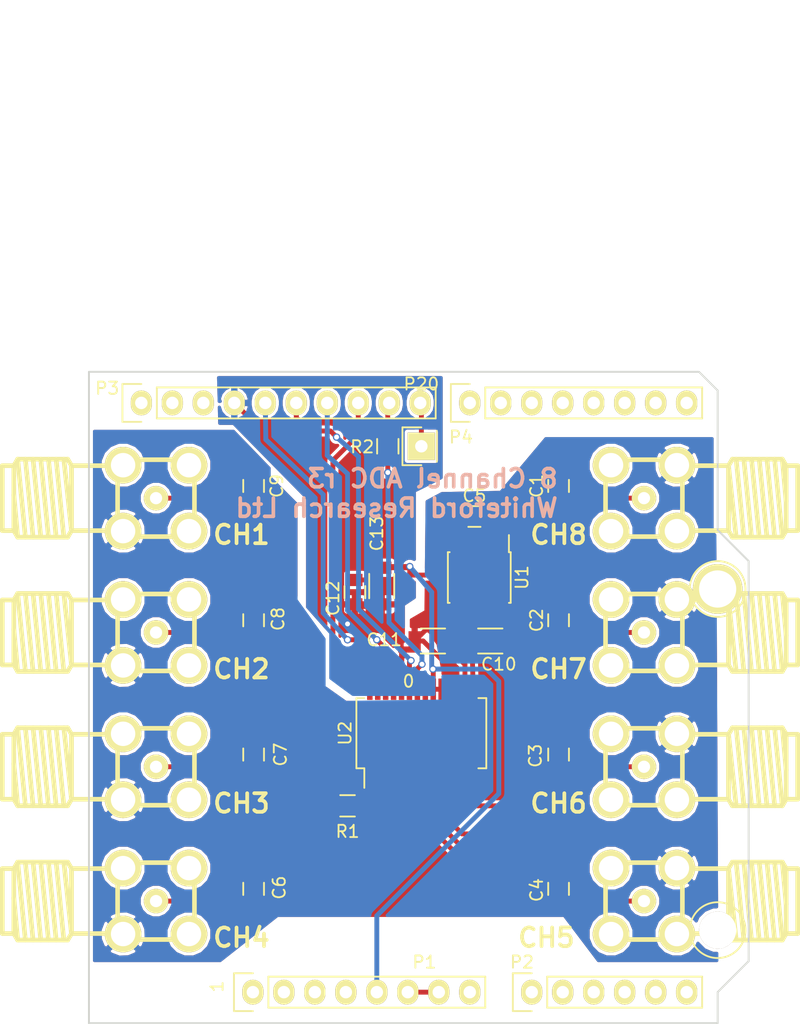
<source format=kicad_pcb>
(kicad_pcb (version 4) (host pcbnew "(2014-11-17 BZR 5289)-product")

  (general
    (links 66)
    (no_connects 1)
    (area 109.223315 42.565 183.989441 126.440001)
    (thickness 1.6)
    (drawings 11)
    (tracks 193)
    (zones 0)
    (modules 33)
    (nets 43)
  )

  (page A4)
  (title_block
    (date "lun. 30 mars 2015")
  )

  (layers
    (0 F.Cu signal)
    (31 B.Cu signal)
    (32 B.Adhes user)
    (33 F.Adhes user)
    (34 B.Paste user)
    (35 F.Paste user)
    (36 B.SilkS user)
    (37 F.SilkS user)
    (38 B.Mask user)
    (39 F.Mask user)
    (40 Dwgs.User user)
    (41 Cmts.User user)
    (42 Eco1.User user)
    (43 Eco2.User user)
    (44 Edge.Cuts user)
    (45 Margin user)
    (46 B.CrtYd user)
    (47 F.CrtYd user)
    (48 B.Fab user)
    (49 F.Fab user)
  )

  (setup
    (last_trace_width 0.4)
    (trace_clearance 0.2)
    (zone_clearance 0.254)
    (zone_45_only no)
    (trace_min 0.2)
    (segment_width 0.15)
    (edge_width 0.15)
    (via_size 0.6)
    (via_drill 0.4)
    (via_min_size 0.4)
    (via_min_drill 0.3)
    (uvia_size 0.3)
    (uvia_drill 0.1)
    (uvias_allowed no)
    (uvia_min_size 0.2)
    (uvia_min_drill 0.1)
    (pcb_text_width 0.3)
    (pcb_text_size 1.5 1.5)
    (mod_edge_width 0.15)
    (mod_text_size 1 1)
    (mod_text_width 0.15)
    (pad_size 0.8 0.5)
    (pad_drill 0)
    (pad_to_mask_clearance 0)
    (aux_axis_origin 110.998 126.365)
    (grid_origin 110.998 126.365)
    (visible_elements FFFFFF7F)
    (pcbplotparams
      (layerselection 0x010f0_80000001)
      (usegerberextensions false)
      (excludeedgelayer true)
      (linewidth 0.100000)
      (plotframeref false)
      (viasonmask false)
      (mode 1)
      (useauxorigin false)
      (hpglpennumber 1)
      (hpglpenspeed 20)
      (hpglpendiameter 15)
      (hpglpenoverlay 2)
      (psnegative false)
      (psa4output false)
      (plotreference true)
      (plotvalue true)
      (plotinvisibletext false)
      (padsonsilk false)
      (subtractmaskfromsilk false)
      (outputformat 1)
      (mirror false)
      (drillshape 0)
      (scaleselection 1)
      (outputdirectory gerbers/))
  )

  (net 0 "")
  (net 1 +5V)
  (net 2 "Net-(P1-Pad1)")
  (net 3 "Net-(C1-Pad1)")
  (net 4 AGND)
  (net 5 "Net-(C2-Pad1)")
  (net 6 "Net-(C3-Pad1)")
  (net 7 "Net-(C4-Pad1)")
  (net 8 "Net-(C6-Pad1)")
  (net 9 "Net-(C7-Pad1)")
  (net 10 "Net-(C8-Pad1)")
  (net 11 "Net-(C9-Pad1)")
  (net 12 "Net-(C10-Pad1)")
  (net 13 "Net-(C11-Pad1)")
  (net 14 "Net-(P1-Pad2)")
  (net 15 "Net-(P1-Pad3)")
  (net 16 "Net-(P1-Pad4)")
  (net 17 "Net-(P1-Pad8)")
  (net 18 "Net-(P2-Pad1)")
  (net 19 "Net-(P2-Pad2)")
  (net 20 "Net-(P2-Pad3)")
  (net 21 "Net-(P2-Pad4)")
  (net 22 "Net-(P2-Pad5)")
  (net 23 "Net-(P2-Pad6)")
  (net 24 "Net-(P3-Pad5)")
  (net 25 "Net-(P3-Pad6)")
  (net 26 "Net-(P3-Pad7)")
  (net 27 "Net-(P20-Pad1)")
  (net 28 "Net-(P11-Pad1)")
  (net 29 "Net-(P11-Pad2)")
  (net 30 "Net-(P11-Pad3)")
  (net 31 "Net-(P11-Pad4)")
  (net 32 "Net-(P11-Pad5)")
  (net 33 "Net-(P11-Pad6)")
  (net 34 "Net-(P11-Pad7)")
  (net 35 "Net-(P11-Pad8)")
  (net 36 "Net-(R1-Pad1)")
  (net 37 "Net-(R2-Pad2)")
  (net 38 "Net-(U2-Pad10)")
  (net 39 "Net-(U2-Pad11)")
  (net 40 DGND)
  (net 41 "Net-(P3-Pad8)")
  (net 42 "Net-(P3-Pad9)")

  (net_class Default "This is the default net class."
    (clearance 0.2)
    (trace_width 0.4)
    (via_dia 0.6)
    (via_drill 0.4)
    (uvia_dia 0.3)
    (uvia_drill 0.1)
    (add_net +5V)
    (add_net AGND)
    (add_net DGND)
    (add_net "Net-(C1-Pad1)")
    (add_net "Net-(C10-Pad1)")
    (add_net "Net-(C11-Pad1)")
    (add_net "Net-(C2-Pad1)")
    (add_net "Net-(C3-Pad1)")
    (add_net "Net-(C4-Pad1)")
    (add_net "Net-(C6-Pad1)")
    (add_net "Net-(C7-Pad1)")
    (add_net "Net-(C8-Pad1)")
    (add_net "Net-(C9-Pad1)")
    (add_net "Net-(P1-Pad1)")
    (add_net "Net-(P1-Pad2)")
    (add_net "Net-(P1-Pad3)")
    (add_net "Net-(P1-Pad4)")
    (add_net "Net-(P1-Pad8)")
    (add_net "Net-(P11-Pad1)")
    (add_net "Net-(P11-Pad2)")
    (add_net "Net-(P11-Pad3)")
    (add_net "Net-(P11-Pad4)")
    (add_net "Net-(P11-Pad5)")
    (add_net "Net-(P11-Pad6)")
    (add_net "Net-(P11-Pad7)")
    (add_net "Net-(P11-Pad8)")
    (add_net "Net-(P2-Pad1)")
    (add_net "Net-(P2-Pad2)")
    (add_net "Net-(P2-Pad3)")
    (add_net "Net-(P2-Pad4)")
    (add_net "Net-(P2-Pad5)")
    (add_net "Net-(P2-Pad6)")
    (add_net "Net-(P20-Pad1)")
    (add_net "Net-(P3-Pad5)")
    (add_net "Net-(P3-Pad6)")
    (add_net "Net-(P3-Pad7)")
    (add_net "Net-(P3-Pad8)")
    (add_net "Net-(P3-Pad9)")
    (add_net "Net-(R1-Pad1)")
    (add_net "Net-(R2-Pad2)")
    (add_net "Net-(U2-Pad10)")
    (add_net "Net-(U2-Pad11)")
  )

  (module ltc1859:0Ohm (layer F.Cu) (tedit 560977C6) (tstamp 56092FBB)
    (at 151.698 95.765)
    (path /560944F2)
    (fp_text reference R3 (at -3 -3) (layer F.SilkS) hide
      (effects (font (size 1 1) (thickness 0.15)))
    )
    (fp_text value 0 (at 0 2.6) (layer F.SilkS)
      (effects (font (size 1 1) (thickness 0.15)))
    )
    (pad 1 smd rect (at -0.6 0) (size 0.5 0.5) (layers F.Cu F.Paste F.Mask)
      (net 40 DGND))
    (pad 2 smd rect (at 0.6 0) (size 0.5 0.5) (layers F.Cu F.Paste F.Mask)
      (net 4 AGND))
    (pad "" smd rect (at 0 0) (size 0.8 0.5) (layers F.Cu F.Paste F.Mask)
      (solder_mask_margin 0.01) (solder_paste_margin 0.01) (clearance 0.01))
  )

  (module Housings_SOIC:SOIC-8-1EP_3.9x4.9mm_Pitch1.27mm (layer F.Cu) (tedit 56096C6B) (tstamp 562A992B)
    (at 157.498 89.865 270)
    (descr "8-Lead Thermally Enhanced Plastic Small Outline (SE) - Narrow, 3.90 mm Body [SOIC] (see Microchip Packaging Specification 00000049BS.pdf)")
    (tags "SOIC 1.27")
    (path /55D43C40)
    (attr smd)
    (fp_text reference U1 (at 0 -3.5 270) (layer F.SilkS)
      (effects (font (size 1 1) (thickness 0.15)))
    )
    (fp_text value LT1019ACS8 (at -3 -3.5 270) (layer F.Fab) hide
      (effects (font (size 1 1) (thickness 0.15)))
    )
    (fp_line (start -3.75 -2.75) (end -3.75 2.75) (layer F.CrtYd) (width 0.05))
    (fp_line (start 3.75 -2.75) (end 3.75 2.75) (layer F.CrtYd) (width 0.05))
    (fp_line (start -3.75 -2.75) (end 3.75 -2.75) (layer F.CrtYd) (width 0.05))
    (fp_line (start -3.75 2.75) (end 3.75 2.75) (layer F.CrtYd) (width 0.05))
    (fp_line (start -2.075 -2.575) (end -2.075 -2.43) (layer F.SilkS) (width 0.15))
    (fp_line (start 2.075 -2.575) (end 2.075 -2.43) (layer F.SilkS) (width 0.15))
    (fp_line (start 2.075 2.575) (end 2.075 2.43) (layer F.SilkS) (width 0.15))
    (fp_line (start -2.075 2.575) (end -2.075 2.43) (layer F.SilkS) (width 0.15))
    (fp_line (start -2.075 -2.575) (end 2.075 -2.575) (layer F.SilkS) (width 0.15))
    (fp_line (start -2.075 2.575) (end 2.075 2.575) (layer F.SilkS) (width 0.15))
    (fp_line (start -2.075 -2.43) (end -3.475 -2.43) (layer F.SilkS) (width 0.15))
    (pad 1 smd rect (at -2.7 -1.905 270) (size 1.55 0.6) (layers F.Cu F.Paste F.Mask))
    (pad 2 smd rect (at -2.7 -0.635 270) (size 1.55 0.6) (layers F.Cu F.Paste F.Mask)
      (net 1 +5V))
    (pad 3 smd rect (at -2.7 0.635 270) (size 1.55 0.6) (layers F.Cu F.Paste F.Mask))
    (pad 4 smd rect (at -2.7 1.905 270) (size 1.55 0.6) (layers F.Cu F.Paste F.Mask)
      (net 4 AGND))
    (pad 5 smd rect (at 2.7 1.905 270) (size 1.55 0.6) (layers F.Cu F.Paste F.Mask))
    (pad 6 smd rect (at 2.7 0.635 270) (size 1.55 0.6) (layers F.Cu F.Paste F.Mask)
      (net 12 "Net-(C10-Pad1)"))
    (pad 7 smd rect (at 2.7 -0.635 270) (size 1.55 0.6) (layers F.Cu F.Paste F.Mask))
    (pad 8 smd rect (at 2.7 -1.905 270) (size 1.55 0.6) (layers F.Cu F.Paste F.Mask))
    (model Housings_SOIC.3dshapes/SOIC-8-1EP_3.9x4.9mm_Pitch1.27mm.wrl
      (at (xyz 0 0 0))
      (scale (xyz 1 1 1))
      (rotate (xyz 0 0 0))
    )
  )

  (module Socket_Arduino_Uno:Arduino_1pin locked (layer F.Cu) (tedit 5524FC41) (tstamp 5524FC4E)
    (at 177.038 90.805)
    (descr "module 1 pin (ou trou mecanique de percage)")
    (tags DEV)
    (path /551BBD52)
    (fp_text reference P8 (at 0 -3.048) (layer F.SilkS) hide
      (effects (font (size 1 1) (thickness 0.15)))
    )
    (fp_text value CONN_1 (at 0 2.794) (layer F.Fab) hide
      (effects (font (size 1 1) (thickness 0.15)))
    )
    (fp_circle (center 0 0) (end 0 -2.286) (layer F.SilkS) (width 0.15))
    (pad 1 thru_hole circle (at 0 0) (size 4.064 4.064) (drill 3.048) (layers *.Cu *.Mask F.SilkS))
  )

  (module Socket_Arduino_Uno:Socket_Strip_Arduino_1x08 locked (layer F.Cu) (tedit 56096C9E) (tstamp 551AF9EA)
    (at 138.938 123.825)
    (descr "Through hole socket strip")
    (tags "socket strip")
    (path /5517C2C1)
    (fp_text reference P1 (at 14.06 -2.46) (layer F.SilkS)
      (effects (font (size 1 1) (thickness 0.15)))
    )
    (fp_text value Power (at 17.06 -2.46) (layer F.Fab)
      (effects (font (size 1 1) (thickness 0.15)))
    )
    (fp_line (start -1.75 -1.75) (end -1.75 1.75) (layer F.CrtYd) (width 0.05))
    (fp_line (start 19.55 -1.75) (end 19.55 1.75) (layer F.CrtYd) (width 0.05))
    (fp_line (start -1.75 -1.75) (end 19.55 -1.75) (layer F.CrtYd) (width 0.05))
    (fp_line (start -1.75 1.75) (end 19.55 1.75) (layer F.CrtYd) (width 0.05))
    (fp_line (start 1.27 1.27) (end 19.05 1.27) (layer F.SilkS) (width 0.15))
    (fp_line (start 19.05 1.27) (end 19.05 -1.27) (layer F.SilkS) (width 0.15))
    (fp_line (start 19.05 -1.27) (end 1.27 -1.27) (layer F.SilkS) (width 0.15))
    (fp_line (start -1.55 1.55) (end 0 1.55) (layer F.SilkS) (width 0.15))
    (fp_line (start 1.27 1.27) (end 1.27 -1.27) (layer F.SilkS) (width 0.15))
    (fp_line (start 0 -1.55) (end -1.55 -1.55) (layer F.SilkS) (width 0.15))
    (fp_line (start -1.55 -1.55) (end -1.55 1.55) (layer F.SilkS) (width 0.15))
    (pad 1 thru_hole oval (at 0 0) (size 1.7272 2.032) (drill 1.016) (layers *.Cu *.Mask F.SilkS)
      (net 2 "Net-(P1-Pad1)"))
    (pad 2 thru_hole oval (at 2.54 0) (size 1.7272 2.032) (drill 1.016) (layers *.Cu *.Mask F.SilkS)
      (net 14 "Net-(P1-Pad2)"))
    (pad 3 thru_hole oval (at 5.08 0) (size 1.7272 2.032) (drill 1.016) (layers *.Cu *.Mask F.SilkS)
      (net 15 "Net-(P1-Pad3)"))
    (pad 4 thru_hole oval (at 7.62 0) (size 1.7272 2.032) (drill 1.016) (layers *.Cu *.Mask F.SilkS)
      (net 16 "Net-(P1-Pad4)"))
    (pad 5 thru_hole oval (at 10.16 0) (size 1.7272 2.032) (drill 1.016) (layers *.Cu *.Mask F.SilkS)
      (net 1 +5V))
    (pad 6 thru_hole oval (at 12.7 0) (size 1.7272 2.032) (drill 1.016) (layers *.Cu *.Mask F.SilkS)
      (net 40 DGND))
    (pad 7 thru_hole oval (at 15.24 0) (size 1.7272 2.032) (drill 1.016) (layers *.Cu *.Mask F.SilkS)
      (net 40 DGND))
    (pad 8 thru_hole oval (at 17.78 0) (size 1.7272 2.032) (drill 1.016) (layers *.Cu *.Mask F.SilkS)
      (net 17 "Net-(P1-Pad8)"))
    (model ${KIPRJMOD}/Socket_Arduino_Uno.3dshapes/Socket_header_Arduino_1x08.wrl
      (at (xyz 0.35 0 0))
      (scale (xyz 1 1 1))
      (rotate (xyz 0 0 180))
    )
  )

  (module Socket_Arduino_Uno:Socket_Strip_Arduino_1x06 locked (layer F.Cu) (tedit 56096C93) (tstamp 551AF9FF)
    (at 161.798 123.825)
    (descr "Through hole socket strip")
    (tags "socket strip")
    (path /5517C323)
    (fp_text reference P2 (at -0.8 -2.46) (layer F.SilkS)
      (effects (font (size 1 1) (thickness 0.15)))
    )
    (fp_text value Analog (at 3.2 -2.46) (layer F.Fab)
      (effects (font (size 1 1) (thickness 0.15)))
    )
    (fp_line (start -1.75 -1.75) (end -1.75 1.75) (layer F.CrtYd) (width 0.05))
    (fp_line (start 14.45 -1.75) (end 14.45 1.75) (layer F.CrtYd) (width 0.05))
    (fp_line (start -1.75 -1.75) (end 14.45 -1.75) (layer F.CrtYd) (width 0.05))
    (fp_line (start -1.75 1.75) (end 14.45 1.75) (layer F.CrtYd) (width 0.05))
    (fp_line (start 1.27 1.27) (end 13.97 1.27) (layer F.SilkS) (width 0.15))
    (fp_line (start 13.97 1.27) (end 13.97 -1.27) (layer F.SilkS) (width 0.15))
    (fp_line (start 13.97 -1.27) (end 1.27 -1.27) (layer F.SilkS) (width 0.15))
    (fp_line (start -1.55 1.55) (end 0 1.55) (layer F.SilkS) (width 0.15))
    (fp_line (start 1.27 1.27) (end 1.27 -1.27) (layer F.SilkS) (width 0.15))
    (fp_line (start 0 -1.55) (end -1.55 -1.55) (layer F.SilkS) (width 0.15))
    (fp_line (start -1.55 -1.55) (end -1.55 1.55) (layer F.SilkS) (width 0.15))
    (pad 1 thru_hole oval (at 0 0) (size 1.7272 2.032) (drill 1.016) (layers *.Cu *.Mask F.SilkS)
      (net 18 "Net-(P2-Pad1)"))
    (pad 2 thru_hole oval (at 2.54 0) (size 1.7272 2.032) (drill 1.016) (layers *.Cu *.Mask F.SilkS)
      (net 19 "Net-(P2-Pad2)"))
    (pad 3 thru_hole oval (at 5.08 0) (size 1.7272 2.032) (drill 1.016) (layers *.Cu *.Mask F.SilkS)
      (net 20 "Net-(P2-Pad3)"))
    (pad 4 thru_hole oval (at 7.62 0) (size 1.7272 2.032) (drill 1.016) (layers *.Cu *.Mask F.SilkS)
      (net 21 "Net-(P2-Pad4)"))
    (pad 5 thru_hole oval (at 10.16 0) (size 1.7272 2.032) (drill 1.016) (layers *.Cu *.Mask F.SilkS)
      (net 22 "Net-(P2-Pad5)"))
    (pad 6 thru_hole oval (at 12.7 0) (size 1.7272 2.032) (drill 1.016) (layers *.Cu *.Mask F.SilkS)
      (net 23 "Net-(P2-Pad6)"))
    (model ${KIPRJMOD}/Socket_Arduino_Uno.3dshapes/Socket_header_Arduino_1x06.wrl
      (at (xyz 0.25 0 0))
      (scale (xyz 1 1 1))
      (rotate (xyz 0 0 180))
    )
  )

  (module Socket_Arduino_Uno:Socket_Strip_Arduino_1x10 locked (layer F.Cu) (tedit 56096C35) (tstamp 551AFA18)
    (at 129.794 75.565)
    (descr "Through hole socket strip")
    (tags "socket strip")
    (path /5517C46C)
    (fp_text reference P3 (at -2.796 -1.2) (layer F.SilkS)
      (effects (font (size 1 1) (thickness 0.15)))
    )
    (fp_text value Digital (at 1.204 -3.2) (layer F.Fab)
      (effects (font (size 1 1) (thickness 0.15)))
    )
    (fp_line (start -1.75 -1.75) (end -1.75 1.75) (layer F.CrtYd) (width 0.05))
    (fp_line (start 24.65 -1.75) (end 24.65 1.75) (layer F.CrtYd) (width 0.05))
    (fp_line (start -1.75 -1.75) (end 24.65 -1.75) (layer F.CrtYd) (width 0.05))
    (fp_line (start -1.75 1.75) (end 24.65 1.75) (layer F.CrtYd) (width 0.05))
    (fp_line (start 1.27 1.27) (end 24.13 1.27) (layer F.SilkS) (width 0.15))
    (fp_line (start 24.13 1.27) (end 24.13 -1.27) (layer F.SilkS) (width 0.15))
    (fp_line (start 24.13 -1.27) (end 1.27 -1.27) (layer F.SilkS) (width 0.15))
    (fp_line (start -1.55 1.55) (end 0 1.55) (layer F.SilkS) (width 0.15))
    (fp_line (start 1.27 1.27) (end 1.27 -1.27) (layer F.SilkS) (width 0.15))
    (fp_line (start 0 -1.55) (end -1.55 -1.55) (layer F.SilkS) (width 0.15))
    (fp_line (start -1.55 -1.55) (end -1.55 1.55) (layer F.SilkS) (width 0.15))
    (pad 1 thru_hole oval (at 0 0) (size 1.7272 2.032) (drill 1.016) (layers *.Cu *.Mask F.SilkS))
    (pad 2 thru_hole oval (at 2.54 0) (size 1.7272 2.032) (drill 1.016) (layers *.Cu *.Mask F.SilkS))
    (pad 3 thru_hole oval (at 5.08 0) (size 1.7272 2.032) (drill 1.016) (layers *.Cu *.Mask F.SilkS))
    (pad 4 thru_hole oval (at 7.62 0) (size 1.7272 2.032) (drill 1.016) (layers *.Cu *.Mask F.SilkS)
      (net 40 DGND))
    (pad 5 thru_hole oval (at 10.16 0) (size 1.7272 2.032) (drill 1.016) (layers *.Cu *.Mask F.SilkS)
      (net 24 "Net-(P3-Pad5)"))
    (pad 6 thru_hole oval (at 12.7 0) (size 1.7272 2.032) (drill 1.016) (layers *.Cu *.Mask F.SilkS)
      (net 25 "Net-(P3-Pad6)"))
    (pad 7 thru_hole oval (at 15.24 0) (size 1.7272 2.032) (drill 1.016) (layers *.Cu *.Mask F.SilkS)
      (net 26 "Net-(P3-Pad7)"))
    (pad 8 thru_hole oval (at 17.78 0) (size 1.7272 2.032) (drill 1.016) (layers *.Cu *.Mask F.SilkS)
      (net 41 "Net-(P3-Pad8)"))
    (pad 9 thru_hole oval (at 20.32 0) (size 1.7272 2.032) (drill 1.016) (layers *.Cu *.Mask F.SilkS)
      (net 42 "Net-(P3-Pad9)"))
    (pad 10 thru_hole oval (at 22.86 0) (size 1.7272 2.032) (drill 1.016) (layers *.Cu *.Mask F.SilkS)
      (net 27 "Net-(P20-Pad1)"))
    (model ${KIPRJMOD}/Socket_Arduino_Uno.3dshapes/Socket_header_Arduino_1x10.wrl
      (at (xyz 0.45 0 0))
      (scale (xyz 1 1 1))
      (rotate (xyz 0 0 180))
    )
  )

  (module Socket_Arduino_Uno:Socket_Strip_Arduino_1x08 locked (layer F.Cu) (tedit 56096C29) (tstamp 551AFA2F)
    (at 156.718 75.565)
    (descr "Through hole socket strip")
    (tags "socket strip")
    (path /5517C366)
    (fp_text reference P4 (at -0.72 2.8) (layer F.SilkS)
      (effects (font (size 1 1) (thickness 0.15)))
    )
    (fp_text value Digital (at 3.28 2.8) (layer F.Fab)
      (effects (font (size 1 1) (thickness 0.15)))
    )
    (fp_line (start -1.75 -1.75) (end -1.75 1.75) (layer F.CrtYd) (width 0.05))
    (fp_line (start 19.55 -1.75) (end 19.55 1.75) (layer F.CrtYd) (width 0.05))
    (fp_line (start -1.75 -1.75) (end 19.55 -1.75) (layer F.CrtYd) (width 0.05))
    (fp_line (start -1.75 1.75) (end 19.55 1.75) (layer F.CrtYd) (width 0.05))
    (fp_line (start 1.27 1.27) (end 19.05 1.27) (layer F.SilkS) (width 0.15))
    (fp_line (start 19.05 1.27) (end 19.05 -1.27) (layer F.SilkS) (width 0.15))
    (fp_line (start 19.05 -1.27) (end 1.27 -1.27) (layer F.SilkS) (width 0.15))
    (fp_line (start -1.55 1.55) (end 0 1.55) (layer F.SilkS) (width 0.15))
    (fp_line (start 1.27 1.27) (end 1.27 -1.27) (layer F.SilkS) (width 0.15))
    (fp_line (start 0 -1.55) (end -1.55 -1.55) (layer F.SilkS) (width 0.15))
    (fp_line (start -1.55 -1.55) (end -1.55 1.55) (layer F.SilkS) (width 0.15))
    (pad 1 thru_hole oval (at 0 0) (size 1.7272 2.032) (drill 1.016) (layers *.Cu *.Mask F.SilkS)
      (net 28 "Net-(P11-Pad1)"))
    (pad 2 thru_hole oval (at 2.54 0) (size 1.7272 2.032) (drill 1.016) (layers *.Cu *.Mask F.SilkS)
      (net 29 "Net-(P11-Pad2)"))
    (pad 3 thru_hole oval (at 5.08 0) (size 1.7272 2.032) (drill 1.016) (layers *.Cu *.Mask F.SilkS)
      (net 30 "Net-(P11-Pad3)"))
    (pad 4 thru_hole oval (at 7.62 0) (size 1.7272 2.032) (drill 1.016) (layers *.Cu *.Mask F.SilkS)
      (net 31 "Net-(P11-Pad4)"))
    (pad 5 thru_hole oval (at 10.16 0) (size 1.7272 2.032) (drill 1.016) (layers *.Cu *.Mask F.SilkS)
      (net 32 "Net-(P11-Pad5)"))
    (pad 6 thru_hole oval (at 12.7 0) (size 1.7272 2.032) (drill 1.016) (layers *.Cu *.Mask F.SilkS)
      (net 33 "Net-(P11-Pad6)"))
    (pad 7 thru_hole oval (at 15.24 0) (size 1.7272 2.032) (drill 1.016) (layers *.Cu *.Mask F.SilkS)
      (net 34 "Net-(P11-Pad7)"))
    (pad 8 thru_hole oval (at 17.78 0) (size 1.7272 2.032) (drill 1.016) (layers *.Cu *.Mask F.SilkS)
      (net 35 "Net-(P11-Pad8)"))
    (model ${KIPRJMOD}/Socket_Arduino_Uno.3dshapes/Socket_header_Arduino_1x08.wrl
      (at (xyz 0.35 0 0))
      (scale (xyz 1 1 1))
      (rotate (xyz 0 0 180))
    )
  )

  (module Socket_Arduino_Uno:Arduino_1pin locked (layer F.Cu) (tedit 5606D7A6) (tstamp 5524FC44)
    (at 177.038 118.745)
    (descr "module 1 pin (ou trou mecanique de percage)")
    (tags DEV)
    (path /551BBD10)
    (fp_text reference P6 (at 0 -3.048) (layer F.SilkS) hide
      (effects (font (size 1 1) (thickness 0.15)))
    )
    (fp_text value CONN_1 (at 0 2.794) (layer F.Fab) hide
      (effects (font (size 1 1) (thickness 0.15)))
    )
    (fp_circle (center 0 0) (end 0 -2.286) (layer F.SilkS) (width 0.15))
    (pad 1 thru_hole circle (at 0 0) (size 3.048 3.048) (drill 3.048) (layers *.Cu *.Mask F.SilkS))
  )

  (module Capacitors_SMD:C_0805 (layer F.Cu) (tedit 5609777E) (tstamp 55D3C160)
    (at 163.998 82.365 90)
    (descr "Capacitor SMD 0805, reflow soldering, AVX (see smccp.pdf)")
    (tags "capacitor 0805")
    (path /55D3C751)
    (attr smd)
    (fp_text reference C1 (at 0 -1.8 90) (layer F.SilkS)
      (effects (font (size 1 1) (thickness 0.15)))
    )
    (fp_text value 1000pF (at 3 -4 180) (layer F.Fab) hide
      (effects (font (size 1 1) (thickness 0.15)))
    )
    (fp_line (start -1.8 -1) (end 1.8 -1) (layer F.CrtYd) (width 0.05))
    (fp_line (start -1.8 1) (end 1.8 1) (layer F.CrtYd) (width 0.05))
    (fp_line (start -1.8 -1) (end -1.8 1) (layer F.CrtYd) (width 0.05))
    (fp_line (start 1.8 -1) (end 1.8 1) (layer F.CrtYd) (width 0.05))
    (fp_line (start 0.5 -0.85) (end -0.5 -0.85) (layer F.SilkS) (width 0.15))
    (fp_line (start -0.5 0.85) (end 0.5 0.85) (layer F.SilkS) (width 0.15))
    (pad 1 smd rect (at -1 0 90) (size 1 1.25) (layers F.Cu F.Paste F.Mask)
      (net 3 "Net-(C1-Pad1)"))
    (pad 2 smd rect (at 1 0 90) (size 1 1.25) (layers F.Cu F.Paste F.Mask)
      (net 4 AGND))
    (model Capacitors_SMD.3dshapes/C_0805.wrl
      (at (xyz 0 0 0))
      (scale (xyz 1 1 1))
      (rotate (xyz 0 0 0))
    )
  )

  (module Capacitors_SMD:C_0805 (layer F.Cu) (tedit 56097783) (tstamp 55D3C166)
    (at 163.998 93.365 90)
    (descr "Capacitor SMD 0805, reflow soldering, AVX (see smccp.pdf)")
    (tags "capacitor 0805")
    (path /55D3C8EB)
    (attr smd)
    (fp_text reference C2 (at 0 -1.8 90) (layer F.SilkS)
      (effects (font (size 1 1) (thickness 0.15)))
    )
    (fp_text value 1000pF (at 4 2 180) (layer F.Fab) hide
      (effects (font (size 1 1) (thickness 0.15)))
    )
    (fp_line (start -1.8 -1) (end 1.8 -1) (layer F.CrtYd) (width 0.05))
    (fp_line (start -1.8 1) (end 1.8 1) (layer F.CrtYd) (width 0.05))
    (fp_line (start -1.8 -1) (end -1.8 1) (layer F.CrtYd) (width 0.05))
    (fp_line (start 1.8 -1) (end 1.8 1) (layer F.CrtYd) (width 0.05))
    (fp_line (start 0.5 -0.85) (end -0.5 -0.85) (layer F.SilkS) (width 0.15))
    (fp_line (start -0.5 0.85) (end 0.5 0.85) (layer F.SilkS) (width 0.15))
    (pad 1 smd rect (at -1 0 90) (size 1 1.25) (layers F.Cu F.Paste F.Mask)
      (net 5 "Net-(C2-Pad1)"))
    (pad 2 smd rect (at 1 0 90) (size 1 1.25) (layers F.Cu F.Paste F.Mask)
      (net 4 AGND))
    (model Capacitors_SMD.3dshapes/C_0805.wrl
      (at (xyz 0 0 0))
      (scale (xyz 1 1 1))
      (rotate (xyz 0 0 0))
    )
  )

  (module Capacitors_SMD:C_0805 (layer F.Cu) (tedit 56097787) (tstamp 55D3C16C)
    (at 163.998 104.365 90)
    (descr "Capacitor SMD 0805, reflow soldering, AVX (see smccp.pdf)")
    (tags "capacitor 0805")
    (path /55D3C8D9)
    (attr smd)
    (fp_text reference C3 (at -0.1 -1.9 90) (layer F.SilkS)
      (effects (font (size 1 1) (thickness 0.15)))
    )
    (fp_text value 1000pF (at -5 -1 180) (layer F.Fab) hide
      (effects (font (size 1 1) (thickness 0.15)))
    )
    (fp_line (start -1.8 -1) (end 1.8 -1) (layer F.CrtYd) (width 0.05))
    (fp_line (start -1.8 1) (end 1.8 1) (layer F.CrtYd) (width 0.05))
    (fp_line (start -1.8 -1) (end -1.8 1) (layer F.CrtYd) (width 0.05))
    (fp_line (start 1.8 -1) (end 1.8 1) (layer F.CrtYd) (width 0.05))
    (fp_line (start 0.5 -0.85) (end -0.5 -0.85) (layer F.SilkS) (width 0.15))
    (fp_line (start -0.5 0.85) (end 0.5 0.85) (layer F.SilkS) (width 0.15))
    (pad 1 smd rect (at -1 0 90) (size 1 1.25) (layers F.Cu F.Paste F.Mask)
      (net 6 "Net-(C3-Pad1)"))
    (pad 2 smd rect (at 1 0 90) (size 1 1.25) (layers F.Cu F.Paste F.Mask)
      (net 4 AGND))
    (model Capacitors_SMD.3dshapes/C_0805.wrl
      (at (xyz 0 0 0))
      (scale (xyz 1 1 1))
      (rotate (xyz 0 0 0))
    )
  )

  (module Capacitors_SMD:C_0805 (layer F.Cu) (tedit 5609778E) (tstamp 55D3C172)
    (at 163.998 115.365 90)
    (descr "Capacitor SMD 0805, reflow soldering, AVX (see smccp.pdf)")
    (tags "capacitor 0805")
    (path /55D3C8DF)
    (attr smd)
    (fp_text reference C4 (at -0.1 -1.8 90) (layer F.SilkS)
      (effects (font (size 1 1) (thickness 0.15)))
    )
    (fp_text value 1000pF (at 4 -1 180) (layer F.Fab) hide
      (effects (font (size 1 1) (thickness 0.15)))
    )
    (fp_line (start -1.8 -1) (end 1.8 -1) (layer F.CrtYd) (width 0.05))
    (fp_line (start -1.8 1) (end 1.8 1) (layer F.CrtYd) (width 0.05))
    (fp_line (start -1.8 -1) (end -1.8 1) (layer F.CrtYd) (width 0.05))
    (fp_line (start 1.8 -1) (end 1.8 1) (layer F.CrtYd) (width 0.05))
    (fp_line (start 0.5 -0.85) (end -0.5 -0.85) (layer F.SilkS) (width 0.15))
    (fp_line (start -0.5 0.85) (end 0.5 0.85) (layer F.SilkS) (width 0.15))
    (pad 1 smd rect (at -1 0 90) (size 1 1.25) (layers F.Cu F.Paste F.Mask)
      (net 7 "Net-(C4-Pad1)"))
    (pad 2 smd rect (at 1 0 90) (size 1 1.25) (layers F.Cu F.Paste F.Mask)
      (net 4 AGND))
    (model Capacitors_SMD.3dshapes/C_0805.wrl
      (at (xyz 0 0 0))
      (scale (xyz 1 1 1))
      (rotate (xyz 0 0 0))
    )
  )

  (module Capacitors_SMD:C_0805 (layer F.Cu) (tedit 56097771) (tstamp 55D3C178)
    (at 157.098 84.865 180)
    (descr "Capacitor SMD 0805, reflow soldering, AVX (see smccp.pdf)")
    (tags "capacitor 0805")
    (path /55D442A2)
    (attr smd)
    (fp_text reference C5 (at 0 1.7 180) (layer F.SilkS)
      (effects (font (size 1 1) (thickness 0.15)))
    )
    (fp_text value 0.1uF (at 0 -0.1 180) (layer F.Fab)
      (effects (font (size 1 1) (thickness 0.15)))
    )
    (fp_line (start -1.8 -1) (end 1.8 -1) (layer F.CrtYd) (width 0.05))
    (fp_line (start -1.8 1) (end 1.8 1) (layer F.CrtYd) (width 0.05))
    (fp_line (start -1.8 -1) (end -1.8 1) (layer F.CrtYd) (width 0.05))
    (fp_line (start 1.8 -1) (end 1.8 1) (layer F.CrtYd) (width 0.05))
    (fp_line (start 0.5 -0.85) (end -0.5 -0.85) (layer F.SilkS) (width 0.15))
    (fp_line (start -0.5 0.85) (end 0.5 0.85) (layer F.SilkS) (width 0.15))
    (pad 1 smd rect (at -1 0 180) (size 1 1.25) (layers F.Cu F.Paste F.Mask)
      (net 1 +5V))
    (pad 2 smd rect (at 1 0 180) (size 1 1.25) (layers F.Cu F.Paste F.Mask)
      (net 4 AGND))
    (model Capacitors_SMD.3dshapes/C_0805.wrl
      (at (xyz 0 0 0))
      (scale (xyz 1 1 1))
      (rotate (xyz 0 0 0))
    )
  )

  (module Capacitors_SMD:C_0805 (layer F.Cu) (tedit 56097794) (tstamp 55D3C17E)
    (at 138.998 115.365 90)
    (descr "Capacitor SMD 0805, reflow soldering, AVX (see smccp.pdf)")
    (tags "capacitor 0805")
    (path /55D3C8E5)
    (attr smd)
    (fp_text reference C6 (at 0.1 2.1 90) (layer F.SilkS)
      (effects (font (size 1 1) (thickness 0.15)))
    )
    (fp_text value 1000pF (at 0 2.1 90) (layer F.Fab) hide
      (effects (font (size 1 1) (thickness 0.15)))
    )
    (fp_line (start -1.8 -1) (end 1.8 -1) (layer F.CrtYd) (width 0.05))
    (fp_line (start -1.8 1) (end 1.8 1) (layer F.CrtYd) (width 0.05))
    (fp_line (start -1.8 -1) (end -1.8 1) (layer F.CrtYd) (width 0.05))
    (fp_line (start 1.8 -1) (end 1.8 1) (layer F.CrtYd) (width 0.05))
    (fp_line (start 0.5 -0.85) (end -0.5 -0.85) (layer F.SilkS) (width 0.15))
    (fp_line (start -0.5 0.85) (end 0.5 0.85) (layer F.SilkS) (width 0.15))
    (pad 1 smd rect (at -1 0 90) (size 1 1.25) (layers F.Cu F.Paste F.Mask)
      (net 8 "Net-(C6-Pad1)"))
    (pad 2 smd rect (at 1 0 90) (size 1 1.25) (layers F.Cu F.Paste F.Mask)
      (net 4 AGND))
    (model Capacitors_SMD.3dshapes/C_0805.wrl
      (at (xyz 0 0 0))
      (scale (xyz 1 1 1))
      (rotate (xyz 0 0 0))
    )
  )

  (module Capacitors_SMD:C_0805 (layer F.Cu) (tedit 56097798) (tstamp 55D3C184)
    (at 138.998 104.365 90)
    (descr "Capacitor SMD 0805, reflow soldering, AVX (see smccp.pdf)")
    (tags "capacitor 0805")
    (path /55D3C7A6)
    (attr smd)
    (fp_text reference C7 (at 0 2.2 90) (layer F.SilkS)
      (effects (font (size 1 1) (thickness 0.15)))
    )
    (fp_text value 1000pF (at 0 2.1 90) (layer F.Fab) hide
      (effects (font (size 1 1) (thickness 0.15)))
    )
    (fp_line (start -1.8 -1) (end 1.8 -1) (layer F.CrtYd) (width 0.05))
    (fp_line (start -1.8 1) (end 1.8 1) (layer F.CrtYd) (width 0.05))
    (fp_line (start -1.8 -1) (end -1.8 1) (layer F.CrtYd) (width 0.05))
    (fp_line (start 1.8 -1) (end 1.8 1) (layer F.CrtYd) (width 0.05))
    (fp_line (start 0.5 -0.85) (end -0.5 -0.85) (layer F.SilkS) (width 0.15))
    (fp_line (start -0.5 0.85) (end 0.5 0.85) (layer F.SilkS) (width 0.15))
    (pad 1 smd rect (at -1 0 90) (size 1 1.25) (layers F.Cu F.Paste F.Mask)
      (net 9 "Net-(C7-Pad1)"))
    (pad 2 smd rect (at 1 0 90) (size 1 1.25) (layers F.Cu F.Paste F.Mask)
      (net 4 AGND))
    (model Capacitors_SMD.3dshapes/C_0805.wrl
      (at (xyz 0 0 0))
      (scale (xyz 1 1 1))
      (rotate (xyz 0 0 0))
    )
  )

  (module Capacitors_SMD:C_0805 (layer F.Cu) (tedit 5609779C) (tstamp 55D3C18A)
    (at 138.998 93.365 90)
    (descr "Capacitor SMD 0805, reflow soldering, AVX (see smccp.pdf)")
    (tags "capacitor 0805")
    (path /55D3C69D)
    (attr smd)
    (fp_text reference C8 (at 0.1 2 90) (layer F.SilkS)
      (effects (font (size 1 1) (thickness 0.15)))
    )
    (fp_text value 1000pF (at 0 2.1 90) (layer F.Fab) hide
      (effects (font (size 1 1) (thickness 0.15)))
    )
    (fp_line (start -1.8 -1) (end 1.8 -1) (layer F.CrtYd) (width 0.05))
    (fp_line (start -1.8 1) (end 1.8 1) (layer F.CrtYd) (width 0.05))
    (fp_line (start -1.8 -1) (end -1.8 1) (layer F.CrtYd) (width 0.05))
    (fp_line (start 1.8 -1) (end 1.8 1) (layer F.CrtYd) (width 0.05))
    (fp_line (start 0.5 -0.85) (end -0.5 -0.85) (layer F.SilkS) (width 0.15))
    (fp_line (start -0.5 0.85) (end 0.5 0.85) (layer F.SilkS) (width 0.15))
    (pad 1 smd rect (at -1 0 90) (size 1 1.25) (layers F.Cu F.Paste F.Mask)
      (net 10 "Net-(C8-Pad1)"))
    (pad 2 smd rect (at 1 0 90) (size 1 1.25) (layers F.Cu F.Paste F.Mask)
      (net 4 AGND))
    (model Capacitors_SMD.3dshapes/C_0805.wrl
      (at (xyz 0 0 0))
      (scale (xyz 1 1 1))
      (rotate (xyz 0 0 0))
    )
  )

  (module Capacitors_SMD:C_0805 (layer F.Cu) (tedit 560977A1) (tstamp 55D3C190)
    (at 138.998 82.365 90)
    (descr "Capacitor SMD 0805, reflow soldering, AVX (see smccp.pdf)")
    (tags "capacitor 0805")
    (path /55D3C712)
    (attr smd)
    (fp_text reference C9 (at 0 1.9 90) (layer F.SilkS)
      (effects (font (size 1 1) (thickness 0.15)))
    )
    (fp_text value 1000pF (at 0 2.1 90) (layer F.Fab) hide
      (effects (font (size 1 1) (thickness 0.15)))
    )
    (fp_line (start -1.8 -1) (end 1.8 -1) (layer F.CrtYd) (width 0.05))
    (fp_line (start -1.8 1) (end 1.8 1) (layer F.CrtYd) (width 0.05))
    (fp_line (start -1.8 -1) (end -1.8 1) (layer F.CrtYd) (width 0.05))
    (fp_line (start 1.8 -1) (end 1.8 1) (layer F.CrtYd) (width 0.05))
    (fp_line (start 0.5 -0.85) (end -0.5 -0.85) (layer F.SilkS) (width 0.15))
    (fp_line (start -0.5 0.85) (end 0.5 0.85) (layer F.SilkS) (width 0.15))
    (pad 1 smd rect (at -1 0 90) (size 1 1.25) (layers F.Cu F.Paste F.Mask)
      (net 11 "Net-(C9-Pad1)"))
    (pad 2 smd rect (at 1 0 90) (size 1 1.25) (layers F.Cu F.Paste F.Mask)
      (net 4 AGND))
    (model Capacitors_SMD.3dshapes/C_0805.wrl
      (at (xyz 0 0 0))
      (scale (xyz 1 1 1))
      (rotate (xyz 0 0 0))
    )
  )

  (module Capacitors_SMD:C_1206 (layer F.Cu) (tedit 5609775A) (tstamp 55D3C196)
    (at 158.398 95.065)
    (descr "Capacitor SMD 1206, reflow soldering, AVX (see smccp.pdf)")
    (tags "capacitor 1206")
    (path /55D44A66)
    (attr smd)
    (fp_text reference C10 (at 0.7 1.9) (layer F.SilkS)
      (effects (font (size 1 1) (thickness 0.15)))
    )
    (fp_text value 4.7uF (at 0 0.2) (layer F.Fab)
      (effects (font (size 1 1) (thickness 0.15)))
    )
    (fp_line (start -2.3 -1.15) (end 2.3 -1.15) (layer F.CrtYd) (width 0.05))
    (fp_line (start -2.3 1.15) (end 2.3 1.15) (layer F.CrtYd) (width 0.05))
    (fp_line (start -2.3 -1.15) (end -2.3 1.15) (layer F.CrtYd) (width 0.05))
    (fp_line (start 2.3 -1.15) (end 2.3 1.15) (layer F.CrtYd) (width 0.05))
    (fp_line (start 1 -1.025) (end -1 -1.025) (layer F.SilkS) (width 0.15))
    (fp_line (start -1 1.025) (end 1 1.025) (layer F.SilkS) (width 0.15))
    (pad 1 smd rect (at -1.5 0) (size 1 1.6) (layers F.Cu F.Paste F.Mask)
      (net 12 "Net-(C10-Pad1)"))
    (pad 2 smd rect (at 1.5 0) (size 1 1.6) (layers F.Cu F.Paste F.Mask)
      (net 4 AGND))
    (model Capacitors_SMD.3dshapes/C_1206.wrl
      (at (xyz 0 0 0))
      (scale (xyz 1 1 1))
      (rotate (xyz 0 0 0))
    )
  )

  (module Capacitors_SMD:C_1206 (layer F.Cu) (tedit 56097753) (tstamp 55D3C19C)
    (at 153.698 95.065 180)
    (descr "Capacitor SMD 1206, reflow soldering, AVX (see smccp.pdf)")
    (tags "capacitor 1206")
    (path /55D3F531)
    (attr smd)
    (fp_text reference C11 (at 4 0.1 180) (layer F.SilkS)
      (effects (font (size 1 1) (thickness 0.15)))
    )
    (fp_text value 10uF (at 0.1 -0.1 180) (layer F.Fab)
      (effects (font (size 1 1) (thickness 0.15)))
    )
    (fp_line (start -2.3 -1.15) (end 2.3 -1.15) (layer F.CrtYd) (width 0.05))
    (fp_line (start -2.3 1.15) (end 2.3 1.15) (layer F.CrtYd) (width 0.05))
    (fp_line (start -2.3 -1.15) (end -2.3 1.15) (layer F.CrtYd) (width 0.05))
    (fp_line (start 2.3 -1.15) (end 2.3 1.15) (layer F.CrtYd) (width 0.05))
    (fp_line (start 1 -1.025) (end -1 -1.025) (layer F.SilkS) (width 0.15))
    (fp_line (start -1 1.025) (end 1 1.025) (layer F.SilkS) (width 0.15))
    (pad 1 smd rect (at -1.5 0 180) (size 1 1.6) (layers F.Cu F.Paste F.Mask)
      (net 13 "Net-(C11-Pad1)"))
    (pad 2 smd rect (at 1.5 0 180) (size 1 1.6) (layers F.Cu F.Paste F.Mask)
      (net 4 AGND))
    (model Capacitors_SMD.3dshapes/C_1206.wrl
      (at (xyz 0 0 0))
      (scale (xyz 1 1 1))
      (rotate (xyz 0 0 0))
    )
  )

  (module Capacitors_SMD:C_0805 (layer F.Cu) (tedit 5609774E) (tstamp 55D3C1A2)
    (at 147.298 91.065 270)
    (descr "Capacitor SMD 0805, reflow soldering, AVX (see smccp.pdf)")
    (tags "capacitor 0805")
    (path /55D42AD6)
    (attr smd)
    (fp_text reference C12 (at 0.5 1.8 270) (layer F.SilkS)
      (effects (font (size 1 1) (thickness 0.15)))
    )
    (fp_text value 0.1uF (at -0.2 0.1 270) (layer F.Fab)
      (effects (font (size 1 1) (thickness 0.15)))
    )
    (fp_line (start -1.8 -1) (end 1.8 -1) (layer F.CrtYd) (width 0.05))
    (fp_line (start -1.8 1) (end 1.8 1) (layer F.CrtYd) (width 0.05))
    (fp_line (start -1.8 -1) (end -1.8 1) (layer F.CrtYd) (width 0.05))
    (fp_line (start 1.8 -1) (end 1.8 1) (layer F.CrtYd) (width 0.05))
    (fp_line (start 0.5 -0.85) (end -0.5 -0.85) (layer F.SilkS) (width 0.15))
    (fp_line (start -0.5 0.85) (end 0.5 0.85) (layer F.SilkS) (width 0.15))
    (pad 1 smd rect (at -1 0 270) (size 1 1.25) (layers F.Cu F.Paste F.Mask)
      (net 1 +5V))
    (pad 2 smd rect (at 1 0 270) (size 1 1.25) (layers F.Cu F.Paste F.Mask)
      (net 40 DGND))
    (model Capacitors_SMD.3dshapes/C_0805.wrl
      (at (xyz 0 0 0))
      (scale (xyz 1 1 1))
      (rotate (xyz 0 0 0))
    )
  )

  (module Capacitors_SMD:C_1206 (layer F.Cu) (tedit 56097751) (tstamp 560978CE)
    (at 149.498 90.565 270)
    (descr "Capacitor SMD 1206, reflow soldering, AVX (see smccp.pdf)")
    (tags "capacitor 1206")
    (path /55D42B23)
    (attr smd)
    (fp_text reference C13 (at -4.3 0.4 270) (layer F.SilkS)
      (effects (font (size 1 1) (thickness 0.15)))
    )
    (fp_text value 10uF (at -0.1 -0.5 270) (layer F.Fab)
      (effects (font (size 1 1) (thickness 0.15)))
    )
    (fp_line (start -2.3 -1.15) (end 2.3 -1.15) (layer F.CrtYd) (width 0.05))
    (fp_line (start -2.3 1.15) (end 2.3 1.15) (layer F.CrtYd) (width 0.05))
    (fp_line (start -2.3 -1.15) (end -2.3 1.15) (layer F.CrtYd) (width 0.05))
    (fp_line (start 2.3 -1.15) (end 2.3 1.15) (layer F.CrtYd) (width 0.05))
    (fp_line (start 1 -1.025) (end -1 -1.025) (layer F.SilkS) (width 0.15))
    (fp_line (start -1 1.025) (end 1 1.025) (layer F.SilkS) (width 0.15))
    (pad 1 smd rect (at -1.5 0 270) (size 1 1.6) (layers F.Cu F.Paste F.Mask)
      (net 1 +5V))
    (pad 2 smd rect (at 1.5 0 270) (size 1 1.6) (layers F.Cu F.Paste F.Mask)
      (net 40 DGND))
    (model Capacitors_SMD.3dshapes/C_1206.wrl
      (at (xyz 0 0 0))
      (scale (xyz 1 1 1))
      (rotate (xyz 0 0 0))
    )
  )

  (module Resistors_SMD:R_0805 (layer F.Cu) (tedit 5415CDEB) (tstamp 55D3C2F1)
    (at 146.698 108.565 180)
    (descr "Resistor SMD 0805, reflow soldering, Vishay (see dcrcw.pdf)")
    (tags "resistor 0805")
    (path /55D417F7)
    (attr smd)
    (fp_text reference R1 (at 0 -2.1 180) (layer F.SilkS)
      (effects (font (size 1 1) (thickness 0.15)))
    )
    (fp_text value 0 (at 0 2.1 180) (layer F.Fab)
      (effects (font (size 1 1) (thickness 0.15)))
    )
    (fp_line (start -1.6 -1) (end 1.6 -1) (layer F.CrtYd) (width 0.05))
    (fp_line (start -1.6 1) (end 1.6 1) (layer F.CrtYd) (width 0.05))
    (fp_line (start -1.6 -1) (end -1.6 1) (layer F.CrtYd) (width 0.05))
    (fp_line (start 1.6 -1) (end 1.6 1) (layer F.CrtYd) (width 0.05))
    (fp_line (start 0.6 0.875) (end -0.6 0.875) (layer F.SilkS) (width 0.15))
    (fp_line (start -0.6 -0.875) (end 0.6 -0.875) (layer F.SilkS) (width 0.15))
    (pad 1 smd rect (at -0.95 0 180) (size 0.7 1.3) (layers F.Cu F.Paste F.Mask)
      (net 36 "Net-(R1-Pad1)"))
    (pad 2 smd rect (at 0.95 0 180) (size 0.7 1.3) (layers F.Cu F.Paste F.Mask)
      (net 4 AGND))
    (model Resistors_SMD.3dshapes/R_0805.wrl
      (at (xyz 0 0 0))
      (scale (xyz 1 1 1))
      (rotate (xyz 0 0 0))
    )
  )

  (module Resistors_SMD:R_0805 (layer F.Cu) (tedit 560977A5) (tstamp 55D3C2F7)
    (at 149.998 79.115 270)
    (descr "Resistor SMD 0805, reflow soldering, Vishay (see dcrcw.pdf)")
    (tags "resistor 0805")
    (path /55D5C0BD)
    (attr smd)
    (fp_text reference R2 (at 0.05 2.1 360) (layer F.SilkS)
      (effects (font (size 1 1) (thickness 0.15)))
    )
    (fp_text value 0 (at 0 2.1 270) (layer F.Fab) hide
      (effects (font (size 1 1) (thickness 0.15)))
    )
    (fp_line (start -1.6 -1) (end 1.6 -1) (layer F.CrtYd) (width 0.05))
    (fp_line (start -1.6 1) (end 1.6 1) (layer F.CrtYd) (width 0.05))
    (fp_line (start -1.6 -1) (end -1.6 1) (layer F.CrtYd) (width 0.05))
    (fp_line (start 1.6 -1) (end 1.6 1) (layer F.CrtYd) (width 0.05))
    (fp_line (start 0.6 0.875) (end -0.6 0.875) (layer F.SilkS) (width 0.15))
    (fp_line (start -0.6 -0.875) (end 0.6 -0.875) (layer F.SilkS) (width 0.15))
    (pad 1 smd rect (at -0.95 0 270) (size 0.7 1.3) (layers F.Cu F.Paste F.Mask)
      (net 42 "Net-(P3-Pad9)"))
    (pad 2 smd rect (at 0.95 0 270) (size 0.7 1.3) (layers F.Cu F.Paste F.Mask)
      (net 37 "Net-(R2-Pad2)"))
    (model Resistors_SMD.3dshapes/R_0805.wrl
      (at (xyz 0 0 0))
      (scale (xyz 1 1 1))
      (rotate (xyz 0 0 0))
    )
  )

  (module Housings_SSOP:SSOP-28_5.3x10.2mm_Pitch0.65mm (layer F.Cu) (tedit 54130A77) (tstamp 55D3C327)
    (at 152.748 102.615 90)
    (descr "28-Lead Plastic Shrink Small Outline (SS)-5.30 mm Body [SSOP] (see Microchip Packaging Specification 00000049BS.pdf)")
    (tags "SSOP 0.65")
    (path /55D3C4A0)
    (attr smd)
    (fp_text reference U2 (at 0 -6.25 90) (layer F.SilkS)
      (effects (font (size 1 1) (thickness 0.15)))
    )
    (fp_text value LTC1859 (at 0 6.25 90) (layer F.Fab)
      (effects (font (size 1 1) (thickness 0.15)))
    )
    (fp_line (start -4.75 -5.5) (end -4.75 5.5) (layer F.CrtYd) (width 0.05))
    (fp_line (start 4.75 -5.5) (end 4.75 5.5) (layer F.CrtYd) (width 0.05))
    (fp_line (start -4.75 -5.5) (end 4.75 -5.5) (layer F.CrtYd) (width 0.05))
    (fp_line (start -4.75 5.5) (end 4.75 5.5) (layer F.CrtYd) (width 0.05))
    (fp_line (start -2.875 -5.325) (end -2.875 -4.675) (layer F.SilkS) (width 0.15))
    (fp_line (start 2.875 -5.325) (end 2.875 -4.675) (layer F.SilkS) (width 0.15))
    (fp_line (start 2.875 5.325) (end 2.875 4.675) (layer F.SilkS) (width 0.15))
    (fp_line (start -2.875 5.325) (end -2.875 4.675) (layer F.SilkS) (width 0.15))
    (fp_line (start -2.875 -5.325) (end 2.875 -5.325) (layer F.SilkS) (width 0.15))
    (fp_line (start -2.875 5.325) (end 2.875 5.325) (layer F.SilkS) (width 0.15))
    (fp_line (start -2.875 -4.675) (end -4.475 -4.675) (layer F.SilkS) (width 0.15))
    (pad 1 smd rect (at -3.6 -4.225 90) (size 1.75 0.45) (layers F.Cu F.Paste F.Mask)
      (net 36 "Net-(R1-Pad1)"))
    (pad 2 smd rect (at -3.6 -3.575 90) (size 1.75 0.45) (layers F.Cu F.Paste F.Mask)
      (net 11 "Net-(C9-Pad1)"))
    (pad 3 smd rect (at -3.6 -2.925 90) (size 1.75 0.45) (layers F.Cu F.Paste F.Mask)
      (net 10 "Net-(C8-Pad1)"))
    (pad 4 smd rect (at -3.6 -2.275 90) (size 1.75 0.45) (layers F.Cu F.Paste F.Mask)
      (net 9 "Net-(C7-Pad1)"))
    (pad 5 smd rect (at -3.6 -1.625 90) (size 1.75 0.45) (layers F.Cu F.Paste F.Mask)
      (net 8 "Net-(C6-Pad1)"))
    (pad 6 smd rect (at -3.6 -0.975 90) (size 1.75 0.45) (layers F.Cu F.Paste F.Mask)
      (net 7 "Net-(C4-Pad1)"))
    (pad 7 smd rect (at -3.6 -0.325 90) (size 1.75 0.45) (layers F.Cu F.Paste F.Mask)
      (net 6 "Net-(C3-Pad1)"))
    (pad 8 smd rect (at -3.6 0.325 90) (size 1.75 0.45) (layers F.Cu F.Paste F.Mask)
      (net 5 "Net-(C2-Pad1)"))
    (pad 9 smd rect (at -3.6 0.975 90) (size 1.75 0.45) (layers F.Cu F.Paste F.Mask)
      (net 3 "Net-(C1-Pad1)"))
    (pad 10 smd rect (at -3.6 1.625 90) (size 1.75 0.45) (layers F.Cu F.Paste F.Mask)
      (net 38 "Net-(U2-Pad10)"))
    (pad 11 smd rect (at -3.6 2.275 90) (size 1.75 0.45) (layers F.Cu F.Paste F.Mask)
      (net 39 "Net-(U2-Pad11)"))
    (pad 12 smd rect (at -3.6 2.925 90) (size 1.75 0.45) (layers F.Cu F.Paste F.Mask)
      (net 38 "Net-(U2-Pad10)"))
    (pad 13 smd rect (at -3.6 3.575 90) (size 1.75 0.45) (layers F.Cu F.Paste F.Mask)
      (net 39 "Net-(U2-Pad11)"))
    (pad 14 smd rect (at -3.6 4.225 90) (size 1.75 0.45) (layers F.Cu F.Paste F.Mask)
      (net 4 AGND))
    (pad 15 smd rect (at 3.6 4.225 90) (size 1.75 0.45) (layers F.Cu F.Paste F.Mask)
      (net 12 "Net-(C10-Pad1)"))
    (pad 16 smd rect (at 3.6 3.575 90) (size 1.75 0.45) (layers F.Cu F.Paste F.Mask)
      (net 13 "Net-(C11-Pad1)"))
    (pad 17 smd rect (at 3.6 2.925 90) (size 1.75 0.45) (layers F.Cu F.Paste F.Mask)
      (net 4 AGND))
    (pad 18 smd rect (at 3.6 2.275 90) (size 1.75 0.45) (layers F.Cu F.Paste F.Mask)
      (net 4 AGND))
    (pad 19 smd rect (at 3.6 1.625 90) (size 1.75 0.45) (layers F.Cu F.Paste F.Mask)
      (net 1 +5V))
    (pad 20 smd rect (at 3.6 0.975 90) (size 1.75 0.45) (layers F.Cu F.Paste F.Mask)
      (net 1 +5V))
    (pad 21 smd rect (at 3.6 0.325 90) (size 1.75 0.45) (layers F.Cu F.Paste F.Mask)
      (net 1 +5V))
    (pad 22 smd rect (at 3.6 -0.325 90) (size 1.75 0.45) (layers F.Cu F.Paste F.Mask)
      (net 37 "Net-(R2-Pad2)"))
    (pad 23 smd rect (at 3.6 -0.975 90) (size 1.75 0.45) (layers F.Cu F.Paste F.Mask)
      (net 25 "Net-(P3-Pad6)"))
    (pad 24 smd rect (at 3.6 -1.625 90) (size 1.75 0.45) (layers F.Cu F.Paste F.Mask)
      (net 40 DGND))
    (pad 25 smd rect (at 3.6 -2.275 90) (size 1.75 0.45) (layers F.Cu F.Paste F.Mask)
      (net 26 "Net-(P3-Pad7)"))
    (pad 26 smd rect (at 3.6 -2.925 90) (size 1.75 0.45) (layers F.Cu F.Paste F.Mask)
      (net 24 "Net-(P3-Pad5)"))
    (pad 27 smd rect (at 3.6 -3.575 90) (size 1.75 0.45) (layers F.Cu F.Paste F.Mask)
      (net 41 "Net-(P3-Pad8)"))
    (pad 28 smd rect (at 3.6 -4.225 90) (size 1.75 0.45) (layers F.Cu F.Paste F.Mask))
    (model Housings_SSOP.3dshapes/SSOP-28_5.3x10.2mm_Pitch0.65mm.wrl
      (at (xyz 0 0 0))
      (scale (xyz 1 1 1))
      (rotate (xyz 0 0 0))
    )
  )

  (module Socket_Strips:Socket_Strip_Straight_1x01 (layer F.Cu) (tedit 54E9F79C) (tstamp 55D3C7F4)
    (at 152.748 79.115)
    (descr "Through hole socket strip")
    (tags "socket strip")
    (path /55D5C578)
    (fp_text reference P20 (at 0 -5.1) (layer F.SilkS)
      (effects (font (size 1 1) (thickness 0.15)))
    )
    (fp_text value CONN_01X01 (at 0 -3.1) (layer F.Fab)
      (effects (font (size 1 1) (thickness 0.15)))
    )
    (fp_line (start -1.75 -1.75) (end -1.75 1.75) (layer F.CrtYd) (width 0.05))
    (fp_line (start 1.75 -1.75) (end 1.75 1.75) (layer F.CrtYd) (width 0.05))
    (fp_line (start -1.75 -1.75) (end 1.75 -1.75) (layer F.CrtYd) (width 0.05))
    (fp_line (start -1.75 1.75) (end 1.75 1.75) (layer F.CrtYd) (width 0.05))
    (fp_line (start 1.27 1.27) (end 1.27 -1.27) (layer F.SilkS) (width 0.15))
    (fp_line (start -1.55 -1.55) (end 0 -1.55) (layer F.SilkS) (width 0.15))
    (fp_line (start -1.55 -1.55) (end -1.55 1.55) (layer F.SilkS) (width 0.15))
    (fp_line (start -1.55 1.55) (end 0 1.55) (layer F.SilkS) (width 0.15))
    (pad 1 thru_hole rect (at 0 0) (size 2.2352 2.2352) (drill 1.016) (layers *.Cu *.Mask F.SilkS)
      (net 27 "Net-(P20-Pad1)"))
    (model Socket_Strips.3dshapes/Socket_Strip_Straight_1x01.wrl
      (at (xyz 0 0 0))
      (scale (xyz 1 1 1))
      (rotate (xyz 0 0 180))
    )
  )

  (module ltc1859:SMA (layer F.Cu) (tedit 56096C03) (tstamp 56092FB4)
    (at 170.998 116.365 270)
    (tags "SMA Connector")
    (path /55D60069)
    (fp_text reference CH5 (at 3 8 360) (layer F.SilkS)
      (effects (font (thickness 0.3048)))
    )
    (fp_text value BNC (at 0.1 8.8 270) (layer F.SilkS) hide
      (effects (font (thickness 0.3048)))
    )
    (fp_line (start 2.65938 -11.65606) (end 2.65938 -12.60094) (layer F.SilkS) (width 0.381))
    (fp_line (start -2.65938 -11.65606) (end -2.65938 -12.60094) (layer F.SilkS) (width 0.381))
    (fp_line (start -2.65938 -3.1496) (end -2.65938 -6.92912) (layer F.SilkS) (width 0.381))
    (fp_line (start 2.65938 -3.1496) (end 2.65938 -6.92912) (layer F.SilkS) (width 0.381))
    (fp_line (start -3.19278 -11.3411) (end 0.2667 -11.65606) (layer F.SilkS) (width 0.381))
    (fp_line (start 3.19278 -7.55904) (end -2.65938 -6.92912) (layer F.SilkS) (width 0.381))
    (fp_line (start -3.19278 -7.55904) (end 3.19278 -8.18896) (layer F.SilkS) (width 0.381))
    (fp_line (start -3.19278 -8.18896) (end 3.19278 -8.81888) (layer F.SilkS) (width 0.381))
    (fp_line (start -3.19278 -8.81888) (end 3.19278 -9.4488) (layer F.SilkS) (width 0.381))
    (fp_line (start -3.19278 -9.4488) (end 3.19278 -10.08126) (layer F.SilkS) (width 0.381))
    (fp_line (start -3.19278 -10.08126) (end 3.19278 -10.71118) (layer F.SilkS) (width 0.381))
    (fp_line (start -3.19278 -10.71118) (end 3.19278 -11.3411) (layer F.SilkS) (width 0.381))
    (fp_line (start -3.19278 -11.3411) (end -2.65938 -11.65606) (layer F.SilkS) (width 0.381))
    (fp_line (start -2.65938 -11.65606) (end 2.65938 -11.65606) (layer F.SilkS) (width 0.381))
    (fp_line (start 2.65938 -11.65606) (end 3.19278 -11.3411) (layer F.SilkS) (width 0.381))
    (fp_line (start 3.19278 -11.3411) (end 3.19278 -7.24408) (layer F.SilkS) (width 0.381))
    (fp_line (start 3.19278 -7.24408) (end 2.65938 -6.92912) (layer F.SilkS) (width 0.381))
    (fp_line (start 2.65938 -6.92912) (end -2.65938 -6.92912) (layer F.SilkS) (width 0.381))
    (fp_line (start -2.65938 -6.92912) (end -3.19278 -7.24408) (layer F.SilkS) (width 0.381))
    (fp_line (start -3.19278 -7.24408) (end -3.19278 -11.3411) (layer F.SilkS) (width 0.381))
    (fp_line (start 2.65938 -12.60094) (end -2.65938 -12.60094) (layer F.SilkS) (width 0.381))
    (fp_line (start -3.1496 -3.1496) (end 3.1496 -3.1496) (layer F.SilkS) (width 0.381))
    (fp_line (start 3.1496 -3.1496) (end 3.1496 3.1496) (layer F.SilkS) (width 0.381))
    (fp_line (start 3.1496 3.1496) (end -3.1496 3.1496) (layer F.SilkS) (width 0.381))
    (fp_line (start -3.1496 3.1496) (end -3.1496 -3.1496) (layer F.SilkS) (width 0.381))
    (pad 1 thru_hole circle (at 0 0 270) (size 1.99898 1.99898) (drill 1.00076) (layers *.Cu *.Mask F.SilkS)
      (net 7 "Net-(C4-Pad1)"))
    (pad 3 thru_hole circle (at 2.70002 -2.70002 270) (size 3 3) (drill 2) (layers *.Cu *.Mask F.SilkS))
    (pad 2 thru_hole circle (at -2.70002 -2.70002 270) (size 3 3) (drill 2) (layers *.Cu *.Mask F.SilkS)
      (net 4 AGND))
    (pad 5 thru_hole circle (at -2.70002 2.70002 270) (size 3 3) (drill 2) (layers *.Cu *.Mask F.SilkS))
    (pad 4 thru_hole circle (at 2.70002 2.70002 270) (size 3 3) (drill 2) (layers *.Cu *.Mask F.SilkS))
    (model connectors/sma.wrl
      (at (xyz 0 0 0))
      (scale (xyz 0.39 0.39 0.39))
      (rotate (xyz -90 0 -90))
    )
  )

  (module ltc1859:SMA (layer F.Cu) (tedit 56096C08) (tstamp 56093189)
    (at 170.998 105.365 270)
    (tags "SMA Connector")
    (path /55D6006F)
    (fp_text reference CH6 (at 3 7 360) (layer F.SilkS)
      (effects (font (thickness 0.3048)))
    )
    (fp_text value BNC (at 1.27 7.62 270) (layer F.SilkS) hide
      (effects (font (thickness 0.3048)))
    )
    (fp_line (start 2.65938 -11.65606) (end 2.65938 -12.60094) (layer F.SilkS) (width 0.381))
    (fp_line (start -2.65938 -11.65606) (end -2.65938 -12.60094) (layer F.SilkS) (width 0.381))
    (fp_line (start -2.65938 -3.1496) (end -2.65938 -6.92912) (layer F.SilkS) (width 0.381))
    (fp_line (start 2.65938 -3.1496) (end 2.65938 -6.92912) (layer F.SilkS) (width 0.381))
    (fp_line (start -3.19278 -11.3411) (end 0.2667 -11.65606) (layer F.SilkS) (width 0.381))
    (fp_line (start 3.19278 -7.55904) (end -2.65938 -6.92912) (layer F.SilkS) (width 0.381))
    (fp_line (start -3.19278 -7.55904) (end 3.19278 -8.18896) (layer F.SilkS) (width 0.381))
    (fp_line (start -3.19278 -8.18896) (end 3.19278 -8.81888) (layer F.SilkS) (width 0.381))
    (fp_line (start -3.19278 -8.81888) (end 3.19278 -9.4488) (layer F.SilkS) (width 0.381))
    (fp_line (start -3.19278 -9.4488) (end 3.19278 -10.08126) (layer F.SilkS) (width 0.381))
    (fp_line (start -3.19278 -10.08126) (end 3.19278 -10.71118) (layer F.SilkS) (width 0.381))
    (fp_line (start -3.19278 -10.71118) (end 3.19278 -11.3411) (layer F.SilkS) (width 0.381))
    (fp_line (start -3.19278 -11.3411) (end -2.65938 -11.65606) (layer F.SilkS) (width 0.381))
    (fp_line (start -2.65938 -11.65606) (end 2.65938 -11.65606) (layer F.SilkS) (width 0.381))
    (fp_line (start 2.65938 -11.65606) (end 3.19278 -11.3411) (layer F.SilkS) (width 0.381))
    (fp_line (start 3.19278 -11.3411) (end 3.19278 -7.24408) (layer F.SilkS) (width 0.381))
    (fp_line (start 3.19278 -7.24408) (end 2.65938 -6.92912) (layer F.SilkS) (width 0.381))
    (fp_line (start 2.65938 -6.92912) (end -2.65938 -6.92912) (layer F.SilkS) (width 0.381))
    (fp_line (start -2.65938 -6.92912) (end -3.19278 -7.24408) (layer F.SilkS) (width 0.381))
    (fp_line (start -3.19278 -7.24408) (end -3.19278 -11.3411) (layer F.SilkS) (width 0.381))
    (fp_line (start 2.65938 -12.60094) (end -2.65938 -12.60094) (layer F.SilkS) (width 0.381))
    (fp_line (start -3.1496 -3.1496) (end 3.1496 -3.1496) (layer F.SilkS) (width 0.381))
    (fp_line (start 3.1496 -3.1496) (end 3.1496 3.1496) (layer F.SilkS) (width 0.381))
    (fp_line (start 3.1496 3.1496) (end -3.1496 3.1496) (layer F.SilkS) (width 0.381))
    (fp_line (start -3.1496 3.1496) (end -3.1496 -3.1496) (layer F.SilkS) (width 0.381))
    (pad 1 thru_hole circle (at 0 0 270) (size 1.99898 1.99898) (drill 1.00076) (layers *.Cu *.Mask F.SilkS)
      (net 6 "Net-(C3-Pad1)"))
    (pad 3 thru_hole circle (at 2.70002 -2.70002 270) (size 3 3) (drill 2) (layers *.Cu *.Mask F.SilkS))
    (pad 2 thru_hole circle (at -2.70002 -2.70002 270) (size 3 3) (drill 2) (layers *.Cu *.Mask F.SilkS)
      (net 4 AGND))
    (pad 5 thru_hole circle (at -2.70002 2.70002 270) (size 3 3) (drill 2) (layers *.Cu *.Mask F.SilkS))
    (pad 4 thru_hole circle (at 2.70002 2.70002 270) (size 3 3) (drill 2) (layers *.Cu *.Mask F.SilkS))
    (model connectors/sma.wrl
      (at (xyz 0 0 0))
      (scale (xyz 0.39 0.39 0.39))
      (rotate (xyz -90 0 -90))
    )
  )

  (module ltc1859:SMA (layer F.Cu) (tedit 56096C18) (tstamp 560932DE)
    (at 170.998 94.365 270)
    (tags "SMA Connector")
    (path /55D60075)
    (fp_text reference CH7 (at 3 7 360) (layer F.SilkS)
      (effects (font (thickness 0.3048)))
    )
    (fp_text value BNC (at 1.27 7.62 270) (layer F.SilkS) hide
      (effects (font (thickness 0.3048)))
    )
    (fp_line (start 2.65938 -11.65606) (end 2.65938 -12.60094) (layer F.SilkS) (width 0.381))
    (fp_line (start -2.65938 -11.65606) (end -2.65938 -12.60094) (layer F.SilkS) (width 0.381))
    (fp_line (start -2.65938 -3.1496) (end -2.65938 -6.92912) (layer F.SilkS) (width 0.381))
    (fp_line (start 2.65938 -3.1496) (end 2.65938 -6.92912) (layer F.SilkS) (width 0.381))
    (fp_line (start -3.19278 -11.3411) (end 0.2667 -11.65606) (layer F.SilkS) (width 0.381))
    (fp_line (start 3.19278 -7.55904) (end -2.65938 -6.92912) (layer F.SilkS) (width 0.381))
    (fp_line (start -3.19278 -7.55904) (end 3.19278 -8.18896) (layer F.SilkS) (width 0.381))
    (fp_line (start -3.19278 -8.18896) (end 3.19278 -8.81888) (layer F.SilkS) (width 0.381))
    (fp_line (start -3.19278 -8.81888) (end 3.19278 -9.4488) (layer F.SilkS) (width 0.381))
    (fp_line (start -3.19278 -9.4488) (end 3.19278 -10.08126) (layer F.SilkS) (width 0.381))
    (fp_line (start -3.19278 -10.08126) (end 3.19278 -10.71118) (layer F.SilkS) (width 0.381))
    (fp_line (start -3.19278 -10.71118) (end 3.19278 -11.3411) (layer F.SilkS) (width 0.381))
    (fp_line (start -3.19278 -11.3411) (end -2.65938 -11.65606) (layer F.SilkS) (width 0.381))
    (fp_line (start -2.65938 -11.65606) (end 2.65938 -11.65606) (layer F.SilkS) (width 0.381))
    (fp_line (start 2.65938 -11.65606) (end 3.19278 -11.3411) (layer F.SilkS) (width 0.381))
    (fp_line (start 3.19278 -11.3411) (end 3.19278 -7.24408) (layer F.SilkS) (width 0.381))
    (fp_line (start 3.19278 -7.24408) (end 2.65938 -6.92912) (layer F.SilkS) (width 0.381))
    (fp_line (start 2.65938 -6.92912) (end -2.65938 -6.92912) (layer F.SilkS) (width 0.381))
    (fp_line (start -2.65938 -6.92912) (end -3.19278 -7.24408) (layer F.SilkS) (width 0.381))
    (fp_line (start -3.19278 -7.24408) (end -3.19278 -11.3411) (layer F.SilkS) (width 0.381))
    (fp_line (start 2.65938 -12.60094) (end -2.65938 -12.60094) (layer F.SilkS) (width 0.381))
    (fp_line (start -3.1496 -3.1496) (end 3.1496 -3.1496) (layer F.SilkS) (width 0.381))
    (fp_line (start 3.1496 -3.1496) (end 3.1496 3.1496) (layer F.SilkS) (width 0.381))
    (fp_line (start 3.1496 3.1496) (end -3.1496 3.1496) (layer F.SilkS) (width 0.381))
    (fp_line (start -3.1496 3.1496) (end -3.1496 -3.1496) (layer F.SilkS) (width 0.381))
    (pad 1 thru_hole circle (at 0 0 270) (size 1.99898 1.99898) (drill 1.00076) (layers *.Cu *.Mask F.SilkS)
      (net 5 "Net-(C2-Pad1)"))
    (pad 3 thru_hole circle (at 2.70002 -2.70002 270) (size 3 3) (drill 2) (layers *.Cu *.Mask F.SilkS))
    (pad 2 thru_hole circle (at -2.70002 -2.70002 270) (size 3 3) (drill 2) (layers *.Cu *.Mask F.SilkS)
      (net 4 AGND))
    (pad 5 thru_hole circle (at -2.70002 2.70002 270) (size 3 3) (drill 2) (layers *.Cu *.Mask F.SilkS))
    (pad 4 thru_hole circle (at 2.70002 2.70002 270) (size 3 3) (drill 2) (layers *.Cu *.Mask F.SilkS))
    (model connectors/sma.wrl
      (at (xyz 0 0 0))
      (scale (xyz 0.39 0.39 0.39))
      (rotate (xyz -90 0 -90))
    )
  )

  (module ltc1859:SMA (layer F.Cu) (tedit 56096C1F) (tstamp 5609343B)
    (at 170.998 83.365 270)
    (tags "SMA Connector")
    (path /55D6007B)
    (fp_text reference CH8 (at 3 7 360) (layer F.SilkS)
      (effects (font (thickness 0.3048)))
    )
    (fp_text value BNC (at 1.27 7.62 270) (layer F.SilkS) hide
      (effects (font (thickness 0.3048)))
    )
    (fp_line (start 2.65938 -11.65606) (end 2.65938 -12.60094) (layer F.SilkS) (width 0.381))
    (fp_line (start -2.65938 -11.65606) (end -2.65938 -12.60094) (layer F.SilkS) (width 0.381))
    (fp_line (start -2.65938 -3.1496) (end -2.65938 -6.92912) (layer F.SilkS) (width 0.381))
    (fp_line (start 2.65938 -3.1496) (end 2.65938 -6.92912) (layer F.SilkS) (width 0.381))
    (fp_line (start -3.19278 -11.3411) (end 0.2667 -11.65606) (layer F.SilkS) (width 0.381))
    (fp_line (start 3.19278 -7.55904) (end -2.65938 -6.92912) (layer F.SilkS) (width 0.381))
    (fp_line (start -3.19278 -7.55904) (end 3.19278 -8.18896) (layer F.SilkS) (width 0.381))
    (fp_line (start -3.19278 -8.18896) (end 3.19278 -8.81888) (layer F.SilkS) (width 0.381))
    (fp_line (start -3.19278 -8.81888) (end 3.19278 -9.4488) (layer F.SilkS) (width 0.381))
    (fp_line (start -3.19278 -9.4488) (end 3.19278 -10.08126) (layer F.SilkS) (width 0.381))
    (fp_line (start -3.19278 -10.08126) (end 3.19278 -10.71118) (layer F.SilkS) (width 0.381))
    (fp_line (start -3.19278 -10.71118) (end 3.19278 -11.3411) (layer F.SilkS) (width 0.381))
    (fp_line (start -3.19278 -11.3411) (end -2.65938 -11.65606) (layer F.SilkS) (width 0.381))
    (fp_line (start -2.65938 -11.65606) (end 2.65938 -11.65606) (layer F.SilkS) (width 0.381))
    (fp_line (start 2.65938 -11.65606) (end 3.19278 -11.3411) (layer F.SilkS) (width 0.381))
    (fp_line (start 3.19278 -11.3411) (end 3.19278 -7.24408) (layer F.SilkS) (width 0.381))
    (fp_line (start 3.19278 -7.24408) (end 2.65938 -6.92912) (layer F.SilkS) (width 0.381))
    (fp_line (start 2.65938 -6.92912) (end -2.65938 -6.92912) (layer F.SilkS) (width 0.381))
    (fp_line (start -2.65938 -6.92912) (end -3.19278 -7.24408) (layer F.SilkS) (width 0.381))
    (fp_line (start -3.19278 -7.24408) (end -3.19278 -11.3411) (layer F.SilkS) (width 0.381))
    (fp_line (start 2.65938 -12.60094) (end -2.65938 -12.60094) (layer F.SilkS) (width 0.381))
    (fp_line (start -3.1496 -3.1496) (end 3.1496 -3.1496) (layer F.SilkS) (width 0.381))
    (fp_line (start 3.1496 -3.1496) (end 3.1496 3.1496) (layer F.SilkS) (width 0.381))
    (fp_line (start 3.1496 3.1496) (end -3.1496 3.1496) (layer F.SilkS) (width 0.381))
    (fp_line (start -3.1496 3.1496) (end -3.1496 -3.1496) (layer F.SilkS) (width 0.381))
    (pad 1 thru_hole circle (at 0 0 270) (size 1.99898 1.99898) (drill 1.00076) (layers *.Cu *.Mask F.SilkS)
      (net 3 "Net-(C1-Pad1)"))
    (pad 3 thru_hole circle (at 2.70002 -2.70002 270) (size 3 3) (drill 2) (layers *.Cu *.Mask F.SilkS))
    (pad 2 thru_hole circle (at -2.70002 -2.70002 270) (size 3 3) (drill 2) (layers *.Cu *.Mask F.SilkS)
      (net 4 AGND))
    (pad 5 thru_hole circle (at -2.70002 2.70002 270) (size 3 3) (drill 2) (layers *.Cu *.Mask F.SilkS))
    (pad 4 thru_hole circle (at 2.70002 2.70002 270) (size 3 3) (drill 2) (layers *.Cu *.Mask F.SilkS))
    (model connectors/sma.wrl
      (at (xyz 0 0 0))
      (scale (xyz 0.39 0.39 0.39))
      (rotate (xyz -90 0 -90))
    )
  )

  (module ltc1859:SMA (layer F.Cu) (tedit 56096A8A) (tstamp 56093560)
    (at 130.998 83.365 90)
    (tags "SMA Connector")
    (path /55D5E178)
    (fp_text reference CH1 (at -3 7 180) (layer F.SilkS)
      (effects (font (thickness 0.3048)))
    )
    (fp_text value BNC (at 1.27 7.62 90) (layer F.SilkS) hide
      (effects (font (thickness 0.3048)))
    )
    (fp_line (start 2.65938 -11.65606) (end 2.65938 -12.60094) (layer F.SilkS) (width 0.381))
    (fp_line (start -2.65938 -11.65606) (end -2.65938 -12.60094) (layer F.SilkS) (width 0.381))
    (fp_line (start -2.65938 -3.1496) (end -2.65938 -6.92912) (layer F.SilkS) (width 0.381))
    (fp_line (start 2.65938 -3.1496) (end 2.65938 -6.92912) (layer F.SilkS) (width 0.381))
    (fp_line (start -3.19278 -11.3411) (end 0.2667 -11.65606) (layer F.SilkS) (width 0.381))
    (fp_line (start 3.19278 -7.55904) (end -2.65938 -6.92912) (layer F.SilkS) (width 0.381))
    (fp_line (start -3.19278 -7.55904) (end 3.19278 -8.18896) (layer F.SilkS) (width 0.381))
    (fp_line (start -3.19278 -8.18896) (end 3.19278 -8.81888) (layer F.SilkS) (width 0.381))
    (fp_line (start -3.19278 -8.81888) (end 3.19278 -9.4488) (layer F.SilkS) (width 0.381))
    (fp_line (start -3.19278 -9.4488) (end 3.19278 -10.08126) (layer F.SilkS) (width 0.381))
    (fp_line (start -3.19278 -10.08126) (end 3.19278 -10.71118) (layer F.SilkS) (width 0.381))
    (fp_line (start -3.19278 -10.71118) (end 3.19278 -11.3411) (layer F.SilkS) (width 0.381))
    (fp_line (start -3.19278 -11.3411) (end -2.65938 -11.65606) (layer F.SilkS) (width 0.381))
    (fp_line (start -2.65938 -11.65606) (end 2.65938 -11.65606) (layer F.SilkS) (width 0.381))
    (fp_line (start 2.65938 -11.65606) (end 3.19278 -11.3411) (layer F.SilkS) (width 0.381))
    (fp_line (start 3.19278 -11.3411) (end 3.19278 -7.24408) (layer F.SilkS) (width 0.381))
    (fp_line (start 3.19278 -7.24408) (end 2.65938 -6.92912) (layer F.SilkS) (width 0.381))
    (fp_line (start 2.65938 -6.92912) (end -2.65938 -6.92912) (layer F.SilkS) (width 0.381))
    (fp_line (start -2.65938 -6.92912) (end -3.19278 -7.24408) (layer F.SilkS) (width 0.381))
    (fp_line (start -3.19278 -7.24408) (end -3.19278 -11.3411) (layer F.SilkS) (width 0.381))
    (fp_line (start 2.65938 -12.60094) (end -2.65938 -12.60094) (layer F.SilkS) (width 0.381))
    (fp_line (start -3.1496 -3.1496) (end 3.1496 -3.1496) (layer F.SilkS) (width 0.381))
    (fp_line (start 3.1496 -3.1496) (end 3.1496 3.1496) (layer F.SilkS) (width 0.381))
    (fp_line (start 3.1496 3.1496) (end -3.1496 3.1496) (layer F.SilkS) (width 0.381))
    (fp_line (start -3.1496 3.1496) (end -3.1496 -3.1496) (layer F.SilkS) (width 0.381))
    (pad 1 thru_hole circle (at 0 0 90) (size 1.99898 1.99898) (drill 1.00076) (layers *.Cu *.Mask F.SilkS)
      (net 11 "Net-(C9-Pad1)"))
    (pad 3 thru_hole circle (at 2.70002 -2.70002 90) (size 3 3) (drill 2) (layers *.Cu *.Mask F.SilkS))
    (pad 2 thru_hole circle (at -2.70002 -2.70002 90) (size 3 3) (drill 2) (layers *.Cu *.Mask F.SilkS)
      (net 4 AGND))
    (pad 5 thru_hole circle (at -2.70002 2.70002 90) (size 3 3) (drill 2) (layers *.Cu *.Mask F.SilkS))
    (pad 4 thru_hole circle (at 2.70002 2.70002 90) (size 3 3) (drill 2) (layers *.Cu *.Mask F.SilkS))
    (model connectors/sma.wrl
      (at (xyz 0 0 0))
      (scale (xyz 0.39 0.39 0.39))
      (rotate (xyz -90 0 -90))
    )
  )

  (module ltc1859:SMA (layer F.Cu) (tedit 56096A98) (tstamp 5609368E)
    (at 130.998 94.365 90)
    (tags "SMA Connector")
    (path /55D5EEFB)
    (fp_text reference CH2 (at -3 7 180) (layer F.SilkS)
      (effects (font (thickness 0.3048)))
    )
    (fp_text value BNC (at 1.27 7.62 90) (layer F.SilkS) hide
      (effects (font (thickness 0.3048)))
    )
    (fp_line (start 2.65938 -11.65606) (end 2.65938 -12.60094) (layer F.SilkS) (width 0.381))
    (fp_line (start -2.65938 -11.65606) (end -2.65938 -12.60094) (layer F.SilkS) (width 0.381))
    (fp_line (start -2.65938 -3.1496) (end -2.65938 -6.92912) (layer F.SilkS) (width 0.381))
    (fp_line (start 2.65938 -3.1496) (end 2.65938 -6.92912) (layer F.SilkS) (width 0.381))
    (fp_line (start -3.19278 -11.3411) (end 0.2667 -11.65606) (layer F.SilkS) (width 0.381))
    (fp_line (start 3.19278 -7.55904) (end -2.65938 -6.92912) (layer F.SilkS) (width 0.381))
    (fp_line (start -3.19278 -7.55904) (end 3.19278 -8.18896) (layer F.SilkS) (width 0.381))
    (fp_line (start -3.19278 -8.18896) (end 3.19278 -8.81888) (layer F.SilkS) (width 0.381))
    (fp_line (start -3.19278 -8.81888) (end 3.19278 -9.4488) (layer F.SilkS) (width 0.381))
    (fp_line (start -3.19278 -9.4488) (end 3.19278 -10.08126) (layer F.SilkS) (width 0.381))
    (fp_line (start -3.19278 -10.08126) (end 3.19278 -10.71118) (layer F.SilkS) (width 0.381))
    (fp_line (start -3.19278 -10.71118) (end 3.19278 -11.3411) (layer F.SilkS) (width 0.381))
    (fp_line (start -3.19278 -11.3411) (end -2.65938 -11.65606) (layer F.SilkS) (width 0.381))
    (fp_line (start -2.65938 -11.65606) (end 2.65938 -11.65606) (layer F.SilkS) (width 0.381))
    (fp_line (start 2.65938 -11.65606) (end 3.19278 -11.3411) (layer F.SilkS) (width 0.381))
    (fp_line (start 3.19278 -11.3411) (end 3.19278 -7.24408) (layer F.SilkS) (width 0.381))
    (fp_line (start 3.19278 -7.24408) (end 2.65938 -6.92912) (layer F.SilkS) (width 0.381))
    (fp_line (start 2.65938 -6.92912) (end -2.65938 -6.92912) (layer F.SilkS) (width 0.381))
    (fp_line (start -2.65938 -6.92912) (end -3.19278 -7.24408) (layer F.SilkS) (width 0.381))
    (fp_line (start -3.19278 -7.24408) (end -3.19278 -11.3411) (layer F.SilkS) (width 0.381))
    (fp_line (start 2.65938 -12.60094) (end -2.65938 -12.60094) (layer F.SilkS) (width 0.381))
    (fp_line (start -3.1496 -3.1496) (end 3.1496 -3.1496) (layer F.SilkS) (width 0.381))
    (fp_line (start 3.1496 -3.1496) (end 3.1496 3.1496) (layer F.SilkS) (width 0.381))
    (fp_line (start 3.1496 3.1496) (end -3.1496 3.1496) (layer F.SilkS) (width 0.381))
    (fp_line (start -3.1496 3.1496) (end -3.1496 -3.1496) (layer F.SilkS) (width 0.381))
    (pad 1 thru_hole circle (at 0 0 90) (size 1.99898 1.99898) (drill 1.00076) (layers *.Cu *.Mask F.SilkS)
      (net 10 "Net-(C8-Pad1)"))
    (pad 3 thru_hole circle (at 2.70002 -2.70002 90) (size 3 3) (drill 2) (layers *.Cu *.Mask F.SilkS))
    (pad 2 thru_hole circle (at -2.70002 -2.70002 90) (size 3 3) (drill 2) (layers *.Cu *.Mask F.SilkS)
      (net 4 AGND))
    (pad 5 thru_hole circle (at -2.70002 2.70002 90) (size 3 3) (drill 2) (layers *.Cu *.Mask F.SilkS))
    (pad 4 thru_hole circle (at 2.70002 2.70002 90) (size 3 3) (drill 2) (layers *.Cu *.Mask F.SilkS))
    (model connectors/sma.wrl
      (at (xyz 0 0 0))
      (scale (xyz 0.39 0.39 0.39))
      (rotate (xyz -90 0 -90))
    )
  )

  (module ltc1859:SMA (layer F.Cu) (tedit 56096BFA) (tstamp 560937C4)
    (at 130.998 105.365 90)
    (tags "SMA Connector")
    (path /55D5F4F0)
    (fp_text reference CH3 (at -3 7 180) (layer F.SilkS)
      (effects (font (thickness 0.3048)))
    )
    (fp_text value BNC (at 1.27 7.62 90) (layer F.SilkS) hide
      (effects (font (thickness 0.3048)))
    )
    (fp_line (start 2.65938 -11.65606) (end 2.65938 -12.60094) (layer F.SilkS) (width 0.381))
    (fp_line (start -2.65938 -11.65606) (end -2.65938 -12.60094) (layer F.SilkS) (width 0.381))
    (fp_line (start -2.65938 -3.1496) (end -2.65938 -6.92912) (layer F.SilkS) (width 0.381))
    (fp_line (start 2.65938 -3.1496) (end 2.65938 -6.92912) (layer F.SilkS) (width 0.381))
    (fp_line (start -3.19278 -11.3411) (end 0.2667 -11.65606) (layer F.SilkS) (width 0.381))
    (fp_line (start 3.19278 -7.55904) (end -2.65938 -6.92912) (layer F.SilkS) (width 0.381))
    (fp_line (start -3.19278 -7.55904) (end 3.19278 -8.18896) (layer F.SilkS) (width 0.381))
    (fp_line (start -3.19278 -8.18896) (end 3.19278 -8.81888) (layer F.SilkS) (width 0.381))
    (fp_line (start -3.19278 -8.81888) (end 3.19278 -9.4488) (layer F.SilkS) (width 0.381))
    (fp_line (start -3.19278 -9.4488) (end 3.19278 -10.08126) (layer F.SilkS) (width 0.381))
    (fp_line (start -3.19278 -10.08126) (end 3.19278 -10.71118) (layer F.SilkS) (width 0.381))
    (fp_line (start -3.19278 -10.71118) (end 3.19278 -11.3411) (layer F.SilkS) (width 0.381))
    (fp_line (start -3.19278 -11.3411) (end -2.65938 -11.65606) (layer F.SilkS) (width 0.381))
    (fp_line (start -2.65938 -11.65606) (end 2.65938 -11.65606) (layer F.SilkS) (width 0.381))
    (fp_line (start 2.65938 -11.65606) (end 3.19278 -11.3411) (layer F.SilkS) (width 0.381))
    (fp_line (start 3.19278 -11.3411) (end 3.19278 -7.24408) (layer F.SilkS) (width 0.381))
    (fp_line (start 3.19278 -7.24408) (end 2.65938 -6.92912) (layer F.SilkS) (width 0.381))
    (fp_line (start 2.65938 -6.92912) (end -2.65938 -6.92912) (layer F.SilkS) (width 0.381))
    (fp_line (start -2.65938 -6.92912) (end -3.19278 -7.24408) (layer F.SilkS) (width 0.381))
    (fp_line (start -3.19278 -7.24408) (end -3.19278 -11.3411) (layer F.SilkS) (width 0.381))
    (fp_line (start 2.65938 -12.60094) (end -2.65938 -12.60094) (layer F.SilkS) (width 0.381))
    (fp_line (start -3.1496 -3.1496) (end 3.1496 -3.1496) (layer F.SilkS) (width 0.381))
    (fp_line (start 3.1496 -3.1496) (end 3.1496 3.1496) (layer F.SilkS) (width 0.381))
    (fp_line (start 3.1496 3.1496) (end -3.1496 3.1496) (layer F.SilkS) (width 0.381))
    (fp_line (start -3.1496 3.1496) (end -3.1496 -3.1496) (layer F.SilkS) (width 0.381))
    (pad 1 thru_hole circle (at 0 0 90) (size 1.99898 1.99898) (drill 1.00076) (layers *.Cu *.Mask F.SilkS)
      (net 9 "Net-(C7-Pad1)"))
    (pad 3 thru_hole circle (at 2.70002 -2.70002 90) (size 3 3) (drill 2) (layers *.Cu *.Mask F.SilkS))
    (pad 2 thru_hole circle (at -2.70002 -2.70002 90) (size 3 3) (drill 2) (layers *.Cu *.Mask F.SilkS)
      (net 4 AGND))
    (pad 5 thru_hole circle (at -2.70002 2.70002 90) (size 3 3) (drill 2) (layers *.Cu *.Mask F.SilkS))
    (pad 4 thru_hole circle (at 2.70002 2.70002 90) (size 3 3) (drill 2) (layers *.Cu *.Mask F.SilkS))
    (model connectors/sma.wrl
      (at (xyz 0 0 0))
      (scale (xyz 0.39 0.39 0.39))
      (rotate (xyz -90 0 -90))
    )
  )

  (module ltc1859:SMA (layer F.Cu) (tedit 56096BFE) (tstamp 56093908)
    (at 130.998 116.365 90)
    (tags "SMA Connector")
    (path /55D5F4F6)
    (fp_text reference CH4 (at -3 7 180) (layer F.SilkS)
      (effects (font (thickness 0.3048)))
    )
    (fp_text value BNC (at 4 -19.1 90) (layer F.SilkS) hide
      (effects (font (thickness 0.3048)))
    )
    (fp_line (start 2.65938 -11.65606) (end 2.65938 -12.60094) (layer F.SilkS) (width 0.381))
    (fp_line (start -2.65938 -11.65606) (end -2.65938 -12.60094) (layer F.SilkS) (width 0.381))
    (fp_line (start -2.65938 -3.1496) (end -2.65938 -6.92912) (layer F.SilkS) (width 0.381))
    (fp_line (start 2.65938 -3.1496) (end 2.65938 -6.92912) (layer F.SilkS) (width 0.381))
    (fp_line (start -3.19278 -11.3411) (end 0.2667 -11.65606) (layer F.SilkS) (width 0.381))
    (fp_line (start 3.19278 -7.55904) (end -2.65938 -6.92912) (layer F.SilkS) (width 0.381))
    (fp_line (start -3.19278 -7.55904) (end 3.19278 -8.18896) (layer F.SilkS) (width 0.381))
    (fp_line (start -3.19278 -8.18896) (end 3.19278 -8.81888) (layer F.SilkS) (width 0.381))
    (fp_line (start -3.19278 -8.81888) (end 3.19278 -9.4488) (layer F.SilkS) (width 0.381))
    (fp_line (start -3.19278 -9.4488) (end 3.19278 -10.08126) (layer F.SilkS) (width 0.381))
    (fp_line (start -3.19278 -10.08126) (end 3.19278 -10.71118) (layer F.SilkS) (width 0.381))
    (fp_line (start -3.19278 -10.71118) (end 3.19278 -11.3411) (layer F.SilkS) (width 0.381))
    (fp_line (start -3.19278 -11.3411) (end -2.65938 -11.65606) (layer F.SilkS) (width 0.381))
    (fp_line (start -2.65938 -11.65606) (end 2.65938 -11.65606) (layer F.SilkS) (width 0.381))
    (fp_line (start 2.65938 -11.65606) (end 3.19278 -11.3411) (layer F.SilkS) (width 0.381))
    (fp_line (start 3.19278 -11.3411) (end 3.19278 -7.24408) (layer F.SilkS) (width 0.381))
    (fp_line (start 3.19278 -7.24408) (end 2.65938 -6.92912) (layer F.SilkS) (width 0.381))
    (fp_line (start 2.65938 -6.92912) (end -2.65938 -6.92912) (layer F.SilkS) (width 0.381))
    (fp_line (start -2.65938 -6.92912) (end -3.19278 -7.24408) (layer F.SilkS) (width 0.381))
    (fp_line (start -3.19278 -7.24408) (end -3.19278 -11.3411) (layer F.SilkS) (width 0.381))
    (fp_line (start 2.65938 -12.60094) (end -2.65938 -12.60094) (layer F.SilkS) (width 0.381))
    (fp_line (start -3.1496 -3.1496) (end 3.1496 -3.1496) (layer F.SilkS) (width 0.381))
    (fp_line (start 3.1496 -3.1496) (end 3.1496 3.1496) (layer F.SilkS) (width 0.381))
    (fp_line (start 3.1496 3.1496) (end -3.1496 3.1496) (layer F.SilkS) (width 0.381))
    (fp_line (start -3.1496 3.1496) (end -3.1496 -3.1496) (layer F.SilkS) (width 0.381))
    (pad 1 thru_hole circle (at 0 0 90) (size 1.99898 1.99898) (drill 1.00076) (layers *.Cu *.Mask F.SilkS)
      (net 8 "Net-(C6-Pad1)"))
    (pad 3 thru_hole circle (at 2.70002 -2.70002 90) (size 3 3) (drill 2) (layers *.Cu *.Mask F.SilkS))
    (pad 2 thru_hole circle (at -2.70002 -2.70002 90) (size 3 3) (drill 2) (layers *.Cu *.Mask F.SilkS)
      (net 4 AGND))
    (pad 5 thru_hole circle (at -2.70002 2.70002 90) (size 3 3) (drill 2) (layers *.Cu *.Mask F.SilkS))
    (pad 4 thru_hole circle (at 2.70002 2.70002 90) (size 3 3) (drill 2) (layers *.Cu *.Mask F.SilkS))
    (model connectors/sma.wrl
      (at (xyz 0 0 0))
      (scale (xyz 0.39 0.39 0.39))
      (rotate (xyz -90 0 -90))
    )
  )

  (gr_text "8 Channel ADC r3\nWhiteford Research Ltd" (at 164.098 82.965) (layer B.SilkS)
    (effects (font (size 1.5 1.5) (thickness 0.3)) (justify left mirror))
  )
  (gr_line (start 179.578 88.519) (end 177.038 85.979) (angle 90) (layer Edge.Cuts) (width 0.15))
  (gr_line (start 175.498 73.015) (end 125.498 73.015) (angle 90) (layer Edge.Cuts) (width 0.15))
  (gr_line (start 176.998 126.365) (end 125.498 126.365) (angle 90) (layer Edge.Cuts) (width 0.15))
  (gr_text 1 (at 135.998 123.365 90) (layer F.SilkS)
    (effects (font (size 1 1) (thickness 0.15)))
  )
  (gr_line (start 177.038 74.549) (end 175.514 73.025) (angle 90) (layer Edge.Cuts) (width 0.15))
  (gr_line (start 177.038 85.979) (end 177.038 74.549) (angle 90) (layer Edge.Cuts) (width 0.15))
  (gr_line (start 179.578 121.285) (end 179.578 88.519) (angle 90) (layer Edge.Cuts) (width 0.15))
  (gr_line (start 177.038 123.825) (end 179.578 121.285) (angle 90) (layer Edge.Cuts) (width 0.15))
  (gr_line (start 177.038 126.365) (end 177.038 123.825) (angle 90) (layer Edge.Cuts) (width 0.15))
  (gr_line (start 125.498 73.025) (end 125.498 126.365) (angle 90) (layer Edge.Cuts) (width 0.15))

  (segment (start 157.298 89.665) (end 151.798 89.665) (width 0.4) (layer F.Cu) (net 1))
  (segment (start 151.798 89.665) (end 151.798 88.965) (width 0.4) (layer F.Cu) (net 1) (tstamp 562BC11A))
  (segment (start 158.133 88.83) (end 157.298 89.665) (width 0.4) (layer F.Cu) (net 1) (tstamp 56097902))
  (segment (start 158.133 87.165) (end 158.133 88.83) (width 0.4) (layer F.Cu) (net 1))
  (segment (start 151.798 88.965) (end 149.598 88.965) (width 0.4) (layer F.Cu) (net 1))
  (segment (start 149.598 88.965) (end 148.498 90.065) (width 0.4) (layer F.Cu) (net 1) (tstamp 562BC10D))
  (segment (start 148.498 90.065) (end 147.298 90.065) (width 0.4) (layer F.Cu) (net 1) (tstamp 562BC10E))
  (segment (start 158.248 87.05) (end 158.133 87.165) (width 0.4) (layer F.Cu) (net 1) (tstamp 5606C918) (status 30))
  (segment (start 153.723 99.015) (end 153.598 98.89) (width 0.4) (layer F.Cu) (net 1) (status 30))
  (segment (start 157.998 87.03) (end 158.133 87.165) (width 0.4) (layer F.Cu) (net 1) (tstamp 560971B1) (status 30))
  (segment (start 158.098 84.865) (end 157.998 87.03) (width 0.4) (layer F.Cu) (net 1) (status 20))
  (segment (start 153.073 99.015) (end 153.723 99.015) (width 0.4) (layer F.Cu) (net 1))
  (segment (start 154.373 99.015) (end 153.723 99.015) (width 0.4) (layer F.Cu) (net 1))
  (segment (start 153.723 97.39) (end 153.698 97.365) (width 0.4) (layer F.Cu) (net 1) (tstamp 560978CF))
  (via (at 153.698 97.365) (size 0.6) (layers F.Cu B.Cu) (net 1))
  (segment (start 151.798 88.965) (end 151.698 89.065) (width 0.4) (layer F.Cu) (net 1) (tstamp 560978D4))
  (segment (start 151.698 89.065) (end 149.498 89.065) (width 0.4) (layer F.Cu) (net 1) (tstamp 560978D5) (status 20))
  (via (at 151.798 88.965) (size 0.6) (layers F.Cu B.Cu) (net 1))
  (segment (start 153.698 97.365) (end 153.598 97.265) (width 0.4) (layer B.Cu) (net 1) (tstamp 560978D1))
  (segment (start 153.598 91.065) (end 151.798 88.965) (width 0.4) (layer B.Cu) (net 1) (tstamp 562BC0ED))
  (segment (start 153.598 97.265) (end 153.598 91.065) (width 0.4) (layer B.Cu) (net 1) (tstamp 560978D2))
  (segment (start 153.723 99.015) (end 153.723 97.39) (width 0.4) (layer F.Cu) (net 1))
  (segment (start 149.098 117.565) (end 159.098 107.565) (width 0.4) (layer B.Cu) (net 1) (tstamp 560978E0))
  (segment (start 159.098 107.565) (end 159.098 98.365) (width 0.4) (layer B.Cu) (net 1) (tstamp 560978E2))
  (segment (start 159.098 98.365) (end 158.098 97.365) (width 0.4) (layer B.Cu) (net 1) (tstamp 560978E4))
  (segment (start 158.098 97.365) (end 153.698 97.365) (width 0.4) (layer B.Cu) (net 1) (tstamp 560978E5))
  (segment (start 149.098 123.825) (end 149.098 117.565) (width 0.4) (layer B.Cu) (net 1))
  (segment (start 170.998 83.365) (end 163.998 83.365) (width 0.4) (layer F.Cu) (net 3))
  (segment (start 153.723 107.59) (end 154.698 108.565) (width 0.4) (layer F.Cu) (net 3) (tstamp 56097990))
  (segment (start 154.698 108.565) (end 160.798 108.565) (width 0.4) (layer F.Cu) (net 3) (tstamp 56097991))
  (segment (start 160.798 108.565) (end 161.698 107.665) (width 0.4) (layer F.Cu) (net 3) (tstamp 56097992))
  (segment (start 161.698 107.665) (end 161.698 87.065) (width 0.4) (layer F.Cu) (net 3) (tstamp 56097993))
  (segment (start 161.698 87.065) (end 163.998 84.765) (width 0.4) (layer F.Cu) (net 3) (tstamp 56097994))
  (segment (start 163.998 84.765) (end 163.998 83.365) (width 0.4) (layer F.Cu) (net 3) (tstamp 56097996))
  (segment (start 153.723 106.215) (end 153.723 107.59) (width 0.4) (layer F.Cu) (net 3))
  (segment (start 152.198 95.065) (end 153.298 93.965) (width 0.4) (layer F.Cu) (net 4) (status 400000))
  (segment (start 152.198 95.065) (end 152.198 93.665) (width 0.4) (layer F.Cu) (net 4) (status 400000))
  (segment (start 152.198 93.665) (end 152.298 93.565) (width 0.4) (layer F.Cu) (net 4) (tstamp 562BD177))
  (segment (start 152.298 93.565) (end 152.198 93.665) (width 0.4) (layer F.Cu) (net 4))
  (segment (start 152.198 95.065) (end 152.198 93.765) (width 0.4) (layer F.Cu) (net 4) (status 400000))
  (segment (start 155.593 87.165) (end 155.593 87.52) (width 0.4) (layer F.Cu) (net 4) (status 30))
  (segment (start 156.098 84.865) (end 155.983 84.98) (width 0.4) (layer F.Cu) (net 4) (status 30))
  (segment (start 159.898 95.065) (end 159.898 94.565) (width 0.4) (layer F.Cu) (net 4) (status 30))
  (segment (start 159.798 95.165) (end 159.898 95.065) (width 0.4) (layer F.Cu) (net 4) (tstamp 55D3D624) (status 30))
  (segment (start 155.023 99.015) (end 155.673 99.015) (width 0.4) (layer F.Cu) (net 4) (status 30))
  (segment (start 152.198 95.065) (end 152.548 94.715) (width 0.4) (layer F.Cu) (net 4) (status 30))
  (segment (start 152.298 95.165) (end 152.198 95.065) (width 0.4) (layer F.Cu) (net 4) (tstamp 56097841))
  (segment (start 152.298 95.765) (end 152.298 95.165) (width 0.4) (layer F.Cu) (net 4) (status 10))
  (segment (start 156.973 103.04) (end 156.973 106.215) (width 0.4) (layer F.Cu) (net 4) (tstamp 560979F4))
  (segment (start 155.673 101.74) (end 156.973 103.04) (width 0.4) (layer F.Cu) (net 4) (tstamp 560979F3))
  (segment (start 155.673 101.04) (end 155.673 101.74) (width 0.4) (layer F.Cu) (net 4) (tstamp 560979FA))
  (segment (start 155.673 99.015) (end 155.673 101.04) (width 0.4) (layer F.Cu) (net 4))
  (segment (start 155.023 100.39) (end 155.673 101.04) (width 0.4) (layer F.Cu) (net 4) (tstamp 560979F7))
  (segment (start 155.023 99.015) (end 155.023 100.39) (width 0.4) (layer F.Cu) (net 4))
  (segment (start 155.023 97.19) (end 152.898 95.065) (width 0.4) (layer F.Cu) (net 4) (tstamp 560979FD))
  (segment (start 152.898 95.065) (end 152.198 95.065) (width 0.4) (layer F.Cu) (net 4) (tstamp 560979FE))
  (segment (start 155.023 99.015) (end 155.023 97.19) (width 0.4) (layer F.Cu) (net 4))
  (segment (start 159.898 94.765) (end 160.698 93.965) (width 0.4) (layer F.Cu) (net 4) (tstamp 56097A05))
  (segment (start 159.898 95.065) (end 159.898 94.765) (width 0.4) (layer F.Cu) (net 4))
  (segment (start 160.698 93.965) (end 160.698 93.265) (width 0.4) (layer F.Cu) (net 4) (tstamp 56097A06))
  (segment (start 170.998 94.365) (end 163.998 94.365) (width 0.4) (layer F.Cu) (net 5))
  (segment (start 153.073 107.84) (end 156.098 110.865) (width 0.4) (layer F.Cu) (net 5) (tstamp 5609796A))
  (segment (start 156.098 110.865) (end 159.598 110.865) (width 0.4) (layer F.Cu) (net 5) (tstamp 5609796C))
  (segment (start 159.598 110.865) (end 162.598 107.865) (width 0.4) (layer F.Cu) (net 5) (tstamp 5609796E))
  (segment (start 162.598 107.865) (end 162.598 98.065) (width 0.4) (layer F.Cu) (net 5) (tstamp 56097970))
  (segment (start 162.598 98.065) (end 163.998 96.665) (width 0.4) (layer F.Cu) (net 5) (tstamp 56097972))
  (segment (start 163.998 96.665) (end 163.998 94.365) (width 0.4) (layer F.Cu) (net 5) (tstamp 56097974))
  (segment (start 153.073 106.215) (end 153.073 107.84) (width 0.4) (layer F.Cu) (net 5))
  (segment (start 163.998 105.365) (end 170.998 105.365) (width 0.4) (layer F.Cu) (net 6))
  (segment (start 152.423 108.29) (end 155.798 111.665) (width 0.4) (layer F.Cu) (net 6) (tstamp 56097962))
  (segment (start 155.798 111.665) (end 163.698 111.665) (width 0.4) (layer F.Cu) (net 6) (tstamp 56097964))
  (segment (start 163.698 111.665) (end 163.998 111.365) (width 0.4) (layer F.Cu) (net 6) (tstamp 56097966))
  (segment (start 163.998 111.365) (end 163.998 105.365) (width 0.4) (layer F.Cu) (net 6) (tstamp 56097967))
  (segment (start 152.423 106.215) (end 152.423 108.29) (width 0.4) (layer F.Cu) (net 6))
  (segment (start 163.998 116.365) (end 170.998 116.365) (width 0.4) (layer F.Cu) (net 7))
  (segment (start 151.773 108.64) (end 159.498 116.365) (width 0.4) (layer F.Cu) (net 7) (tstamp 5609795C))
  (segment (start 159.498 116.365) (end 163.998 116.365) (width 0.4) (layer F.Cu) (net 7) (tstamp 5609795E))
  (segment (start 151.773 106.215) (end 151.773 108.64) (width 0.4) (layer F.Cu) (net 7))
  (segment (start 138.998 116.365) (end 130.998 116.365) (width 0.4) (layer F.Cu) (net 8))
  (segment (start 151.123 114.14) (end 148.898 116.365) (width 0.4) (layer F.Cu) (net 8) (tstamp 56097957))
  (segment (start 148.898 116.365) (end 138.998 116.365) (width 0.4) (layer F.Cu) (net 8) (tstamp 56097958))
  (segment (start 151.123 106.215) (end 151.123 114.14) (width 0.4) (layer F.Cu) (net 8))
  (segment (start 138.998 105.365) (end 130.998 105.365) (width 0.4) (layer F.Cu) (net 9))
  (segment (start 150.473 110.19) (end 148.998 111.665) (width 0.4) (layer F.Cu) (net 9) (tstamp 5609794C))
  (segment (start 148.998 111.665) (end 144.698 111.665) (width 0.4) (layer F.Cu) (net 9) (tstamp 5609794D))
  (segment (start 144.698 111.665) (end 142.698 109.665) (width 0.4) (layer F.Cu) (net 9) (tstamp 5609794E))
  (segment (start 142.698 109.665) (end 142.698 106.965) (width 0.4) (layer F.Cu) (net 9) (tstamp 56097950))
  (segment (start 142.698 106.965) (end 141.098 105.365) (width 0.4) (layer F.Cu) (net 9) (tstamp 56097952))
  (segment (start 141.098 105.365) (end 138.998 105.365) (width 0.4) (layer F.Cu) (net 9) (tstamp 56097953))
  (segment (start 150.473 106.215) (end 150.473 110.19) (width 0.4) (layer F.Cu) (net 9))
  (segment (start 138.998 94.365) (end 130.998 94.365) (width 0.4) (layer F.Cu) (net 10))
  (segment (start 149.823 109.84) (end 148.698 110.965) (width 0.4) (layer F.Cu) (net 10) (tstamp 56097942))
  (segment (start 148.698 110.965) (end 144.998 110.965) (width 0.4) (layer F.Cu) (net 10) (tstamp 56097943))
  (segment (start 144.998 110.965) (end 143.598 109.565) (width 0.4) (layer F.Cu) (net 10) (tstamp 56097944))
  (segment (start 143.598 109.565) (end 143.598 96.065) (width 0.4) (layer F.Cu) (net 10) (tstamp 56097945))
  (segment (start 143.598 96.065) (end 141.898 94.365) (width 0.4) (layer F.Cu) (net 10) (tstamp 56097946))
  (segment (start 141.898 94.365) (end 138.998 94.365) (width 0.4) (layer F.Cu) (net 10) (tstamp 56097948))
  (segment (start 149.823 106.215) (end 149.823 109.84) (width 0.4) (layer F.Cu) (net 10))
  (segment (start 138.998 83.365) (end 130.998 83.365) (width 0.4) (layer F.Cu) (net 11))
  (segment (start 149.173 109.59) (end 148.498 110.265) (width 0.4) (layer F.Cu) (net 11) (tstamp 56097938))
  (segment (start 148.498 110.265) (end 145.198 110.265) (width 0.4) (layer F.Cu) (net 11) (tstamp 56097939))
  (segment (start 145.198 110.265) (end 144.298 109.365) (width 0.4) (layer F.Cu) (net 11) (tstamp 5609793A))
  (segment (start 144.298 109.365) (end 144.398 95.065) (width 0.4) (layer F.Cu) (net 11) (tstamp 5609793B))
  (segment (start 144.398 95.065) (end 138.898 87.365) (width 0.4) (layer F.Cu) (net 11) (tstamp 5609793C))
  (segment (start 138.898 87.365) (end 138.998 83.365) (width 0.4) (layer F.Cu) (net 11) (tstamp 5609793E))
  (segment (start 149.173 106.215) (end 149.173 109.59) (width 0.4) (layer F.Cu) (net 11))
  (segment (start 156.898 95.065) (end 156.998 98.99) (width 0.4) (layer F.Cu) (net 12) (status 10))
  (segment (start 156.998 98.99) (end 156.973 99.015) (width 0.4) (layer F.Cu) (net 12) (tstamp 55D3D518) (status 30))
  (segment (start 156.998 92.7) (end 156.863 92.565) (width 0.4) (layer F.Cu) (net 12) (tstamp 55D3D515) (status 30))
  (segment (start 156.763 94.93) (end 156.898 95.065) (width 0.4) (layer F.Cu) (net 12) (tstamp 5606C914) (status 30))
  (segment (start 156.863 92.565) (end 156.763 94.93) (width 0.4) (layer F.Cu) (net 12) (status 20))
  (segment (start 155.198 95.865) (end 155.198 95.065) (width 0.4) (layer F.Cu) (net 13) (tstamp 5609782D))
  (segment (start 156.323 96.99) (end 155.198 95.865) (width 0.4) (layer F.Cu) (net 13) (tstamp 5609782C))
  (segment (start 156.323 99.015) (end 156.323 96.99) (width 0.4) (layer F.Cu) (net 13))
  (segment (start 149.823 99.015) (end 149.823 97.09) (width 0.4) (layer F.Cu) (net 24) (status 10))
  (segment (start 144.698 92.765) (end 144.698 83.065) (width 0.4) (layer B.Cu) (net 24) (tstamp 55D3D4F7))
  (segment (start 144.698 83.065) (end 139.998 78.565) (width 0.4) (layer B.Cu) (net 24) (tstamp 562BA11A))
  (segment (start 139.998 78.565) (end 139.954 75.565) (width 0.4) (layer B.Cu) (net 24) (tstamp 562BA116))
  (segment (start 146.698 94.965) (end 144.698 92.765) (width 0.4) (layer B.Cu) (net 24) (tstamp 55D3D4F6))
  (via (at 146.698 94.965) (size 0.6) (layers F.Cu B.Cu) (net 24))
  (segment (start 147.698 94.965) (end 146.698 94.965) (width 0.4) (layer F.Cu) (net 24) (tstamp 55D3D4F4))
  (segment (start 149.823 97.09) (end 147.698 94.965) (width 0.4) (layer F.Cu) (net 24) (tstamp 55D3D4F3))
  (segment (start 142.494 76.561) (end 142.494 75.565) (width 0.4) (layer F.Cu) (net 25) (tstamp 55D3D616))
  (segment (start 151.773 96.79) (end 151.898 96.665) (width 0.4) (layer F.Cu) (net 25) (tstamp 56097920))
  (via (at 151.898 96.665) (size 0.6) (layers F.Cu B.Cu) (net 25))
  (segment (start 151.898 96.665) (end 147.598 92.465) (width 0.4) (layer B.Cu) (net 25) (tstamp 56097923))
  (segment (start 147.598 92.465) (end 147.598 79.965) (width 0.4) (layer B.Cu) (net 25) (tstamp 56097924))
  (segment (start 147.598 79.965) (end 145.798 78.365) (width 0.4) (layer B.Cu) (net 25) (tstamp 562BA253))
  (via (at 145.798 78.365) (size 0.6) (layers F.Cu B.Cu) (net 25))
  (segment (start 145.798 78.365) (end 145.298 77.865) (width 0.4) (layer F.Cu) (net 25) (tstamp 56097927))
  (segment (start 145.298 77.865) (end 143.598 77.865) (width 0.4) (layer F.Cu) (net 25) (tstamp 56097928))
  (segment (start 143.598 77.865) (end 142.494 76.761) (width 0.4) (layer F.Cu) (net 25) (tstamp 56097929))
  (segment (start 142.494 76.761) (end 142.494 75.565) (width 0.4) (layer F.Cu) (net 25) (tstamp 5609792A))
  (segment (start 151.773 99.015) (end 151.773 96.79) (width 0.4) (layer F.Cu) (net 25))
  (segment (start 150.473 99.015) (end 150.473 96.34) (width 0.4) (layer F.Cu) (net 26) (status 10))
  (segment (start 146.698 92.565) (end 146.698 81.365) (width 0.4) (layer B.Cu) (net 26) (tstamp 55D3D4FE))
  (segment (start 146.698 81.365) (end 145.034 79.865) (width 0.4) (layer B.Cu) (net 26) (tstamp 562BA285))
  (segment (start 145.034 79.865) (end 145.034 75.565) (width 0.4) (layer B.Cu) (net 26) (tstamp 562BA27E))
  (segment (start 149.098 94.965) (end 146.698 92.565) (width 0.4) (layer B.Cu) (net 26) (tstamp 55D3D4FD))
  (via (at 149.098 94.965) (size 0.6) (layers F.Cu B.Cu) (net 26))
  (segment (start 150.473 96.34) (end 149.098 94.965) (width 0.4) (layer F.Cu) (net 26) (tstamp 55D3D4FB))
  (segment (start 152.748 79.115) (end 152.748 75.659) (width 0.4) (layer F.Cu) (net 27))
  (segment (start 152.748 75.659) (end 152.654 75.565) (width 0.4) (layer F.Cu) (net 27) (tstamp 55D3CE04))
  (segment (start 147.648 108.565) (end 148.523 107.69) (width 0.4) (layer F.Cu) (net 36))
  (segment (start 148.523 107.69) (end 148.523 106.215) (width 0.4) (layer F.Cu) (net 36) (tstamp 55D3D63D) (status 20))
  (segment (start 152.423 97.34) (end 152.798 96.965) (width 0.4) (layer F.Cu) (net 37) (tstamp 5609792D))
  (via (at 152.798 96.965) (size 0.6) (layers F.Cu B.Cu) (net 37))
  (segment (start 152.798 96.965) (end 152.798 96.265) (width 0.4) (layer B.Cu) (net 37) (tstamp 56097930))
  (segment (start 152.798 96.265) (end 150.098 93.565) (width 0.4) (layer B.Cu) (net 37) (tstamp 56097931))
  (segment (start 150.098 93.565) (end 149.998 81.265) (width 0.4) (layer B.Cu) (net 37) (tstamp 56097932))
  (via (at 149.998 81.265) (size 0.6) (layers F.Cu B.Cu) (net 37))
  (segment (start 149.998 81.265) (end 149.998 80.065) (width 0.4) (layer F.Cu) (net 37) (tstamp 56097935))
  (segment (start 152.423 99.015) (end 152.423 97.34) (width 0.4) (layer F.Cu) (net 37))
  (segment (start 154.373 107.39147) (end 154.74653 107.765) (width 0.4) (layer F.Cu) (net 38) (tstamp 56097999))
  (segment (start 154.74653 107.765) (end 155.398 107.765) (width 0.4) (layer F.Cu) (net 38) (tstamp 5609799A))
  (segment (start 155.398 107.765) (end 155.673 107.49) (width 0.4) (layer F.Cu) (net 38) (tstamp 5609799B))
  (segment (start 155.673 107.49) (end 155.673 106.215) (width 0.4) (layer F.Cu) (net 38) (tstamp 5609799C))
  (segment (start 154.373 106.215) (end 154.373 107.39147) (width 0.4) (layer F.Cu) (net 38))
  (segment (start 156.323 106.215) (end 156.323 104.99) (width 0.4) (layer F.Cu) (net 39) (status 10))
  (segment (start 155.023 104.94) (end 155.023 106.215) (width 0.4) (layer F.Cu) (net 39) (tstamp 55D3D661) (status 20))
  (segment (start 155.198 104.765) (end 155.023 104.94) (width 0.4) (layer F.Cu) (net 39) (tstamp 55D3D660))
  (segment (start 156.098 104.765) (end 155.198 104.765) (width 0.4) (layer F.Cu) (net 39) (tstamp 55D3D65F))
  (segment (start 156.323 104.99) (end 156.098 104.765) (width 0.4) (layer F.Cu) (net 39) (tstamp 55D3D65E))
  (segment (start 150.298 93.665) (end 149.498 92.865) (width 0.4) (layer F.Cu) (net 40))
  (segment (start 148.098 92.865) (end 147.298 92.065) (width 0.4) (layer F.Cu) (net 40) (tstamp 562BC137))
  (segment (start 149.498 92.865) (end 148.098 92.865) (width 0.4) (layer F.Cu) (net 40) (tstamp 562BC136))
  (segment (start 151.073002 95.765) (end 151.098 95.765) (width 0.4) (layer F.Cu) (net 40) (tstamp 56097847) (status 30))
  (segment (start 151.123 95.814998) (end 151.073002 95.765) (width 0.4) (layer F.Cu) (net 40) (tstamp 56097845) (status 30))
  (segment (start 151.123 99.015) (end 151.123 95.814998) (width 0.4) (layer F.Cu) (net 40) (status 20))
  (segment (start 151.098 95.765) (end 151.098 94.715) (width 0.4) (layer F.Cu) (net 40) (status 10))
  (segment (start 151.098 94.365) (end 151.098 94.715) (width 0.4) (layer F.Cu) (net 40) (tstamp 560979E0))
  (segment (start 149.498 92.065) (end 146.998 92.365) (width 0.4) (layer F.Cu) (net 40) (status 10))
  (segment (start 150.398 93.665) (end 150.298 93.665) (width 0.4) (layer F.Cu) (net 40) (tstamp 560979E2))
  (segment (start 150.298 93.665) (end 146.698 93.665) (width 0.4) (layer F.Cu) (net 40) (tstamp 562BC134))
  (via (at 146.698 93.665) (size 0.6) (layers F.Cu B.Cu) (net 40))
  (segment (start 146.698 93.665) (end 146.498 93.665) (width 0.4) (layer B.Cu) (net 40) (tstamp 560979E4))
  (segment (start 146.498 93.665) (end 146.498 93.565) (width 0.4) (layer B.Cu) (net 40) (tstamp 560979E5))
  (segment (start 146.498 93.565) (end 145.798 92.765) (width 0.4) (layer B.Cu) (net 40) (tstamp 560979E6))
  (segment (start 145.798 92.765) (end 145.798 82.665) (width 0.4) (layer B.Cu) (net 40) (tstamp 560979E7))
  (segment (start 145.798 82.665) (end 141.098 78.265) (width 0.4) (layer B.Cu) (net 40) (tstamp 560979E8))
  (segment (start 141.098 78.265) (end 140.898 78.065) (width 0.4) (layer F.Cu) (net 40) (tstamp 560979EA))
  (segment (start 140.898 78.065) (end 139.914 78.065) (width 0.4) (layer F.Cu) (net 40) (tstamp 560979EB))
  (segment (start 139.914 78.065) (end 137.414 75.565) (width 0.4) (layer F.Cu) (net 40) (tstamp 560979EC))
  (segment (start 151.098 94.365) (end 150.398 93.665) (width 0.4) (layer F.Cu) (net 40))
  (segment (start 154.178 123.825) (end 151.638 123.825) (width 0.4) (layer F.Cu) (net 40))
  (segment (start 148.523 99.015) (end 145.498 95.99) (width 0.4) (layer F.Cu) (net 41) (status 10))
  (segment (start 147.574 78.189) (end 147.574 75.565) (width 0.4) (layer F.Cu) (net 41) (tstamp 55D3D4EF))
  (segment (start 145.498 80.265) (end 147.574 78.189) (width 0.4) (layer F.Cu) (net 41) (tstamp 55D3D4EE))
  (segment (start 145.498 80.665) (end 145.498 80.265) (width 0.4) (layer F.Cu) (net 41) (tstamp 55D3D4EC))
  (segment (start 145.498 95.99) (end 145.498 80.665) (width 0.4) (layer F.Cu) (net 41) (tstamp 55D3D4EB))
  (segment (start 149.173 99.015) (end 148.523 99.015) (width 0.4) (layer F.Cu) (net 41) (status 30))
  (segment (start 149.998 78.165) (end 149.998 75.681) (width 0.4) (layer F.Cu) (net 42))
  (segment (start 149.998 75.681) (end 150.114 75.565) (width 0.4) (layer F.Cu) (net 42) (tstamp 55D3CE07))

  (zone (net 40) (net_name DGND) (layer B.Cu) (tstamp 562BD003) (hatch edge 0.508)
    (connect_pads (clearance 0.254))
    (min_thickness 0.254)
    (fill yes (arc_segments 16) (thermal_gap 0.254) (thermal_bridge_width 0.508))
    (polygon
      (pts
        (xy 154.498 81.765) (xy 152.298 82.865) (xy 152.298 91.565) (xy 151.398 92.165) (xy 151.398 96.665)
        (xy 153.198 94.565) (xy 153.898 97.265) (xy 153.898 99.565) (xy 147.098 99.565) (xy 145.998 98.765)
        (xy 145.198 98.165) (xy 145.198 94.465) (xy 143.298 92.3275) (xy 143.298 83.465) (xy 137.298 77.365)
        (xy 136.098 77.365) (xy 135.998 73.365) (xy 154.498 73.365)
      )
    )
    (filled_polygon
      (pts
        (xy 154.371 81.68651) (xy 154.2466 81.74871) (xy 154.2466 80.308385) (xy 154.2466 80.156814) (xy 154.2466 77.921614)
        (xy 154.188596 77.78158) (xy 154.081419 77.674404) (xy 153.941385 77.6164) (xy 153.8986 77.6164) (xy 153.8986 75.744769)
        (xy 153.8986 75.385231) (xy 153.80386 74.908943) (xy 153.534065 74.505166) (xy 153.130288 74.235371) (xy 152.654 74.140631)
        (xy 152.177712 74.235371) (xy 151.773935 74.505166) (xy 151.50414 74.908943) (xy 151.4094 75.385231) (xy 151.4094 75.744769)
        (xy 151.50414 76.221057) (xy 151.773935 76.624834) (xy 152.177712 76.894629) (xy 152.654 76.989369) (xy 153.130288 76.894629)
        (xy 153.534065 76.624834) (xy 153.80386 76.221057) (xy 153.8986 75.744769) (xy 153.8986 77.6164) (xy 153.789814 77.6164)
        (xy 151.554614 77.6164) (xy 151.41458 77.674404) (xy 151.3586 77.730384) (xy 151.3586 75.744769) (xy 151.3586 75.385231)
        (xy 151.26386 74.908943) (xy 150.994065 74.505166) (xy 150.590288 74.235371) (xy 150.114 74.140631) (xy 149.637712 74.235371)
        (xy 149.233935 74.505166) (xy 148.96414 74.908943) (xy 148.8694 75.385231) (xy 148.8694 75.744769) (xy 148.96414 76.221057)
        (xy 149.233935 76.624834) (xy 149.637712 76.894629) (xy 150.114 76.989369) (xy 150.590288 76.894629) (xy 150.994065 76.624834)
        (xy 151.26386 76.221057) (xy 151.3586 75.744769) (xy 151.3586 77.730384) (xy 151.307404 77.781581) (xy 151.2494 77.921615)
        (xy 151.2494 78.073186) (xy 151.2494 80.308386) (xy 151.307404 80.44842) (xy 151.414581 80.555596) (xy 151.554615 80.6136)
        (xy 151.706186 80.6136) (xy 153.941386 80.6136) (xy 154.08142 80.555596) (xy 154.188596 80.448419) (xy 154.2466 80.308385)
        (xy 154.2466 81.74871) (xy 152.171 82.78651) (xy 152.171 88.382507) (xy 151.934054 88.284118) (xy 151.663135 88.283882)
        (xy 151.412748 88.387339) (xy 151.221013 88.578741) (xy 151.117118 88.828946) (xy 151.116882 89.099865) (xy 151.220339 89.350252)
        (xy 151.411741 89.541987) (xy 151.591217 89.616512) (xy 152.171 90.292926) (xy 152.171 91.497032) (xy 151.271 92.097032)
        (xy 151.271 93.916342) (xy 150.677046 93.322388) (xy 150.582021 81.634317) (xy 150.678882 81.401054) (xy 150.679118 81.130135)
        (xy 150.575661 80.879748) (xy 150.384259 80.688013) (xy 150.134054 80.584118) (xy 149.863135 80.583882) (xy 149.612748 80.687339)
        (xy 149.421013 80.878741) (xy 149.317118 81.128946) (xy 149.316882 81.399865) (xy 149.420108 81.649693) (xy 149.51667 93.526889)
        (xy 148.8186 92.845052) (xy 148.8186 75.744769) (xy 148.8186 75.385231) (xy 148.72386 74.908943) (xy 148.454065 74.505166)
        (xy 148.050288 74.235371) (xy 147.574 74.140631) (xy 147.097712 74.235371) (xy 146.693935 74.505166) (xy 146.42414 74.908943)
        (xy 146.3294 75.385231) (xy 146.3294 75.744769) (xy 146.42414 76.221057) (xy 146.693935 76.624834) (xy 147.097712 76.894629)
        (xy 147.574 76.989369) (xy 148.050288 76.894629) (xy 148.454065 76.624834) (xy 148.72386 76.221057) (xy 148.8186 75.744769)
        (xy 148.8186 92.845052) (xy 148.179 92.220327) (xy 148.179 79.965) (xy 148.175623 79.948024) (xy 148.177997 79.930883)
        (xy 148.15362 79.837408) (xy 148.134774 79.742661) (xy 148.125159 79.728272) (xy 148.120792 79.711524) (xy 148.062496 79.634489)
        (xy 148.008829 79.554171) (xy 147.994438 79.544555) (xy 147.983995 79.530755) (xy 146.454924 78.17158) (xy 146.375661 77.979748)
        (xy 146.184259 77.788013) (xy 145.934054 77.684118) (xy 145.663135 77.683882) (xy 145.615 77.70377) (xy 145.615 76.824662)
        (xy 145.914065 76.624834) (xy 146.18386 76.221057) (xy 146.2786 75.744769) (xy 146.2786 75.385231) (xy 146.18386 74.908943)
        (xy 145.914065 74.505166) (xy 145.510288 74.235371) (xy 145.034 74.140631) (xy 144.557712 74.235371) (xy 144.153935 74.505166)
        (xy 143.88414 74.908943) (xy 143.7894 75.385231) (xy 143.7894 75.744769) (xy 143.88414 76.221057) (xy 144.153935 76.624834)
        (xy 144.453 76.824662) (xy 144.453 79.865) (xy 144.455977 79.87997) (xy 144.453779 79.895075) (xy 144.477991 79.990641)
        (xy 144.497226 80.087339) (xy 144.505706 80.100031) (xy 144.509455 80.114826) (xy 144.568393 80.193849) (xy 144.623171 80.275829)
        (xy 144.635863 80.284309) (xy 144.644988 80.296544) (xy 146.117 81.623477) (xy 146.117 92.565) (xy 146.161226 92.787339)
        (xy 146.287171 92.975829) (xy 148.420877 95.109535) (xy 148.520339 95.350252) (xy 148.711741 95.541987) (xy 148.961946 95.645882)
        (xy 149.232865 95.646118) (xy 149.483252 95.542661) (xy 149.674987 95.351259) (xy 149.688403 95.318949) (xy 151.225207 96.820013)
        (xy 151.271 96.930841) (xy 151.271 97.008314) (xy 151.292598 96.983115) (xy 151.320339 97.050252) (xy 151.511741 97.241987)
        (xy 151.761946 97.345882) (xy 152.032865 97.346118) (xy 152.19154 97.280554) (xy 152.220339 97.350252) (xy 152.411741 97.541987)
        (xy 152.661946 97.645882) (xy 152.932865 97.646118) (xy 153.056247 97.595137) (xy 153.120339 97.750252) (xy 153.311741 97.941987)
        (xy 153.561946 98.045882) (xy 153.771 98.046064) (xy 153.771 99.438) (xy 147.379118 99.438) (xy 147.379118 94.830135)
        (xy 147.275661 94.579748) (xy 147.084259 94.388013) (xy 146.882504 94.304236) (xy 145.279 92.540381) (xy 145.279 83.065)
        (xy 145.277746 83.058696) (xy 145.278862 83.052372) (xy 145.255681 82.947767) (xy 145.234774 82.842661) (xy 145.231205 82.837319)
        (xy 145.229815 82.831047) (xy 145.168356 82.74326) (xy 145.108829 82.654171) (xy 145.103487 82.650601) (xy 145.099803 82.645339)
        (xy 143.7386 81.342059) (xy 143.7386 75.744769) (xy 143.7386 75.385231) (xy 143.64386 74.908943) (xy 143.374065 74.505166)
        (xy 142.970288 74.235371) (xy 142.494 74.140631) (xy 142.017712 74.235371) (xy 141.613935 74.505166) (xy 141.34414 74.908943)
        (xy 141.2494 75.385231) (xy 141.2494 75.744769) (xy 141.34414 76.221057) (xy 141.613935 76.624834) (xy 142.017712 76.894629)
        (xy 142.494 76.989369) (xy 142.970288 76.894629) (xy 143.374065 76.624834) (xy 143.64386 76.221057) (xy 143.7386 75.744769)
        (xy 143.7386 81.342059) (xy 140.575373 78.313438) (xy 140.553358 76.812396) (xy 140.834065 76.624834) (xy 141.10386 76.221057)
        (xy 141.1986 75.744769) (xy 141.1986 75.385231) (xy 141.10386 74.908943) (xy 140.834065 74.505166) (xy 140.430288 74.235371)
        (xy 139.954 74.140631) (xy 139.477712 74.235371) (xy 139.073935 74.505166) (xy 138.80414 74.908943) (xy 138.7094 75.385231)
        (xy 138.7094 75.744769) (xy 138.80414 76.221057) (xy 139.073935 76.624834) (xy 139.391594 76.837087) (xy 139.417062 78.573521)
        (xy 139.4175 78.575567) (xy 139.417137 78.577627) (xy 139.441215 78.686279) (xy 139.464544 78.795187) (xy 139.465732 78.79691)
        (xy 139.466185 78.798953) (xy 139.530026 78.890143) (xy 139.59324 78.98181) (xy 139.594997 78.982947) (xy 139.596197 78.984661)
        (xy 144.117 83.313089) (xy 144.117 92.765) (xy 144.136468 92.862873) (xy 144.151258 92.961556) (xy 144.158488 92.973579)
        (xy 144.161226 92.987339) (xy 144.216664 93.070308) (xy 144.268095 93.155823) (xy 146.016899 95.079508) (xy 146.016882 95.099865)
        (xy 146.120339 95.350252) (xy 146.311741 95.541987) (xy 146.561946 95.645882) (xy 146.832865 95.646118) (xy 147.083252 95.542661)
        (xy 147.274987 95.351259) (xy 147.378882 95.101054) (xy 147.379118 94.830135) (xy 147.379118 99.438) (xy 147.139298 99.438)
        (xy 146.073453 98.66284) (xy 145.325 98.1015) (xy 145.325 94.416715) (xy 143.425 92.279215) (xy 143.425 83.413009)
        (xy 138.648527 78.556927) (xy 138.648527 75.887213) (xy 138.648527 75.242787) (xy 138.48957 74.78328) (xy 138.166867 74.419581)
        (xy 137.733118 74.209607) (xy 137.541 74.270288) (xy 137.541 75.438) (xy 138.564643 75.438) (xy 138.648527 75.242787)
        (xy 138.648527 75.887213) (xy 138.564643 75.692) (xy 137.541 75.692) (xy 137.541 76.859712) (xy 137.733118 76.920393)
        (xy 138.166867 76.710419) (xy 138.48957 76.34672) (xy 138.648527 75.887213) (xy 138.648527 78.556927) (xy 137.351221 77.238)
        (xy 136.221865 77.238) (xy 136.188766 75.914079) (xy 136.33843 76.34672) (xy 136.661133 76.710419) (xy 137.094882 76.920393)
        (xy 137.287 76.859712) (xy 137.287 75.692) (xy 137.267 75.692) (xy 137.267 75.438) (xy 137.287 75.438)
        (xy 137.287 74.270288) (xy 137.094882 74.209607) (xy 136.661133 74.419581) (xy 136.33843 74.78328) (xy 136.179473 75.242787)
        (xy 136.263356 75.437998) (xy 136.176864 75.437998) (xy 136.128215 73.492) (xy 154.371 73.492) (xy 154.371 81.68651)
      )
    )
  )
  (zone (net 4) (net_name AGND) (layer F.Cu) (tstamp 562BD0F4) (hatch edge 0.508)
    (connect_pads (clearance 0.254))
    (min_thickness 0.254)
    (fill yes (arc_segments 16) (thermal_gap 0.254) (thermal_bridge_width 0.508))
    (polygon
      (pts
        (xy 177.098 121.365) (xy 167.198 121.365) (xy 164.398 117.665) (xy 140.998 117.665) (xy 136.298 121.365)
        (xy 125.798 121.365) (xy 125.798 77.765) (xy 137.398 77.765) (xy 140.398 80.865) (xy 140.398 81.565)
        (xy 142.598 83.765) (xy 142.598 91.665) (xy 144.898 94.865) (xy 144.898 98.765) (xy 146.598 99.965)
        (xy 154.398 100.065) (xy 154.398 97.565) (xy 153.998 95.365) (xy 153.298 94.365) (xy 151.798 94.365)
        (xy 151.798 93.265) (xy 152.998 92.565) (xy 153.098 83.565) (xy 154.398 82.865) (xy 159.198 82.765)
        (xy 162.898 78.365) (xy 176.898 78.365)
      )
    )
    (filled_polygon
      (pts
        (xy 176.970408 121.238) (xy 170.179306 121.238) (xy 170.179306 118.692507) (xy 169.893544 118.000911) (xy 169.364872 117.471316)
        (xy 168.673776 117.184347) (xy 167.925467 117.183694) (xy 167.233871 117.469456) (xy 166.704276 117.998128) (xy 166.417307 118.689224)
        (xy 166.416654 119.437533) (xy 166.702416 120.129129) (xy 167.231088 120.658724) (xy 167.922184 120.945693) (xy 168.670493 120.946346)
        (xy 169.362089 120.660584) (xy 169.891684 120.131912) (xy 170.178653 119.440816) (xy 170.179306 118.692507) (xy 170.179306 121.238)
        (xy 167.261158 121.238) (xy 164.461158 117.538) (xy 140.954009 117.538) (xy 136.254009 121.238) (xy 135.579346 121.238)
        (xy 135.579346 118.692507) (xy 135.293584 118.000911) (xy 134.764912 117.471316) (xy 134.073816 117.184347) (xy 133.325507 117.183694)
        (xy 132.633911 117.469456) (xy 132.104316 117.998128) (xy 131.817347 118.689224) (xy 131.816694 119.437533) (xy 132.102456 120.129129)
        (xy 132.631128 120.658724) (xy 133.322224 120.945693) (xy 134.070533 120.946346) (xy 134.762129 120.660584) (xy 135.291724 120.131912)
        (xy 135.578693 119.440816) (xy 135.579346 118.692507) (xy 135.579346 121.238) (xy 130.188395 121.238) (xy 130.188395 119.38826)
        (xy 130.168194 118.640224) (xy 129.920797 118.042955) (xy 129.673424 117.869182) (xy 129.493818 118.048787) (xy 129.493818 117.689576)
        (xy 129.320045 117.442203) (xy 128.62122 117.174605) (xy 127.873184 117.194806) (xy 127.275915 117.442203) (xy 127.102142 117.689576)
        (xy 128.29798 118.885415) (xy 129.493818 117.689576) (xy 129.493818 118.048787) (xy 128.477585 119.06502) (xy 129.673424 120.260858)
        (xy 129.920797 120.087085) (xy 130.188395 119.38826) (xy 130.188395 121.238) (xy 129.493818 121.238) (xy 129.493818 120.440464)
        (xy 128.29798 119.244625) (xy 128.118375 119.42423) (xy 128.118375 119.06502) (xy 126.922536 117.869182) (xy 126.675163 118.042955)
        (xy 126.407565 118.74178) (xy 126.427766 119.489816) (xy 126.675163 120.087085) (xy 126.922536 120.260858) (xy 128.118375 119.06502)
        (xy 128.118375 119.42423) (xy 127.102142 120.440464) (xy 127.275915 120.687837) (xy 127.97474 120.955435) (xy 128.722776 120.935234)
        (xy 129.320045 120.687837) (xy 129.493818 120.440464) (xy 129.493818 121.238) (xy 125.954 121.238) (xy 125.954 77.892)
        (xy 137.344171 77.892) (xy 140.271 80.91639) (xy 140.271 81.617605) (xy 142.471 83.817605) (xy 142.471 91.36761)
        (xy 139.483673 87.185352) (xy 139.557157 84.246) (xy 139.698786 84.246) (xy 139.83882 84.187996) (xy 139.945996 84.080819)
        (xy 140.004 83.940785) (xy 140.004 83.789214) (xy 140.004 82.789214) (xy 140.004 81.940786) (xy 140.004 81.58725)
        (xy 140.004 81.14275) (xy 140.004 80.789214) (xy 139.945996 80.64918) (xy 139.838819 80.542004) (xy 139.698785 80.484)
        (xy 139.547214 80.484) (xy 139.22025 80.484) (xy 139.125 80.57925) (xy 139.125 81.238) (xy 139.90875 81.238)
        (xy 140.004 81.14275) (xy 140.004 81.58725) (xy 139.90875 81.492) (xy 139.125 81.492) (xy 139.125 82.15075)
        (xy 139.22025 82.246) (xy 139.547214 82.246) (xy 139.698785 82.246) (xy 139.838819 82.187996) (xy 139.945996 82.08082)
        (xy 140.004 81.940786) (xy 140.004 82.789214) (xy 139.945996 82.64918) (xy 139.838819 82.542004) (xy 139.698785 82.484)
        (xy 139.547214 82.484) (xy 138.871 82.484) (xy 138.871 82.15075) (xy 138.871 81.492) (xy 138.871 81.238)
        (xy 138.871 80.57925) (xy 138.77575 80.484) (xy 138.448786 80.484) (xy 138.297215 80.484) (xy 138.157181 80.542004)
        (xy 138.050004 80.64918) (xy 137.992 80.789214) (xy 137.992 81.14275) (xy 138.08725 81.238) (xy 138.871 81.238)
        (xy 138.871 81.492) (xy 138.08725 81.492) (xy 137.992 81.58725) (xy 137.992 81.940786) (xy 138.050004 82.08082)
        (xy 138.157181 82.187996) (xy 138.297215 82.246) (xy 138.448786 82.246) (xy 138.77575 82.246) (xy 138.871 82.15075)
        (xy 138.871 82.484) (xy 138.297214 82.484) (xy 138.15718 82.542004) (xy 138.050004 82.649181) (xy 137.99416 82.784)
        (xy 135.579346 82.784) (xy 135.579346 80.292467) (xy 135.293584 79.600871) (xy 134.764912 79.071276) (xy 134.073816 78.784307)
        (xy 133.325507 78.783654) (xy 132.633911 79.069416) (xy 132.104316 79.598088) (xy 131.817347 80.289184) (xy 131.816694 81.037493)
        (xy 132.102456 81.729089) (xy 132.631128 82.258684) (xy 133.322224 82.545653) (xy 134.070533 82.546306) (xy 134.762129 82.260544)
        (xy 135.291724 81.731872) (xy 135.578693 81.040776) (xy 135.579346 80.292467) (xy 135.579346 82.784) (xy 132.251628 82.784)
        (xy 132.169005 82.584037) (xy 131.781006 82.19536) (xy 131.273801 81.984751) (xy 130.724608 81.984271) (xy 130.217037 82.193995)
        (xy 130.179306 82.23166) (xy 130.179306 80.292467) (xy 129.893544 79.600871) (xy 129.364872 79.071276) (xy 128.673776 78.784307)
        (xy 127.925467 78.783654) (xy 127.233871 79.069416) (xy 126.704276 79.598088) (xy 126.417307 80.289184) (xy 126.416654 81.037493)
        (xy 126.702416 81.729089) (xy 127.231088 82.258684) (xy 127.922184 82.545653) (xy 128.670493 82.546306) (xy 129.362089 82.260544)
        (xy 129.891684 81.731872) (xy 130.178653 81.040776) (xy 130.179306 80.292467) (xy 130.179306 82.23166) (xy 129.82836 82.581994)
        (xy 129.617751 83.089199) (xy 129.617271 83.638392) (xy 129.826995 84.145963) (xy 130.214994 84.53464) (xy 130.722199 84.745249)
        (xy 131.271392 84.745729) (xy 131.778963 84.536005) (xy 132.16764 84.148006) (xy 132.251519 83.946) (xy 137.994159 83.946)
        (xy 138.050004 84.08082) (xy 138.157181 84.187996) (xy 138.297215 84.246) (xy 138.394792 84.246) (xy 138.317181 87.35048)
        (xy 138.329688 87.422756) (xy 138.331977 87.496069) (xy 138.348844 87.533447) (xy 138.355837 87.573854) (xy 138.39505 87.63584)
        (xy 138.425221 87.702699) (xy 143.815696 95.249365) (xy 143.814226 95.459568) (xy 142.308829 93.954171) (xy 142.120339 93.828226)
        (xy 141.898 93.784) (xy 140.004 93.784) (xy 140.004 92.940786) (xy 140.004 92.58725) (xy 140.004 92.14275)
        (xy 140.004 91.789214) (xy 139.945996 91.64918) (xy 139.838819 91.542004) (xy 139.698785 91.484) (xy 139.547214 91.484)
        (xy 139.22025 91.484) (xy 139.125 91.57925) (xy 139.125 92.238) (xy 139.90875 92.238) (xy 140.004 92.14275)
        (xy 140.004 92.58725) (xy 139.90875 92.492) (xy 139.125 92.492) (xy 139.125 93.15075) (xy 139.22025 93.246)
        (xy 139.547214 93.246) (xy 139.698785 93.246) (xy 139.838819 93.187996) (xy 139.945996 93.08082) (xy 140.004 92.940786)
        (xy 140.004 93.784) (xy 140.00184 93.784) (xy 139.945996 93.64918) (xy 139.838819 93.542004) (xy 139.698785 93.484)
        (xy 139.547214 93.484) (xy 138.871 93.484) (xy 138.871 93.15075) (xy 138.871 92.492) (xy 138.871 92.238)
        (xy 138.871 91.57925) (xy 138.77575 91.484) (xy 138.448786 91.484) (xy 138.297215 91.484) (xy 138.157181 91.542004)
        (xy 138.050004 91.64918) (xy 137.992 91.789214) (xy 137.992 92.14275) (xy 138.08725 92.238) (xy 138.871 92.238)
        (xy 138.871 92.492) (xy 138.08725 92.492) (xy 137.992 92.58725) (xy 137.992 92.940786) (xy 138.050004 93.08082)
        (xy 138.157181 93.187996) (xy 138.297215 93.246) (xy 138.448786 93.246) (xy 138.77575 93.246) (xy 138.871 93.15075)
        (xy 138.871 93.484) (xy 138.297214 93.484) (xy 138.15718 93.542004) (xy 138.050004 93.649181) (xy 137.99416 93.784)
        (xy 135.579346 93.784) (xy 135.579346 91.292467) (xy 135.579346 85.692507) (xy 135.293584 85.000911) (xy 134.764912 84.471316)
        (xy 134.073816 84.184347) (xy 133.325507 84.183694) (xy 132.633911 84.469456) (xy 132.104316 84.998128) (xy 131.817347 85.689224)
        (xy 131.816694 86.437533) (xy 132.102456 87.129129) (xy 132.631128 87.658724) (xy 133.322224 87.945693) (xy 134.070533 87.946346)
        (xy 134.762129 87.660584) (xy 135.291724 87.131912) (xy 135.578693 86.440816) (xy 135.579346 85.692507) (xy 135.579346 91.292467)
        (xy 135.293584 90.600871) (xy 134.764912 90.071276) (xy 134.073816 89.784307) (xy 133.325507 89.783654) (xy 132.633911 90.069416)
        (xy 132.104316 90.598088) (xy 131.817347 91.289184) (xy 131.816694 92.037493) (xy 132.102456 92.729089) (xy 132.631128 93.258684)
        (xy 133.322224 93.545653) (xy 134.070533 93.546306) (xy 134.762129 93.260544) (xy 135.291724 92.731872) (xy 135.578693 92.040776)
        (xy 135.579346 91.292467) (xy 135.579346 93.784) (xy 132.251628 93.784) (xy 132.169005 93.584037) (xy 131.781006 93.19536)
        (xy 131.273801 92.984751) (xy 130.724608 92.984271) (xy 130.217037 93.193995) (xy 130.188395 93.222587) (xy 130.188395 86.38826)
        (xy 130.168194 85.640224) (xy 129.920797 85.042955) (xy 129.673424 84.869182) (xy 129.493818 85.048787) (xy 129.493818 84.689576)
        (xy 129.320045 84.442203) (xy 128.62122 84.174605) (xy 127.873184 84.194806) (xy 127.275915 84.442203) (xy 127.102142 84.689576)
        (xy 128.29798 85.885415) (xy 129.493818 84.689576) (xy 129.493818 85.048787) (xy 128.477585 86.06502) (xy 129.673424 87.260858)
        (xy 129.920797 87.087085) (xy 130.188395 86.38826) (xy 130.188395 93.222587) (xy 130.179306 93.23166) (xy 130.179306 91.292467)
        (xy 129.893544 90.600871) (xy 129.493818 90.200447) (xy 129.493818 87.440464) (xy 128.29798 86.244625) (xy 128.118375 86.42423)
        (xy 128.118375 86.06502) (xy 126.922536 84.869182) (xy 126.675163 85.042955) (xy 126.407565 85.74178) (xy 126.427766 86.489816)
        (xy 126.675163 87.087085) (xy 126.922536 87.260858) (xy 128.118375 86.06502) (xy 128.118375 86.42423) (xy 127.102142 87.440464)
        (xy 127.275915 87.687837) (xy 127.97474 87.955435) (xy 128.722776 87.935234) (xy 129.320045 87.687837) (xy 129.493818 87.440464)
        (xy 129.493818 90.200447) (xy 129.364872 90.071276) (xy 128.673776 89.784307) (xy 127.925467 89.783654) (xy 127.233871 90.069416)
        (xy 126.704276 90.598088) (xy 126.417307 91.289184) (xy 126.416654 92.037493) (xy 126.702416 92.729089) (xy 127.231088 93.258684)
        (xy 127.922184 93.545653) (xy 128.670493 93.546306) (xy 129.362089 93.260544) (xy 129.891684 92.731872) (xy 130.178653 92.040776)
        (xy 130.179306 91.292467) (xy 130.179306 93.23166) (xy 129.82836 93.581994) (xy 129.617751 94.089199) (xy 129.617271 94.638392)
        (xy 129.826995 95.145963) (xy 130.214994 95.53464) (xy 130.722199 95.745249) (xy 131.271392 95.745729) (xy 131.778963 95.536005)
        (xy 132.16764 95.148006) (xy 132.251519 94.946) (xy 137.994159 94.946) (xy 138.050004 95.08082) (xy 138.157181 95.187996)
        (xy 138.297215 95.246) (xy 138.448786 95.246) (xy 139.698786 95.246) (xy 139.83882 95.187996) (xy 139.945996 95.080819)
        (xy 140.001839 94.946) (xy 141.657342 94.946) (xy 143.017 96.305658) (xy 143.017 106.462342) (xy 141.508829 104.954171)
        (xy 141.320339 104.828226) (xy 141.098 104.784) (xy 140.004 104.784) (xy 140.004 103.940786) (xy 140.004 103.58725)
        (xy 140.004 103.14275) (xy 140.004 102.789214) (xy 139.945996 102.64918) (xy 139.838819 102.542004) (xy 139.698785 102.484)
        (xy 139.547214 102.484) (xy 139.22025 102.484) (xy 139.125 102.57925) (xy 139.125 103.238) (xy 139.90875 103.238)
        (xy 140.004 103.14275) (xy 140.004 103.58725) (xy 139.90875 103.492) (xy 139.125 103.492) (xy 139.125 104.15075)
        (xy 139.22025 104.246) (xy 139.547214 104.246) (xy 139.698785 104.246) (xy 139.838819 104.187996) (xy 139.945996 104.08082)
        (xy 140.004 103.940786) (xy 140.004 104.784) (xy 140.00184 104.784) (xy 139.945996 104.64918) (xy 139.838819 104.542004)
        (xy 139.698785 104.484) (xy 139.547214 104.484) (xy 138.871 104.484) (xy 138.871 104.15075) (xy 138.871 103.492)
        (xy 138.871 103.238) (xy 138.871 102.57925) (xy 138.77575 102.484) (xy 138.448786 102.484) (xy 138.297215 102.484)
        (xy 138.157181 102.542004) (xy 138.050004 102.64918) (xy 137.992 102.789214) (xy 137.992 103.14275) (xy 138.08725 103.238)
        (xy 138.871 103.238) (xy 138.871 103.492) (xy 138.08725 103.492) (xy 137.992 103.58725) (xy 137.992 103.940786)
        (xy 138.050004 104.08082) (xy 138.157181 104.187996) (xy 138.297215 104.246) (xy 138.448786 104.246) (xy 138.77575 104.246)
        (xy 138.871 104.15075) (xy 138.871 104.484) (xy 138.297214 104.484) (xy 138.15718 104.542004) (xy 138.050004 104.649181)
        (xy 137.99416 104.784) (xy 135.579346 104.784) (xy 135.579346 102.292467) (xy 135.579346 96.692507) (xy 135.293584 96.000911)
        (xy 134.764912 95.471316) (xy 134.073816 95.184347) (xy 133.325507 95.183694) (xy 132.633911 95.469456) (xy 132.104316 95.998128)
        (xy 131.817347 96.689224) (xy 131.816694 97.437533) (xy 132.102456 98.129129) (xy 132.631128 98.658724) (xy 133.322224 98.945693)
        (xy 134.070533 98.946346) (xy 134.762129 98.660584) (xy 135.291724 98.131912) (xy 135.578693 97.440816) (xy 135.579346 96.692507)
        (xy 135.579346 102.292467) (xy 135.293584 101.600871) (xy 134.764912 101.071276) (xy 134.073816 100.784307) (xy 133.325507 100.783654)
        (xy 132.633911 101.069416) (xy 132.104316 101.598088) (xy 131.817347 102.289184) (xy 131.816694 103.037493) (xy 132.102456 103.729089)
        (xy 132.631128 104.258684) (xy 133.322224 104.545653) (xy 134.070533 104.546306) (xy 134.762129 104.260544) (xy 135.291724 103.731872)
        (xy 135.578693 103.040776) (xy 135.579346 102.292467) (xy 135.579346 104.784) (xy 132.251628 104.784) (xy 132.169005 104.584037)
        (xy 131.781006 104.19536) (xy 131.273801 103.984751) (xy 130.724608 103.984271) (xy 130.217037 104.193995) (xy 130.188395 104.222587)
        (xy 130.188395 97.38826) (xy 130.168194 96.640224) (xy 129.920797 96.042955) (xy 129.673424 95.869182) (xy 129.493818 96.048787)
        (xy 129.493818 95.689576) (xy 129.320045 95.442203) (xy 128.62122 95.174605) (xy 127.873184 95.194806) (xy 127.275915 95.442203)
        (xy 127.102142 95.689576) (xy 128.29798 96.885415) (xy 129.493818 95.689576) (xy 129.493818 96.048787) (xy 128.477585 97.06502)
        (xy 129.673424 98.260858) (xy 129.920797 98.087085) (xy 130.188395 97.38826) (xy 130.188395 104.222587) (xy 130.179306 104.23166)
        (xy 130.179306 102.292467) (xy 129.893544 101.600871) (xy 129.493818 101.200447) (xy 129.493818 98.440464) (xy 128.29798 97.244625)
        (xy 128.118375 97.42423) (xy 128.118375 97.06502) (xy 126.922536 95.869182) (xy 126.675163 96.042955) (xy 126.407565 96.74178)
        (xy 126.427766 97.489816) (xy 126.675163 98.087085) (xy 126.922536 98.260858) (xy 128.118375 97.06502) (xy 128.118375 97.42423)
        (xy 127.102142 98.440464) (xy 127.275915 98.687837) (xy 127.97474 98.955435) (xy 128.722776 98.935234) (xy 129.320045 98.687837)
        (xy 129.493818 98.440464) (xy 129.493818 101.200447) (xy 129.364872 101.071276) (xy 128.673776 100.784307) (xy 127.925467 100.783654)
        (xy 127.233871 101.069416) (xy 126.704276 101.598088) (xy 126.417307 102.289184) (xy 126.416654 103.037493) (xy 126.702416 103.729089)
        (xy 127.231088 104.258684) (xy 127.922184 104.545653) (xy 128.670493 104.546306) (xy 129.362089 104.260544) (xy 129.891684 103.731872)
        (xy 130.178653 103.040776) (xy 130.179306 102.292467) (xy 130.179306 104.23166) (xy 129.82836 104.581994) (xy 129.617751 105.089199)
        (xy 129.617271 105.638392) (xy 129.826995 106.145963) (xy 130.214994 106.53464) (xy 130.722199 106.745249) (xy 131.271392 106.745729)
        (xy 131.778963 106.536005) (xy 132.16764 106.148006) (xy 132.251519 105.946) (xy 137.994159 105.946) (xy 138.050004 106.08082)
        (xy 138.157181 106.187996) (xy 138.297215 106.246) (xy 138.448786 106.246) (xy 139.698786 106.246) (xy 139.83882 106.187996)
        (xy 139.945996 106.080819) (xy 140.001839 105.946) (xy 140.857342 105.946) (xy 142.117 107.205658) (xy 142.117 109.665)
        (xy 142.161226 109.887339) (xy 142.287171 110.075829) (xy 144.287171 112.075829) (xy 144.475661 112.201774) (xy 144.698 112.246)
        (xy 148.998 112.246) (xy 149.220339 112.201774) (xy 149.408829 112.075829) (xy 150.542 110.942658) (xy 150.542 113.899342)
        (xy 148.657342 115.784) (xy 140.004 115.784) (xy 140.004 114.940786) (xy 140.004 114.58725) (xy 140.004 114.14275)
        (xy 140.004 113.789214) (xy 139.945996 113.64918) (xy 139.838819 113.542004) (xy 139.698785 113.484) (xy 139.547214 113.484)
        (xy 139.22025 113.484) (xy 139.125 113.57925) (xy 139.125 114.238) (xy 139.90875 114.238) (xy 140.004 114.14275)
        (xy 140.004 114.58725) (xy 139.90875 114.492) (xy 139.125 114.492) (xy 139.125 115.15075) (xy 139.22025 115.246)
        (xy 139.547214 115.246) (xy 139.698785 115.246) (xy 139.838819 115.187996) (xy 139.945996 115.08082) (xy 140.004 114.940786)
        (xy 140.004 115.784) (xy 140.00184 115.784) (xy 139.945996 115.64918) (xy 139.838819 115.542004) (xy 139.698785 115.484)
        (xy 139.547214 115.484) (xy 138.871 115.484) (xy 138.871 115.15075) (xy 138.871 114.492) (xy 138.871 114.238)
        (xy 138.871 113.57925) (xy 138.77575 113.484) (xy 138.448786 113.484) (xy 138.297215 113.484) (xy 138.157181 113.542004)
        (xy 138.050004 113.64918) (xy 137.992 113.789214) (xy 137.992 114.14275) (xy 138.08725 114.238) (xy 138.871 114.238)
        (xy 138.871 114.492) (xy 138.08725 114.492) (xy 137.992 114.58725) (xy 137.992 114.940786) (xy 138.050004 115.08082)
        (xy 138.157181 115.187996) (xy 138.297215 115.246) (xy 138.448786 115.246) (xy 138.77575 115.246) (xy 138.871 115.15075)
        (xy 138.871 115.484) (xy 138.297214 115.484) (xy 138.15718 115.542004) (xy 138.050004 115.649181) (xy 137.99416 115.784)
        (xy 135.579346 115.784) (xy 135.579346 113.292467) (xy 135.579346 107.692507) (xy 135.293584 107.000911) (xy 134.764912 106.471316)
        (xy 134.073816 106.184347) (xy 133.325507 106.183694) (xy 132.633911 106.469456) (xy 132.104316 106.998128) (xy 131.817347 107.689224)
        (xy 131.816694 108.437533) (xy 132.102456 109.129129) (xy 132.631128 109.658724) (xy 133.322224 109.945693) (xy 134.070533 109.946346)
        (xy 134.762129 109.660584) (xy 135.291724 109.131912) (xy 135.578693 108.440816) (xy 135.579346 107.692507) (xy 135.579346 113.292467)
        (xy 135.293584 112.600871) (xy 134.764912 112.071276) (xy 134.073816 111.784307) (xy 133.325507 111.783654) (xy 132.633911 112.069416)
        (xy 132.104316 112.598088) (xy 131.817347 113.289184) (xy 131.816694 114.037493) (xy 132.102456 114.729089) (xy 132.631128 115.258684)
        (xy 133.322224 115.545653) (xy 134.070533 115.546306) (xy 134.762129 115.260544) (xy 135.291724 114.731872) (xy 135.578693 114.040776)
        (xy 135.579346 113.292467) (xy 135.579346 115.784) (xy 132.251628 115.784) (xy 132.169005 115.584037) (xy 131.781006 115.19536)
        (xy 131.273801 114.984751) (xy 130.724608 114.984271) (xy 130.217037 115.193995) (xy 130.188395 115.222587) (xy 130.188395 108.38826)
        (xy 130.168194 107.640224) (xy 129.920797 107.042955) (xy 129.673424 106.869182) (xy 129.493818 107.048787) (xy 129.493818 106.689576)
        (xy 129.320045 106.442203) (xy 128.62122 106.174605) (xy 127.873184 106.194806) (xy 127.275915 106.442203) (xy 127.102142 106.689576)
        (xy 128.29798 107.885415) (xy 129.493818 106.689576) (xy 129.493818 107.048787) (xy 128.477585 108.06502) (xy 129.673424 109.260858)
        (xy 129.920797 109.087085) (xy 130.188395 108.38826) (xy 130.188395 115.222587) (xy 130.179306 115.23166) (xy 130.179306 113.292467)
        (xy 129.893544 112.600871) (xy 129.493818 112.200447) (xy 129.493818 109.440464) (xy 128.29798 108.244625) (xy 128.118375 108.42423)
        (xy 128.118375 108.06502) (xy 126.922536 106.869182) (xy 126.675163 107.042955) (xy 126.407565 107.74178) (xy 126.427766 108.489816)
        (xy 126.675163 109.087085) (xy 126.922536 109.260858) (xy 128.118375 108.06502) (xy 128.118375 108.42423) (xy 127.102142 109.440464)
        (xy 127.275915 109.687837) (xy 127.97474 109.955435) (xy 128.722776 109.935234) (xy 129.320045 109.687837) (xy 129.493818 109.440464)
        (xy 129.493818 112.200447) (xy 129.364872 112.071276) (xy 128.673776 111.784307) (xy 127.925467 111.783654) (xy 127.233871 112.069416)
        (xy 126.704276 112.598088) (xy 126.417307 113.289184) (xy 126.416654 114.037493) (xy 126.702416 114.729089) (xy 127.231088 115.258684)
        (xy 127.922184 115.545653) (xy 128.670493 115.546306) (xy 129.362089 115.260544) (xy 129.891684 114.731872) (xy 130.178653 114.040776)
        (xy 130.179306 113.292467) (xy 130.179306 115.23166) (xy 129.82836 115.581994) (xy 129.617751 116.089199) (xy 129.617271 116.638392)
        (xy 129.826995 117.145963) (xy 130.214994 117.53464) (xy 130.722199 117.745249) (xy 131.271392 117.745729) (xy 131.778963 117.536005)
        (xy 132.16764 117.148006) (xy 132.251519 116.946) (xy 137.994159 116.946) (xy 138.050004 117.08082) (xy 138.157181 117.187996)
        (xy 138.297215 117.246) (xy 138.448786 117.246) (xy 139.698786 117.246) (xy 139.83882 117.187996) (xy 139.945996 117.080819)
        (xy 140.001839 116.946) (xy 148.898 116.946) (xy 149.120339 116.901774) (xy 149.308829 116.775829) (xy 151.533829 114.550829)
        (xy 151.659774 114.362339) (xy 151.704 114.14) (xy 151.704 109.392658) (xy 159.087171 116.775829) (xy 159.275661 116.901774)
        (xy 159.498 116.946) (xy 162.994159 116.946) (xy 163.050004 117.08082) (xy 163.157181 117.187996) (xy 163.297215 117.246)
        (xy 163.448786 117.246) (xy 164.698786 117.246) (xy 164.83882 117.187996) (xy 164.945996 117.080819) (xy 165.001839 116.946)
        (xy 169.744371 116.946) (xy 169.826995 117.145963) (xy 170.214994 117.53464) (xy 170.722199 117.745249) (xy 171.271392 117.745729)
        (xy 171.778963 117.536005) (xy 172.16764 117.148006) (xy 172.378249 116.640801) (xy 172.378729 116.091608) (xy 172.169005 115.584037)
        (xy 171.781006 115.19536) (xy 171.273801 114.984751) (xy 170.724608 114.984271) (xy 170.217037 115.193995) (xy 170.179306 115.23166)
        (xy 170.179306 113.292467) (xy 170.179306 107.692507) (xy 169.893544 107.000911) (xy 169.364872 106.471316) (xy 168.673776 106.184347)
        (xy 167.925467 106.183694) (xy 167.233871 106.469456) (xy 166.704276 106.998128) (xy 166.417307 107.689224) (xy 166.416654 108.437533)
        (xy 166.702416 109.129129) (xy 167.231088 109.658724) (xy 167.922184 109.945693) (xy 168.670493 109.946346) (xy 169.362089 109.660584)
        (xy 169.891684 109.131912) (xy 170.178653 108.440816) (xy 170.179306 107.692507) (xy 170.179306 113.292467) (xy 169.893544 112.600871)
        (xy 169.364872 112.071276) (xy 168.673776 111.784307) (xy 167.925467 111.783654) (xy 167.233871 112.069416) (xy 166.704276 112.598088)
        (xy 166.417307 113.289184) (xy 166.416654 114.037493) (xy 166.702416 114.729089) (xy 167.231088 115.258684) (xy 167.922184 115.545653)
        (xy 168.670493 115.546306) (xy 169.362089 115.260544) (xy 169.891684 114.731872) (xy 170.178653 114.040776) (xy 170.179306 113.292467)
        (xy 170.179306 115.23166) (xy 169.82836 115.581994) (xy 169.74448 115.784) (xy 165.004 115.784) (xy 165.004 114.940786)
        (xy 165.004 114.58725) (xy 165.004 114.14275) (xy 165.004 113.789214) (xy 164.945996 113.64918) (xy 164.838819 113.542004)
        (xy 164.698785 113.484) (xy 164.547214 113.484) (xy 164.22025 113.484) (xy 164.125 113.57925) (xy 164.125 114.238)
        (xy 164.90875 114.238) (xy 165.004 114.14275) (xy 165.004 114.58725) (xy 164.90875 114.492) (xy 164.125 114.492)
        (xy 164.125 115.15075) (xy 164.22025 115.246) (xy 164.547214 115.246) (xy 164.698785 115.246) (xy 164.838819 115.187996)
        (xy 164.945996 115.08082) (xy 165.004 114.940786) (xy 165.004 115.784) (xy 165.00184 115.784) (xy 164.945996 115.64918)
        (xy 164.838819 115.542004) (xy 164.698785 115.484) (xy 164.547214 115.484) (xy 163.871 115.484) (xy 163.871 115.15075)
        (xy 163.871 114.492) (xy 163.871 114.238) (xy 163.871 113.57925) (xy 163.77575 113.484) (xy 163.448786 113.484)
        (xy 163.297215 113.484) (xy 163.157181 113.542004) (xy 163.050004 113.64918) (xy 162.992 113.789214) (xy 162.992 114.14275)
        (xy 163.08725 114.238) (xy 163.871 114.238) (xy 163.871 114.492) (xy 163.08725 114.492) (xy 162.992 114.58725)
        (xy 162.992 114.940786) (xy 163.050004 115.08082) (xy 163.157181 115.187996) (xy 163.297215 115.246) (xy 163.448786 115.246)
        (xy 163.77575 115.246) (xy 163.871 115.15075) (xy 163.871 115.484) (xy 163.297214 115.484) (xy 163.15718 115.542004)
        (xy 163.050004 115.649181) (xy 162.99416 115.784) (xy 159.738657 115.784) (xy 156.200658 112.246) (xy 163.698 112.246)
        (xy 163.920339 112.201774) (xy 164.108829 112.075829) (xy 164.408829 111.775829) (xy 164.534774 111.587339) (xy 164.579 111.365)
        (xy 164.579 106.246) (xy 164.698786 106.246) (xy 164.83882 106.187996) (xy 164.945996 106.080819) (xy 165.001839 105.946)
        (xy 169.744371 105.946) (xy 169.826995 106.145963) (xy 170.214994 106.53464) (xy 170.722199 106.745249) (xy 171.271392 106.745729)
        (xy 171.778963 106.536005) (xy 172.16764 106.148006) (xy 172.378249 105.640801) (xy 172.378729 105.091608) (xy 172.169005 104.584037)
        (xy 171.781006 104.19536) (xy 171.273801 103.984751) (xy 170.724608 103.984271) (xy 170.217037 104.193995) (xy 170.179306 104.23166)
        (xy 170.179306 102.292467) (xy 170.179306 96.692507) (xy 169.893544 96.000911) (xy 169.364872 95.471316) (xy 168.673776 95.184347)
        (xy 167.925467 95.183694) (xy 167.233871 95.469456) (xy 166.704276 95.998128) (xy 166.417307 96.689224) (xy 166.416654 97.437533)
        (xy 166.702416 98.129129) (xy 167.231088 98.658724) (xy 167.922184 98.945693) (xy 168.670493 98.946346) (xy 169.362089 98.660584)
        (xy 169.891684 98.131912) (xy 170.178653 97.440816) (xy 170.179306 96.692507) (xy 170.179306 102.292467) (xy 169.893544 101.600871)
        (xy 169.364872 101.071276) (xy 168.673776 100.784307) (xy 167.925467 100.783654) (xy 167.233871 101.069416) (xy 166.704276 101.598088)
        (xy 166.417307 102.289184) (xy 166.416654 103.037493) (xy 166.702416 103.729089) (xy 167.231088 104.258684) (xy 167.922184 104.545653)
        (xy 168.670493 104.546306) (xy 169.362089 104.260544) (xy 169.891684 103.731872) (xy 170.178653 103.040776) (xy 170.179306 102.292467)
        (xy 170.179306 104.23166) (xy 169.82836 104.581994) (xy 169.74448 104.784) (xy 165.004 104.784) (xy 165.004 103.940786)
        (xy 165.004 103.58725) (xy 165.004 103.14275) (xy 165.004 102.789214) (xy 164.945996 102.64918) (xy 164.838819 102.542004)
        (xy 164.698785 102.484) (xy 164.547214 102.484) (xy 164.22025 102.484) (xy 164.125 102.57925) (xy 164.125 103.238)
        (xy 164.90875 103.238) (xy 165.004 103.14275) (xy 165.004 103.58725) (xy 164.90875 103.492) (xy 164.125 103.492)
        (xy 164.125 104.15075) (xy 164.22025 104.246) (xy 164.547214 104.246) (xy 164.698785 104.246) (xy 164.838819 104.187996)
        (xy 164.945996 104.08082) (xy 165.004 103.940786) (xy 165.004 104.784) (xy 165.00184 104.784) (xy 164.945996 104.64918)
        (xy 164.838819 104.542004) (xy 164.698785 104.484) (xy 164.547214 104.484) (xy 163.297214 104.484) (xy 163.179 104.532965)
        (xy 163.179 104.197033) (xy 163.297215 104.246) (xy 163.448786 104.246) (xy 163.77575 104.246) (xy 163.871 104.15075)
        (xy 163.871 103.492) (xy 163.851 103.492) (xy 163.851 103.238) (xy 163.871 103.238) (xy 163.871 102.57925)
        (xy 163.77575 102.484) (xy 163.448786 102.484) (xy 163.297215 102.484) (xy 163.179 102.532966) (xy 163.179 98.305658)
        (xy 164.408829 97.075829) (xy 164.534774 96.887339) (xy 164.579 96.665) (xy 164.579 95.246) (xy 164.698786 95.246)
        (xy 164.83882 95.187996) (xy 164.945996 95.080819) (xy 165.001839 94.946) (xy 169.744371 94.946) (xy 169.826995 95.145963)
        (xy 170.214994 95.53464) (xy 170.722199 95.745249) (xy 171.271392 95.745729) (xy 171.778963 95.536005) (xy 172.16764 95.148006)
        (xy 172.378249 94.640801) (xy 172.378729 94.091608) (xy 172.169005 93.584037) (xy 171.781006 93.19536) (xy 171.273801 92.984751)
        (xy 170.724608 92.984271) (xy 170.217037 93.193995) (xy 170.179306 93.23166) (xy 170.179306 91.292467) (xy 170.179306 85.692507)
        (xy 169.893544 85.000911) (xy 169.364872 84.471316) (xy 168.673776 84.184347) (xy 167.925467 84.183694) (xy 167.233871 84.469456)
        (xy 166.704276 84.998128) (xy 166.417307 85.689224) (xy 166.416654 86.437533) (xy 166.702416 87.129129) (xy 167.231088 87.658724)
        (xy 167.922184 87.945693) (xy 168.670493 87.946346) (xy 169.362089 87.660584) (xy 169.891684 87.131912) (xy 170.178653 86.440816)
        (xy 170.179306 85.692507) (xy 170.179306 91.292467) (xy 169.893544 90.600871) (xy 169.364872 90.071276) (xy 168.673776 89.784307)
        (xy 167.925467 89.783654) (xy 167.233871 90.069416) (xy 166.704276 90.598088) (xy 166.417307 91.289184) (xy 166.416654 92.037493)
        (xy 166.702416 92.729089) (xy 167.231088 93.258684) (xy 167.922184 93.545653) (xy 168.670493 93.546306) (xy 169.362089 93.260544)
        (xy 169.891684 92.731872) (xy 170.178653 92.040776) (xy 170.179306 91.292467) (xy 170.179306 93.23166) (xy 169.82836 93.581994)
        (xy 169.74448 93.784) (xy 165.004 93.784) (xy 165.004 92.940786) (xy 165.004 92.58725) (xy 165.004 92.14275)
        (xy 165.004 91.789214) (xy 164.945996 91.64918) (xy 164.838819 91.542004) (xy 164.698785 91.484) (xy 164.547214 91.484)
        (xy 164.22025 91.484) (xy 164.125 91.57925) (xy 164.125 92.238) (xy 164.90875 92.238) (xy 165.004 92.14275)
        (xy 165.004 92.58725) (xy 164.90875 92.492) (xy 164.125 92.492) (xy 164.125 93.15075) (xy 164.22025 93.246)
        (xy 164.547214 93.246) (xy 164.698785 93.246) (xy 164.838819 93.187996) (xy 164.945996 93.08082) (xy 165.004 92.940786)
        (xy 165.004 93.784) (xy 165.00184 93.784) (xy 164.945996 93.64918) (xy 164.838819 93.542004) (xy 164.698785 93.484)
        (xy 164.547214 93.484) (xy 163.871 93.484) (xy 163.871 93.15075) (xy 163.871 92.492) (xy 163.871 92.238)
        (xy 163.871 91.57925) (xy 163.77575 91.484) (xy 163.448786 91.484) (xy 163.297215 91.484) (xy 163.157181 91.542004)
        (xy 163.050004 91.64918) (xy 162.992 91.789214) (xy 162.992 92.14275) (xy 163.08725 92.238) (xy 163.871 92.238)
        (xy 163.871 92.492) (xy 163.08725 92.492) (xy 162.992 92.58725) (xy 162.992 92.940786) (xy 163.050004 93.08082)
        (xy 163.157181 93.187996) (xy 163.297215 93.246) (xy 163.448786 93.246) (xy 163.77575 93.246) (xy 163.871 93.15075)
        (xy 163.871 93.484) (xy 163.297214 93.484) (xy 163.15718 93.542004) (xy 163.050004 93.649181) (xy 162.992 93.789215)
        (xy 162.992 93.940786) (xy 162.992 94.940786) (xy 163.050004 95.08082) (xy 163.157181 95.187996) (xy 163.297215 95.246)
        (xy 163.417 95.246) (xy 163.417 96.424342) (xy 162.279 97.562342) (xy 162.279 87.305658) (xy 164.408829 85.175829)
        (xy 164.534774 84.987339) (xy 164.579 84.765) (xy 164.579 84.246) (xy 164.698786 84.246) (xy 164.83882 84.187996)
        (xy 164.945996 84.080819) (xy 165.001839 83.946) (xy 169.744371 83.946) (xy 169.826995 84.145963) (xy 170.214994 84.53464)
        (xy 170.722199 84.745249) (xy 171.271392 84.745729) (xy 171.778963 84.536005) (xy 172.16764 84.148006) (xy 172.378249 83.640801)
        (xy 172.378729 83.091608) (xy 172.169005 82.584037) (xy 171.781006 82.19536) (xy 171.273801 81.984751) (xy 170.724608 81.984271)
        (xy 170.217037 82.193995) (xy 170.179306 82.23166) (xy 170.179306 80.292467) (xy 169.893544 79.600871) (xy 169.364872 79.071276)
        (xy 168.673776 78.784307) (xy 167.925467 78.783654) (xy 167.233871 79.069416) (xy 166.704276 79.598088) (xy 166.417307 80.289184)
        (xy 166.416654 81.037493) (xy 166.702416 81.729089) (xy 167.231088 82.258684) (xy 167.922184 82.545653) (xy 168.670493 82.546306)
        (xy 169.362089 82.260544) (xy 169.891684 81.731872) (xy 170.178653 81.040776) (xy 170.179306 80.292467) (xy 170.179306 82.23166)
        (xy 169.82836 82.581994) (xy 169.74448 82.784) (xy 165.004 82.784) (xy 165.004 81.940786) (xy 165.004 81.58725)
        (xy 165.004 81.14275) (xy 165.004 80.789214) (xy 164.945996 80.64918) (xy 164.838819 80.542004) (xy 164.698785 80.484)
        (xy 164.547214 80.484) (xy 164.22025 80.484) (xy 164.125 80.57925) (xy 164.125 81.238) (xy 164.90875 81.238)
        (xy 165.004 81.14275) (xy 165.004 81.58725) (xy 164.90875 81.492) (xy 164.125 81.492) (xy 164.125 82.15075)
        (xy 164.22025 82.246) (xy 164.547214 82.246) (xy 164.698785 82.246) (xy 164.838819 82.187996) (xy 164.945996 82.08082)
        (xy 165.004 81.940786) (xy 165.004 82.784) (xy 165.00184 82.784) (xy 164.945996 82.64918) (xy 164.838819 82.542004)
        (xy 164.698785 82.484) (xy 164.547214 82.484) (xy 163.871 82.484) (xy 163.871 82.15075) (xy 163.871 81.492)
        (xy 163.871 81.238) (xy 163.871 80.57925) (xy 163.77575 80.484) (xy 163.448786 80.484) (xy 163.297215 80.484)
        (xy 163.157181 80.542004) (xy 163.050004 80.64918) (xy 162.992 80.789214) (xy 162.992 81.14275) (xy 163.08725 81.238)
        (xy 163.871 81.238) (xy 163.871 81.492) (xy 163.08725 81.492) (xy 162.992 81.58725) (xy 162.992 81.940786)
        (xy 163.050004 82.08082) (xy 163.157181 82.187996) (xy 163.297215 82.246) (xy 163.448786 82.246) (xy 163.77575 82.246)
        (xy 163.871 82.15075) (xy 163.871 82.484) (xy 163.297214 82.484) (xy 163.15718 82.542004) (xy 163.050004 82.649181)
        (xy 162.992 82.789215) (xy 162.992 82.940786) (xy 162.992 83.940786) (xy 163.050004 84.08082) (xy 163.157181 84.187996)
        (xy 163.297215 84.246) (xy 163.417 84.246) (xy 163.417 84.524342) (xy 161.287171 86.654171) (xy 161.161226 86.842661)
        (xy 161.117 87.065) (xy 161.117 107.424342) (xy 160.779 107.762342) (xy 160.779 95.940785) (xy 160.779 95.789214)
        (xy 160.779 95.28725) (xy 160.779 94.84275) (xy 160.779 94.340786) (xy 160.779 94.189215) (xy 160.720996 94.049181)
        (xy 160.61382 93.942004) (xy 160.473786 93.884) (xy 160.12025 93.884) (xy 160.084 93.92025) (xy 160.084 93.415785)
        (xy 160.084 93.264214) (xy 160.084 91.714214) (xy 160.025996 91.57418) (xy 159.918819 91.467004) (xy 159.778785 91.409)
        (xy 159.627214 91.409) (xy 159.027214 91.409) (xy 158.88718 91.467004) (xy 158.780004 91.574181) (xy 158.768 91.60316)
        (xy 158.755996 91.57418) (xy 158.648819 91.467004) (xy 158.508785 91.409) (xy 158.357214 91.409) (xy 157.757214 91.409)
        (xy 157.61718 91.467004) (xy 157.510004 91.574181) (xy 157.498 91.60316) (xy 157.485996 91.57418) (xy 157.378819 91.467004)
        (xy 157.238785 91.409) (xy 157.087214 91.409) (xy 156.487214 91.409) (xy 156.34718 91.467004) (xy 156.240004 91.574181)
        (xy 156.228 91.60316) (xy 156.215996 91.57418) (xy 156.108819 91.467004) (xy 155.968785 91.409) (xy 155.817214 91.409)
        (xy 155.217214 91.409) (xy 155.07718 91.467004) (xy 154.970004 91.574181) (xy 154.912 91.714215) (xy 154.912 91.865786)
        (xy 154.912 93.415786) (xy 154.970004 93.55582) (xy 155.077181 93.662996) (xy 155.217215 93.721) (xy 155.368786 93.721)
        (xy 155.968786 93.721) (xy 156.10882 93.662996) (xy 156.215996 93.555819) (xy 156.227999 93.526839) (xy 156.239624 93.554904)
        (xy 156.223989 93.924686) (xy 156.18218 93.942004) (xy 156.075004 94.049181) (xy 156.048 94.114373) (xy 156.020996 94.04918)
        (xy 155.913819 93.942004) (xy 155.773785 93.884) (xy 155.622214 93.884) (xy 154.622214 93.884) (xy 154.48218 93.942004)
        (xy 154.375004 94.049181) (xy 154.317 94.189215) (xy 154.317 94.340786) (xy 154.317 95.940786) (xy 154.375004 96.08082)
        (xy 154.482181 96.187996) (xy 154.622215 96.246) (xy 154.767239 96.246) (xy 154.787171 96.275829) (xy 155.742 97.230658)
        (xy 155.742 98.003859) (xy 155.717 98.064215) (xy 155.717 98.215786) (xy 155.717 99.965786) (xy 155.775004 100.10582)
        (xy 155.7855 100.116315) (xy 155.7855 100.17575) (xy 155.88075 100.271) (xy 155.973785 100.271) (xy 155.998 100.260969)
        (xy 156.022215 100.271) (xy 156.173786 100.271) (xy 156.623786 100.271) (xy 156.648 100.26097) (xy 156.672215 100.271)
        (xy 156.823786 100.271) (xy 157.273786 100.271) (xy 157.41382 100.212996) (xy 157.520996 100.105819) (xy 157.579 99.965785)
        (xy 157.579 99.814214) (xy 157.579 98.99) (xy 157.579 98.064214) (xy 157.554068 98.004024) (xy 157.508907 96.231452)
        (xy 157.61382 96.187996) (xy 157.720996 96.080819) (xy 157.779 95.940785) (xy 157.779 95.789214) (xy 157.779 94.189214)
        (xy 157.720996 94.04918) (xy 157.613819 93.942004) (xy 157.473785 93.884) (xy 157.388747 93.884) (xy 157.398942 93.642872)
        (xy 157.485996 93.555819) (xy 157.497999 93.526839) (xy 157.510004 93.55582) (xy 157.617181 93.662996) (xy 157.757215 93.721)
        (xy 157.908786 93.721) (xy 158.508786 93.721) (xy 158.64882 93.662996) (xy 158.755996 93.555819) (xy 158.767999 93.526839)
        (xy 158.780004 93.55582) (xy 158.887181 93.662996) (xy 159.027215 93.721) (xy 159.178786 93.721) (xy 159.778786 93.721)
        (xy 159.91882 93.662996) (xy 160.025996 93.555819) (xy 160.084 93.415785) (xy 160.084 93.92025) (xy 160.025 93.97925)
        (xy 160.025 94.938) (xy 160.68375 94.938) (xy 160.779 94.84275) (xy 160.779 95.28725) (xy 160.68375 95.192)
        (xy 160.025 95.192) (xy 160.025 96.15075) (xy 160.12025 96.246) (xy 160.473786 96.246) (xy 160.61382 96.187996)
        (xy 160.720996 96.080819) (xy 160.779 95.940785) (xy 160.779 107.762342) (xy 160.557342 107.984) (xy 159.771 107.984)
        (xy 159.771 96.15075) (xy 159.771 95.192) (xy 159.771 94.938) (xy 159.771 93.97925) (xy 159.67575 93.884)
        (xy 159.322214 93.884) (xy 159.18218 93.942004) (xy 159.075004 94.049181) (xy 159.017 94.189215) (xy 159.017 94.340786)
        (xy 159.017 94.84275) (xy 159.11225 94.938) (xy 159.771 94.938) (xy 159.771 95.192) (xy 159.11225 95.192)
        (xy 159.017 95.28725) (xy 159.017 95.789214) (xy 159.017 95.940785) (xy 159.075004 96.080819) (xy 159.18218 96.187996)
        (xy 159.322214 96.246) (xy 159.67575 96.246) (xy 159.771 96.15075) (xy 159.771 107.984) (xy 157.579 107.984)
        (xy 157.579 107.165786) (xy 157.579 106.43725) (xy 157.579 105.99275) (xy 157.579 105.264214) (xy 157.520996 105.12418)
        (xy 157.413819 105.017004) (xy 157.273785 104.959) (xy 157.18075 104.959) (xy 157.0855 105.05425) (xy 157.0855 106.088)
        (xy 157.48375 106.088) (xy 157.579 105.99275) (xy 157.579 106.43725) (xy 157.48375 106.342) (xy 157.0855 106.342)
        (xy 157.0855 107.37575) (xy 157.18075 107.471) (xy 157.273785 107.471) (xy 157.413819 107.412996) (xy 157.520996 107.30582)
        (xy 157.579 107.165786) (xy 157.579 107.984) (xy 156.000658 107.984) (xy 156.083829 107.900829) (xy 156.209774 107.712339)
        (xy 156.254 107.49) (xy 156.254 107.471) (xy 156.623786 107.471) (xy 156.648 107.46097) (xy 156.672215 107.471)
        (xy 156.76525 107.471) (xy 156.8605 107.37575) (xy 156.8605 107.316315) (xy 156.870996 107.305819) (xy 156.929 107.165785)
        (xy 156.929 107.014214) (xy 156.929 105.264214) (xy 156.904 105.203858) (xy 156.904 104.99) (xy 156.859774 104.767661)
        (xy 156.733829 104.579171) (xy 156.508829 104.354171) (xy 156.320339 104.228226) (xy 156.098 104.184) (xy 155.629 104.184)
        (xy 155.629 99.965786) (xy 155.629 99.23725) (xy 155.629 98.79275) (xy 155.629 98.064214) (xy 155.570996 97.92418)
        (xy 155.5605 97.913684) (xy 155.5605 97.85425) (xy 155.46525 97.759) (xy 155.372215 97.759) (xy 155.348 97.76903)
        (xy 155.323785 97.759) (xy 155.23075 97.759) (xy 155.1355 97.85425) (xy 155.1355 97.913684) (xy 155.125004 97.92418)
        (xy 155.067 98.064214) (xy 155.067 98.79275) (xy 155.1355 98.86125) (xy 155.1355 98.888) (xy 155.16225 98.888)
        (xy 155.53375 98.888) (xy 155.5605 98.888) (xy 155.5605 98.86125) (xy 155.629 98.79275) (xy 155.629 99.23725)
        (xy 155.5605 99.16875) (xy 155.5605 99.142) (xy 155.53375 99.142) (xy 155.16225 99.142) (xy 155.1355 99.142)
        (xy 155.1355 99.16875) (xy 155.067 99.23725) (xy 155.067 99.965786) (xy 155.125004 100.10582) (xy 155.1355 100.116315)
        (xy 155.1355 100.17575) (xy 155.23075 100.271) (xy 155.323785 100.271) (xy 155.348 100.260969) (xy 155.372215 100.271)
        (xy 155.46525 100.271) (xy 155.5605 100.17575) (xy 155.5605 100.116315) (xy 155.570996 100.10582) (xy 155.629 99.965786)
        (xy 155.629 104.184) (xy 155.198 104.184) (xy 154.975661 104.228226) (xy 154.787171 104.354171) (xy 154.612171 104.529171)
        (xy 154.486226 104.717661) (xy 154.442 104.94) (xy 154.442 104.959) (xy 154.072214 104.959) (xy 154.047999 104.969029)
        (xy 154.023785 104.959) (xy 153.872214 104.959) (xy 153.422214 104.959) (xy 153.397999 104.969029) (xy 153.373785 104.959)
        (xy 153.222214 104.959) (xy 152.772214 104.959) (xy 152.747999 104.969029) (xy 152.723785 104.959) (xy 152.572214 104.959)
        (xy 152.122214 104.959) (xy 152.097999 104.969029) (xy 152.073785 104.959) (xy 151.922214 104.959) (xy 151.472214 104.959)
        (xy 151.447999 104.969029) (xy 151.423785 104.959) (xy 151.272214 104.959) (xy 150.822214 104.959) (xy 150.797999 104.969029)
        (xy 150.773785 104.959) (xy 150.622214 104.959) (xy 150.172214 104.959) (xy 150.147999 104.969029) (xy 150.123785 104.959)
        (xy 149.972214 104.959) (xy 149.522214 104.959) (xy 149.497999 104.969029) (xy 149.473785 104.959) (xy 149.322214 104.959)
        (xy 148.872214 104.959) (xy 148.847999 104.969029) (xy 148.823785 104.959) (xy 148.672214 104.959) (xy 148.222214 104.959)
        (xy 148.08218 105.017004) (xy 147.975004 105.124181) (xy 147.917 105.264215) (xy 147.917 105.415786) (xy 147.917 107.165786)
        (xy 147.942 107.226141) (xy 147.942 107.449342) (xy 147.857342 107.534) (xy 147.222214 107.534) (xy 147.08218 107.592004)
        (xy 146.975004 107.699181) (xy 146.917 107.839215) (xy 146.917 107.990786) (xy 146.917 109.290786) (xy 146.975004 109.43082)
        (xy 147.082181 109.537996) (xy 147.222215 109.596) (xy 147.373786 109.596) (xy 148.073786 109.596) (xy 148.21382 109.537996)
        (xy 148.320996 109.430819) (xy 148.379 109.290785) (xy 148.379 109.139214) (xy 148.379 108.655658) (xy 148.592 108.442658)
        (xy 148.592 109.349342) (xy 148.257342 109.684) (xy 146.479 109.684) (xy 146.479 109.290785) (xy 146.479 109.139214)
        (xy 146.479 108.78725) (xy 146.479 108.34275) (xy 146.479 107.990786) (xy 146.479 107.839215) (xy 146.420996 107.699181)
        (xy 146.31382 107.592004) (xy 146.173786 107.534) (xy 145.97025 107.534) (xy 145.875 107.62925) (xy 145.875 108.438)
        (xy 146.38375 108.438) (xy 146.479 108.34275) (xy 146.479 108.78725) (xy 146.38375 108.692) (xy 145.875 108.692)
        (xy 145.875 109.50075) (xy 145.97025 109.596) (xy 146.173786 109.596) (xy 146.31382 109.537996) (xy 146.420996 109.430819)
        (xy 146.479 109.290785) (xy 146.479 109.684) (xy 145.438658 109.684) (xy 145.350658 109.596) (xy 145.52575 109.596)
        (xy 145.621 109.50075) (xy 145.621 108.692) (xy 145.621 108.438) (xy 145.621 107.62925) (xy 145.52575 107.534)
        (xy 145.322214 107.534) (xy 145.18218 107.592004) (xy 145.075004 107.699181) (xy 145.017 107.839215) (xy 145.017 107.990786)
        (xy 145.017 108.34275) (xy 145.11225 108.438) (xy 145.621 108.438) (xy 145.621 108.692) (xy 145.11225 108.692)
        (xy 145.017 108.78725) (xy 145.017 109.139214) (xy 145.017 109.262342) (xy 144.880685 109.126027) (xy 144.951787 98.95842)
        (xy 146.556961 100.091484) (xy 147.978898 100.109714) (xy 148.082181 100.212996) (xy 148.222215 100.271) (xy 148.373786 100.271)
        (xy 148.823786 100.271) (xy 148.848 100.26097) (xy 148.872215 100.271) (xy 149.023786 100.271) (xy 149.473786 100.271)
        (xy 149.498 100.26097) (xy 149.522215 100.271) (xy 149.673786 100.271) (xy 150.123786 100.271) (xy 150.148 100.26097)
        (xy 150.172215 100.271) (xy 150.323786 100.271) (xy 150.773786 100.271) (xy 150.798 100.26097) (xy 150.822215 100.271)
        (xy 150.973786 100.271) (xy 151.423786 100.271) (xy 151.448 100.26097) (xy 151.472215 100.271) (xy 151.623786 100.271)
        (xy 152.073786 100.271) (xy 152.098 100.26097) (xy 152.122215 100.271) (xy 152.273786 100.271) (xy 152.723786 100.271)
        (xy 152.748 100.26097) (xy 152.772215 100.271) (xy 152.923786 100.271) (xy 153.373786 100.271) (xy 153.398 100.26097)
        (xy 153.422215 100.271) (xy 153.573786 100.271) (xy 154.023786 100.271) (xy 154.048 100.26097) (xy 154.072215 100.271)
        (xy 154.223786 100.271) (xy 154.673786 100.271) (xy 154.698 100.26097) (xy 154.722215 100.271) (xy 154.81525 100.271)
        (xy 154.9105 100.17575) (xy 154.9105 100.116315) (xy 154.920996 100.105819) (xy 154.979 99.965785) (xy 154.979 99.814214)
        (xy 154.979 98.064214) (xy 154.920996 97.92418) (xy 154.9105 97.913684) (xy 154.9105 97.85425) (xy 154.81525 97.759)
        (xy 154.722215 97.759) (xy 154.698 97.76903) (xy 154.673785 97.759) (xy 154.525 97.759) (xy 154.525 97.553548)
        (xy 154.11798 95.314938) (xy 153.364123 94.238) (xy 153.079 94.238) (xy 153.079 94.189215) (xy 153.020996 94.049181)
        (xy 152.91382 93.942004) (xy 152.773786 93.884) (xy 152.42025 93.884) (xy 152.325 93.97925) (xy 152.325 94.238)
        (xy 152.071 94.238) (xy 152.071 93.97925) (xy 151.97575 93.884) (xy 151.925 93.884) (xy 151.925 93.337945)
        (xy 153.124192 92.638416) (xy 153.150774 90.246) (xy 157.298 90.246) (xy 157.520339 90.201774) (xy 157.708829 90.075829)
        (xy 158.543829 89.240829) (xy 158.669774 89.052339) (xy 158.714 88.83) (xy 158.714 88.197815) (xy 158.755996 88.155819)
        (xy 158.767999 88.126839) (xy 158.780004 88.15582) (xy 158.887181 88.262996) (xy 159.027215 88.321) (xy 159.178786 88.321)
        (xy 159.778786 88.321) (xy 159.91882 88.262996) (xy 160.025996 88.155819) (xy 160.084 88.015785) (xy 160.084 87.864214)
        (xy 160.084 86.314214) (xy 160.025996 86.17418) (xy 159.918819 86.067004) (xy 159.778785 86.009) (xy 159.627214 86.009)
        (xy 159.027214 86.009) (xy 158.88718 86.067004) (xy 158.780004 86.174181) (xy 158.768 86.20316) (xy 158.755996 86.17418)
        (xy 158.648819 86.067004) (xy 158.624563 86.056957) (xy 158.633152 85.871) (xy 158.673786 85.871) (xy 158.81382 85.812996)
        (xy 158.920996 85.705819) (xy 158.979 85.565785) (xy 158.979 85.414214) (xy 158.979 84.164214) (xy 158.920996 84.02418)
        (xy 158.813819 83.917004) (xy 158.673785 83.859) (xy 158.522214 83.859) (xy 157.522214 83.859) (xy 157.38218 83.917004)
        (xy 157.275004 84.024181) (xy 157.217 84.164215) (xy 157.217 84.315786) (xy 157.217 85.565786) (xy 157.275004 85.70582)
        (xy 157.382181 85.812996) (xy 157.470896 85.849743) (xy 157.457238 86.145423) (xy 157.378819 86.067004) (xy 157.238785 86.009)
        (xy 157.087214 86.009) (xy 156.979 86.009) (xy 156.979 85.565785) (xy 156.979 85.414214) (xy 156.979 85.08725)
        (xy 156.979 84.64275) (xy 156.979 84.315786) (xy 156.979 84.164215) (xy 156.920996 84.024181) (xy 156.81382 83.917004)
        (xy 156.673786 83.859) (xy 156.32025 83.859) (xy 156.225 83.95425) (xy 156.225 84.738) (xy 156.88375 84.738)
        (xy 156.979 84.64275) (xy 156.979 85.08725) (xy 156.88375 84.992) (xy 156.225 84.992) (xy 156.225 85.77575)
        (xy 156.32025 85.871) (xy 156.673786 85.871) (xy 156.81382 85.812996) (xy 156.920996 85.705819) (xy 156.979 85.565785)
        (xy 156.979 86.009) (xy 156.487214 86.009) (xy 156.34718 86.067004) (xy 156.240004 86.174181) (xy 156.228 86.20316)
        (xy 156.215996 86.17418) (xy 156.108819 86.067004) (xy 155.971 86.009917) (xy 155.971 85.77575) (xy 155.971 84.992)
        (xy 155.971 84.738) (xy 155.971 83.95425) (xy 155.87575 83.859) (xy 155.522214 83.859) (xy 155.38218 83.917004)
        (xy 155.275004 84.024181) (xy 155.217 84.164215) (xy 155.217 84.315786) (xy 155.217 84.64275) (xy 155.31225 84.738)
        (xy 155.971 84.738) (xy 155.971 84.992) (xy 155.31225 84.992) (xy 155.217 85.08725) (xy 155.217 85.414214)
        (xy 155.217 85.565785) (xy 155.275004 85.705819) (xy 155.38218 85.812996) (xy 155.522214 85.871) (xy 155.87575 85.871)
        (xy 155.971 85.77575) (xy 155.971 86.009917) (xy 155.968785 86.009) (xy 155.817214 86.009) (xy 155.81525 86.009)
        (xy 155.72 86.10425) (xy 155.72 87.038) (xy 155.74 87.038) (xy 155.74 87.292) (xy 155.72 87.292)
        (xy 155.72 88.22575) (xy 155.81525 88.321) (xy 155.817214 88.321) (xy 155.968785 88.321) (xy 156.108819 88.262996)
        (xy 156.215996 88.15582) (xy 156.228 88.126839) (xy 156.240004 88.15582) (xy 156.347181 88.262996) (xy 156.487215 88.321)
        (xy 156.638786 88.321) (xy 157.238786 88.321) (xy 157.37882 88.262996) (xy 157.485996 88.155819) (xy 157.497999 88.126839)
        (xy 157.510004 88.15582) (xy 157.552 88.197815) (xy 157.552 88.589342) (xy 157.057342 89.084) (xy 155.466 89.084)
        (xy 155.466 88.22575) (xy 155.466 87.292) (xy 155.466 87.038) (xy 155.466 86.10425) (xy 155.37075 86.009)
        (xy 155.368786 86.009) (xy 155.217215 86.009) (xy 155.077181 86.067004) (xy 154.970004 86.17418) (xy 154.912 86.314214)
        (xy 154.912 86.94275) (xy 155.00725 87.038) (xy 155.466 87.038) (xy 155.466 87.292) (xy 155.00725 87.292)
        (xy 154.912 87.38725) (xy 154.912 88.015786) (xy 154.970004 88.15582) (xy 155.077181 88.262996) (xy 155.217215 88.321)
        (xy 155.368786 88.321) (xy 155.37075 88.321) (xy 155.466 88.22575) (xy 155.466 89.084) (xy 153.163685 89.084)
        (xy 153.22416 83.641309) (xy 154.431254 82.991335) (xy 159.25817 82.890774) (xy 162.957139 78.492) (xy 176.582 78.492)
        (xy 176.582 85.979) (xy 176.616711 86.153504) (xy 176.715559 86.301441) (xy 176.808343 86.394225) (xy 176.817634 88.391807)
        (xy 176.56013 88.391583) (xy 175.672931 88.758166) (xy 175.588435 88.842514) (xy 175.588435 80.98822) (xy 175.568234 80.240184)
        (xy 175.320837 79.642915) (xy 175.073464 79.469142) (xy 174.893858 79.648747) (xy 174.893858 79.289536) (xy 174.720085 79.042163)
        (xy 174.02126 78.774565) (xy 173.273224 78.794766) (xy 172.675955 79.042163) (xy 172.502182 79.289536) (xy 173.69802 80.485375)
        (xy 174.893858 79.289536) (xy 174.893858 79.648747) (xy 173.877625 80.66498) (xy 175.073464 81.860818) (xy 175.320837 81.687045)
        (xy 175.588435 80.98822) (xy 175.588435 88.842514) (xy 175.579346 88.851587) (xy 175.579346 85.692507) (xy 175.293584 85.000911)
        (xy 174.893858 84.600487) (xy 174.893858 82.040424) (xy 173.69802 80.844585) (xy 173.518415 81.02419) (xy 173.518415 80.66498)
        (xy 172.322576 79.469142) (xy 172.075203 79.642915) (xy 171.807605 80.34174) (xy 171.827806 81.089776) (xy 172.075203 81.687045)
        (xy 172.322576 81.860818) (xy 173.518415 80.66498) (xy 173.518415 81.02419) (xy 172.502182 82.040424) (xy 172.675955 82.287797)
        (xy 173.37478 82.555395) (xy 174.122816 82.535194) (xy 174.720085 82.287797) (xy 174.893858 82.040424) (xy 174.893858 84.600487)
        (xy 174.764912 84.471316) (xy 174.073816 84.184347) (xy 173.325507 84.183694) (xy 172.633911 84.469456) (xy 172.104316 84.998128)
        (xy 171.817347 85.689224) (xy 171.816694 86.437533) (xy 172.102456 87.129129) (xy 172.631128 87.658724) (xy 173.322224 87.945693)
        (xy 174.070533 87.946346) (xy 174.762129 87.660584) (xy 175.291724 87.131912) (xy 175.578693 86.440816) (xy 175.579346 85.692507)
        (xy 175.579346 88.851587) (xy 174.993551 89.436361) (xy 174.733858 90.06177) (xy 174.720085 90.042163) (xy 174.02126 89.774565)
        (xy 173.273224 89.794766) (xy 172.675955 90.042163) (xy 172.502182 90.289536) (xy 173.69802 91.485375) (xy 173.712162 91.471232)
        (xy 173.891767 91.650837) (xy 173.877625 91.66498) (xy 175.073464 92.860818) (xy 175.320837 92.687045) (xy 175.372516 92.552085)
        (xy 175.669361 92.849449) (xy 176.555919 93.21758) (xy 176.840081 93.217827) (xy 176.949951 116.839922) (xy 176.660735 116.83967)
        (xy 175.960314 117.129078) (xy 175.588435 117.500308) (xy 175.588435 113.98822) (xy 175.588435 102.98822) (xy 175.579346 102.651657)
        (xy 175.579346 96.692507) (xy 175.293584 96.000911) (xy 174.893858 95.600487) (xy 174.893858 93.040424) (xy 173.69802 91.844585)
        (xy 173.518415 92.02419) (xy 173.518415 91.66498) (xy 172.322576 90.469142) (xy 172.075203 90.642915) (xy 171.807605 91.34174)
        (xy 171.827806 92.089776) (xy 172.075203 92.687045) (xy 172.322576 92.860818) (xy 173.518415 91.66498) (xy 173.518415 92.02419)
        (xy 172.502182 93.040424) (xy 172.675955 93.287797) (xy 173.37478 93.555395) (xy 174.122816 93.535194) (xy 174.720085 93.287797)
        (xy 174.893858 93.040424) (xy 174.893858 95.600487) (xy 174.764912 95.471316) (xy 174.073816 95.184347) (xy 173.325507 95.183694)
        (xy 172.633911 95.469456) (xy 172.104316 95.998128) (xy 171.817347 96.689224) (xy 171.816694 97.437533) (xy 172.102456 98.129129)
        (xy 172.631128 98.658724) (xy 173.322224 98.945693) (xy 174.070533 98.946346) (xy 174.762129 98.660584) (xy 175.291724 98.131912)
        (xy 175.578693 97.440816) (xy 175.579346 96.692507) (xy 175.579346 102.651657) (xy 175.568234 102.240184) (xy 175.320837 101.642915)
        (xy 175.073464 101.469142) (xy 174.893858 101.648747) (xy 174.893858 101.289536) (xy 174.720085 101.042163) (xy 174.02126 100.774565)
        (xy 173.273224 100.794766) (xy 172.675955 101.042163) (xy 172.502182 101.289536) (xy 173.69802 102.485375) (xy 174.893858 101.289536)
        (xy 174.893858 101.648747) (xy 173.877625 102.66498) (xy 175.073464 103.860818) (xy 175.320837 103.687045) (xy 175.588435 102.98822)
        (xy 175.588435 113.98822) (xy 175.579346 113.651657) (xy 175.579346 107.692507) (xy 175.293584 107.000911) (xy 174.893858 106.600487)
        (xy 174.893858 104.040424) (xy 173.69802 102.844585) (xy 173.518415 103.02419) (xy 173.518415 102.66498) (xy 172.322576 101.469142)
        (xy 172.075203 101.642915) (xy 171.807605 102.34174) (xy 171.827806 103.089776) (xy 172.075203 103.687045) (xy 172.322576 103.860818)
        (xy 173.518415 102.66498) (xy 173.518415 103.02419) (xy 172.502182 104.040424) (xy 172.675955 104.287797) (xy 173.37478 104.555395)
        (xy 174.122816 104.535194) (xy 174.720085 104.287797) (xy 174.893858 104.040424) (xy 174.893858 106.600487) (xy 174.764912 106.471316)
        (xy 174.073816 106.184347) (xy 173.325507 106.183694) (xy 172.633911 106.469456) (xy 172.104316 106.998128) (xy 171.817347 107.689224)
        (xy 171.816694 108.437533) (xy 172.102456 109.129129) (xy 172.631128 109.658724) (xy 173.322224 109.945693) (xy 174.070533 109.946346)
        (xy 174.762129 109.660584) (xy 175.291724 109.131912) (xy 175.578693 108.440816) (xy 175.579346 107.692507) (xy 175.579346 113.651657)
        (xy 175.568234 113.240184) (xy 175.320837 112.642915) (xy 175.073464 112.469142) (xy 174.893858 112.648747) (xy 174.893858 112.289536)
        (xy 174.720085 112.042163) (xy 174.02126 111.774565) (xy 173.273224 111.794766) (xy 172.675955 112.042163) (xy 172.502182 112.289536)
        (xy 173.69802 113.485375) (xy 174.893858 112.289536) (xy 174.893858 112.648747) (xy 173.877625 113.66498) (xy 175.073464 114.860818)
        (xy 175.320837 114.687045) (xy 175.588435 113.98822) (xy 175.588435 117.500308) (xy 175.423961 117.664495) (xy 175.287005 117.994321)
        (xy 174.893858 117.600487) (xy 174.893858 115.040424) (xy 173.69802 113.844585) (xy 173.518415 114.02419) (xy 173.518415 113.66498)
        (xy 172.322576 112.469142) (xy 172.075203 112.642915) (xy 171.807605 113.34174) (xy 171.827806 114.089776) (xy 172.075203 114.687045)
        (xy 172.322576 114.860818) (xy 173.518415 113.66498) (xy 173.518415 114.02419) (xy 172.502182 115.040424) (xy 172.675955 115.287797)
        (xy 173.37478 115.555395) (xy 174.122816 115.535194) (xy 174.720085 115.287797) (xy 174.893858 115.040424) (xy 174.893858 117.600487)
        (xy 174.764912 117.471316) (xy 174.073816 117.184347) (xy 173.325507 117.183694) (xy 172.633911 117.469456) (xy 172.104316 117.998128)
        (xy 171.817347 118.689224) (xy 171.816694 119.437533) (xy 172.102456 120.129129) (xy 172.631128 120.658724) (xy 173.322224 120.945693)
        (xy 174.070533 120.946346) (xy 174.762129 120.660584) (xy 175.291724 120.131912) (xy 175.421104 119.82033) (xy 175.422078 119.822686)
        (xy 175.957495 120.359039) (xy 176.65741 120.649668) (xy 176.967672 120.649939) (xy 176.970408 121.238)
      )
    )
  )
  (zone (net 4) (net_name AGND) (layer B.Cu) (tstamp 562BD0F4) (hatch edge 0.508)
    (connect_pads (clearance 0.254))
    (min_thickness 0.254)
    (fill yes (arc_segments 16) (thermal_gap 0.254) (thermal_bridge_width 0.508))
    (polygon
      (pts
        (xy 177.098 121.365) (xy 167.198 121.365) (xy 164.398 117.665) (xy 140.998 117.665) (xy 136.298 121.365)
        (xy 125.798 121.365) (xy 125.798 77.765) (xy 137.398 77.765) (xy 140.398 80.865) (xy 140.398 81.565)
        (xy 142.598 83.765) (xy 142.598 91.665) (xy 144.898 94.865) (xy 144.898 98.765) (xy 146.598 99.965)
        (xy 154.398 99.865) (xy 154.398 97.365) (xy 153.998 95.365) (xy 153.298 94.365) (xy 151.798 94.365)
        (xy 151.798 93.265) (xy 152.998 92.565) (xy 153.098 83.565) (xy 154.398 82.865) (xy 159.198 82.765)
        (xy 162.898 78.365) (xy 176.898 78.365)
      )
    )
    (filled_polygon
      (pts
        (xy 158.517 107.324342) (xy 148.687171 117.154171) (xy 148.561226 117.342661) (xy 148.52237 117.538) (xy 140.954009 117.538)
        (xy 136.254009 121.238) (xy 135.579346 121.238) (xy 135.579346 118.692507) (xy 135.579346 113.292467) (xy 135.579346 107.692507)
        (xy 135.579346 102.292467) (xy 135.579346 96.692507) (xy 135.579346 91.292467) (xy 135.579346 85.692507) (xy 135.579346 80.292467)
        (xy 135.293584 79.600871) (xy 134.764912 79.071276) (xy 134.073816 78.784307) (xy 133.325507 78.783654) (xy 132.633911 79.069416)
        (xy 132.104316 79.598088) (xy 131.817347 80.289184) (xy 131.816694 81.037493) (xy 132.102456 81.729089) (xy 132.631128 82.258684)
        (xy 133.322224 82.545653) (xy 134.070533 82.546306) (xy 134.762129 82.260544) (xy 135.291724 81.731872) (xy 135.578693 81.040776)
        (xy 135.579346 80.292467) (xy 135.579346 85.692507) (xy 135.293584 85.000911) (xy 134.764912 84.471316) (xy 134.073816 84.184347)
        (xy 133.325507 84.183694) (xy 132.633911 84.469456) (xy 132.378729 84.724193) (xy 132.378729 83.091608) (xy 132.169005 82.584037)
        (xy 131.781006 82.19536) (xy 131.273801 81.984751) (xy 130.724608 81.984271) (xy 130.217037 82.193995) (xy 130.179306 82.23166)
        (xy 130.179306 80.292467) (xy 129.893544 79.600871) (xy 129.364872 79.071276) (xy 128.673776 78.784307) (xy 127.925467 78.783654)
        (xy 127.233871 79.069416) (xy 126.704276 79.598088) (xy 126.417307 80.289184) (xy 126.416654 81.037493) (xy 126.702416 81.729089)
        (xy 127.231088 82.258684) (xy 127.922184 82.545653) (xy 128.670493 82.546306) (xy 129.362089 82.260544) (xy 129.891684 81.731872)
        (xy 130.178653 81.040776) (xy 130.179306 80.292467) (xy 130.179306 82.23166) (xy 129.82836 82.581994) (xy 129.617751 83.089199)
        (xy 129.617271 83.638392) (xy 129.826995 84.145963) (xy 130.214994 84.53464) (xy 130.722199 84.745249) (xy 131.271392 84.745729)
        (xy 131.778963 84.536005) (xy 132.16764 84.148006) (xy 132.378249 83.640801) (xy 132.378729 83.091608) (xy 132.378729 84.724193)
        (xy 132.104316 84.998128) (xy 131.817347 85.689224) (xy 131.816694 86.437533) (xy 132.102456 87.129129) (xy 132.631128 87.658724)
        (xy 133.322224 87.945693) (xy 134.070533 87.946346) (xy 134.762129 87.660584) (xy 135.291724 87.131912) (xy 135.578693 86.440816)
        (xy 135.579346 85.692507) (xy 135.579346 91.292467) (xy 135.293584 90.600871) (xy 134.764912 90.071276) (xy 134.073816 89.784307)
        (xy 133.325507 89.783654) (xy 132.633911 90.069416) (xy 132.104316 90.598088) (xy 131.817347 91.289184) (xy 131.816694 92.037493)
        (xy 132.102456 92.729089) (xy 132.631128 93.258684) (xy 133.322224 93.545653) (xy 134.070533 93.546306) (xy 134.762129 93.260544)
        (xy 135.291724 92.731872) (xy 135.578693 92.040776) (xy 135.579346 91.292467) (xy 135.579346 96.692507) (xy 135.293584 96.000911)
        (xy 134.764912 95.471316) (xy 134.073816 95.184347) (xy 133.325507 95.183694) (xy 132.633911 95.469456) (xy 132.378729 95.724193)
        (xy 132.378729 94.091608) (xy 132.169005 93.584037) (xy 131.781006 93.19536) (xy 131.273801 92.984751) (xy 130.724608 92.984271)
        (xy 130.217037 93.193995) (xy 130.188395 93.222587) (xy 130.188395 86.38826) (xy 130.168194 85.640224) (xy 129.920797 85.042955)
        (xy 129.673424 84.869182) (xy 129.493818 85.048787) (xy 129.493818 84.689576) (xy 129.320045 84.442203) (xy 128.62122 84.174605)
        (xy 127.873184 84.194806) (xy 127.275915 84.442203) (xy 127.102142 84.689576) (xy 128.29798 85.885415) (xy 129.493818 84.689576)
        (xy 129.493818 85.048787) (xy 128.477585 86.06502) (xy 129.673424 87.260858) (xy 129.920797 87.087085) (xy 130.188395 86.38826)
        (xy 130.188395 93.222587) (xy 130.179306 93.23166) (xy 130.179306 91.292467) (xy 129.893544 90.600871) (xy 129.493818 90.200447)
        (xy 129.493818 87.440464) (xy 128.29798 86.244625) (xy 128.118375 86.42423) (xy 128.118375 86.06502) (xy 126.922536 84.869182)
        (xy 126.675163 85.042955) (xy 126.407565 85.74178) (xy 126.427766 86.489816) (xy 126.675163 87.087085) (xy 126.922536 87.260858)
        (xy 128.118375 86.06502) (xy 128.118375 86.42423) (xy 127.102142 87.440464) (xy 127.275915 87.687837) (xy 127.97474 87.955435)
        (xy 128.722776 87.935234) (xy 129.320045 87.687837) (xy 129.493818 87.440464) (xy 129.493818 90.200447) (xy 129.364872 90.071276)
        (xy 128.673776 89.784307) (xy 127.925467 89.783654) (xy 127.233871 90.069416) (xy 126.704276 90.598088) (xy 126.417307 91.289184)
        (xy 126.416654 92.037493) (xy 126.702416 92.729089) (xy 127.231088 93.258684) (xy 127.922184 93.545653) (xy 128.670493 93.546306)
        (xy 129.362089 93.260544) (xy 129.891684 92.731872) (xy 130.178653 92.040776) (xy 130.179306 91.292467) (xy 130.179306 93.23166)
        (xy 129.82836 93.581994) (xy 129.617751 94.089199) (xy 129.617271 94.638392) (xy 129.826995 95.145963) (xy 130.214994 95.53464)
        (xy 130.722199 95.745249) (xy 131.271392 95.745729) (xy 131.778963 95.536005) (xy 132.16764 95.148006) (xy 132.378249 94.640801)
        (xy 132.378729 94.091608) (xy 132.378729 95.724193) (xy 132.104316 95.998128) (xy 131.817347 96.689224) (xy 131.816694 97.437533)
        (xy 132.102456 98.129129) (xy 132.631128 98.658724) (xy 133.322224 98.945693) (xy 134.070533 98.946346) (xy 134.762129 98.660584)
        (xy 135.291724 98.131912) (xy 135.578693 97.440816) (xy 135.579346 96.692507) (xy 135.579346 102.292467) (xy 135.293584 101.600871)
        (xy 134.764912 101.071276) (xy 134.073816 100.784307) (xy 133.325507 100.783654) (xy 132.633911 101.069416) (xy 132.104316 101.598088)
        (xy 131.817347 102.289184) (xy 131.816694 103.037493) (xy 132.102456 103.729089) (xy 132.631128 104.258684) (xy 133.322224 104.545653)
        (xy 134.070533 104.546306) (xy 134.762129 104.260544) (xy 135.291724 103.731872) (xy 135.578693 103.040776) (xy 135.579346 102.292467)
        (xy 135.579346 107.692507) (xy 135.293584 107.000911) (xy 134.764912 106.471316) (xy 134.073816 106.184347) (xy 133.325507 106.183694)
        (xy 132.633911 106.469456) (xy 132.378729 106.724193) (xy 132.378729 105.091608) (xy 132.169005 104.584037) (xy 131.781006 104.19536)
        (xy 131.273801 103.984751) (xy 130.724608 103.984271) (xy 130.217037 104.193995) (xy 130.188395 104.222587) (xy 130.188395 97.38826)
        (xy 130.168194 96.640224) (xy 129.920797 96.042955) (xy 129.673424 95.869182) (xy 129.493818 96.048787) (xy 129.493818 95.689576)
        (xy 129.320045 95.442203) (xy 128.62122 95.174605) (xy 127.873184 95.194806) (xy 127.275915 95.442203) (xy 127.102142 95.689576)
        (xy 128.29798 96.885415) (xy 129.493818 95.689576) (xy 129.493818 96.048787) (xy 128.477585 97.06502) (xy 129.673424 98.260858)
        (xy 129.920797 98.087085) (xy 130.188395 97.38826) (xy 130.188395 104.222587) (xy 130.179306 104.23166) (xy 130.179306 102.292467)
        (xy 129.893544 101.600871) (xy 129.493818 101.200447) (xy 129.493818 98.440464) (xy 128.29798 97.244625) (xy 128.118375 97.42423)
        (xy 128.118375 97.06502) (xy 126.922536 95.869182) (xy 126.675163 96.042955) (xy 126.407565 96.74178) (xy 126.427766 97.489816)
        (xy 126.675163 98.087085) (xy 126.922536 98.260858) (xy 128.118375 97.06502) (xy 128.118375 97.42423) (xy 127.102142 98.440464)
        (xy 127.275915 98.687837) (xy 127.97474 98.955435) (xy 128.722776 98.935234) (xy 129.320045 98.687837) (xy 129.493818 98.440464)
        (xy 129.493818 101.200447) (xy 129.364872 101.071276) (xy 128.673776 100.784307) (xy 127.925467 100.783654) (xy 127.233871 101.069416)
        (xy 126.704276 101.598088) (xy 126.417307 102.289184) (xy 126.416654 103.037493) (xy 126.702416 103.729089) (xy 127.231088 104.258684)
        (xy 127.922184 104.545653) (xy 128.670493 104.546306) (xy 129.362089 104.260544) (xy 129.891684 103.731872) (xy 130.178653 103.040776)
        (xy 130.179306 102.292467) (xy 130.179306 104.23166) (xy 129.82836 104.581994) (xy 129.617751 105.089199) (xy 129.617271 105.638392)
        (xy 129.826995 106.145963) (xy 130.214994 106.53464) (xy 130.722199 106.745249) (xy 131.271392 106.745729) (xy 131.778963 106.536005)
        (xy 132.16764 106.148006) (xy 132.378249 105.640801) (xy 132.378729 105.091608) (xy 132.378729 106.724193) (xy 132.104316 106.998128)
        (xy 131.817347 107.689224) (xy 131.816694 108.437533) (xy 132.102456 109.129129) (xy 132.631128 109.658724) (xy 133.322224 109.945693)
        (xy 134.070533 109.946346) (xy 134.762129 109.660584) (xy 135.291724 109.131912) (xy 135.578693 108.440816) (xy 135.579346 107.692507)
        (xy 135.579346 113.292467) (xy 135.293584 112.600871) (xy 134.764912 112.071276) (xy 134.073816 111.784307) (xy 133.325507 111.783654)
        (xy 132.633911 112.069416) (xy 132.104316 112.598088) (xy 131.817347 113.289184) (xy 131.816694 114.037493) (xy 132.102456 114.729089)
        (xy 132.631128 115.258684) (xy 133.322224 115.545653) (xy 134.070533 115.546306) (xy 134.762129 115.260544) (xy 135.291724 114.731872)
        (xy 135.578693 114.040776) (xy 135.579346 113.292467) (xy 135.579346 118.692507) (xy 135.293584 118.000911) (xy 134.764912 117.471316)
        (xy 134.073816 117.184347) (xy 133.325507 117.183694) (xy 132.633911 117.469456) (xy 132.378729 117.724193) (xy 132.378729 116.091608)
        (xy 132.169005 115.584037) (xy 131.781006 115.19536) (xy 131.273801 114.984751) (xy 130.724608 114.984271) (xy 130.217037 115.193995)
        (xy 130.188395 115.222587) (xy 130.188395 108.38826) (xy 130.168194 107.640224) (xy 129.920797 107.042955) (xy 129.673424 106.869182)
        (xy 129.493818 107.048787) (xy 129.493818 106.689576) (xy 129.320045 106.442203) (xy 128.62122 106.174605) (xy 127.873184 106.194806)
        (xy 127.275915 106.442203) (xy 127.102142 106.689576) (xy 128.29798 107.885415) (xy 129.493818 106.689576) (xy 129.493818 107.048787)
        (xy 128.477585 108.06502) (xy 129.673424 109.260858) (xy 129.920797 109.087085) (xy 130.188395 108.38826) (xy 130.188395 115.222587)
        (xy 130.179306 115.23166) (xy 130.179306 113.292467) (xy 129.893544 112.600871) (xy 129.493818 112.200447) (xy 129.493818 109.440464)
        (xy 128.29798 108.244625) (xy 128.118375 108.42423) (xy 128.118375 108.06502) (xy 126.922536 106.869182) (xy 126.675163 107.042955)
        (xy 126.407565 107.74178) (xy 126.427766 108.489816) (xy 126.675163 109.087085) (xy 126.922536 109.260858) (xy 128.118375 108.06502)
        (xy 128.118375 108.42423) (xy 127.102142 109.440464) (xy 127.275915 109.687837) (xy 127.97474 109.955435) (xy 128.722776 109.935234)
        (xy 129.320045 109.687837) (xy 129.493818 109.440464) (xy 129.493818 112.200447) (xy 129.364872 112.071276) (xy 128.673776 111.784307)
        (xy 127.925467 111.783654) (xy 127.233871 112.069416) (xy 126.704276 112.598088) (xy 126.417307 113.289184) (xy 126.416654 114.037493)
        (xy 126.702416 114.729089) (xy 127.231088 115.258684) (xy 127.922184 115.545653) (xy 128.670493 115.546306) (xy 129.362089 115.260544)
        (xy 129.891684 114.731872) (xy 130.178653 114.040776) (xy 130.179306 113.292467) (xy 130.179306 115.23166) (xy 129.82836 115.581994)
        (xy 129.617751 116.089199) (xy 129.617271 116.638392) (xy 129.826995 117.145963) (xy 130.214994 117.53464) (xy 130.722199 117.745249)
        (xy 131.271392 117.745729) (xy 131.778963 117.536005) (xy 132.16764 117.148006) (xy 132.378249 116.640801) (xy 132.378729 116.091608)
        (xy 132.378729 117.724193) (xy 132.104316 117.998128) (xy 131.817347 118.689224) (xy 131.816694 119.437533) (xy 132.102456 120.129129)
        (xy 132.631128 120.658724) (xy 133.322224 120.945693) (xy 134.070533 120.946346) (xy 134.762129 120.660584) (xy 135.291724 120.131912)
        (xy 135.578693 119.440816) (xy 135.579346 118.692507) (xy 135.579346 121.238) (xy 130.188395 121.238) (xy 130.188395 119.38826)
        (xy 130.168194 118.640224) (xy 129.920797 118.042955) (xy 129.673424 117.869182) (xy 129.493818 118.048787) (xy 129.493818 117.689576)
        (xy 129.320045 117.442203) (xy 128.62122 117.174605) (xy 127.873184 117.194806) (xy 127.275915 117.442203) (xy 127.102142 117.689576)
        (xy 128.29798 118.885415) (xy 129.493818 117.689576) (xy 129.493818 118.048787) (xy 128.477585 119.06502) (xy 129.673424 120.260858)
        (xy 129.920797 120.087085) (xy 130.188395 119.38826) (xy 130.188395 121.238) (xy 129.493818 121.238) (xy 129.493818 120.440464)
        (xy 128.29798 119.244625) (xy 128.118375 119.42423) (xy 128.118375 119.06502) (xy 126.922536 117.869182) (xy 126.675163 118.042955)
        (xy 126.407565 118.74178) (xy 126.427766 119.489816) (xy 126.675163 120.087085) (xy 126.922536 120.260858) (xy 128.118375 119.06502)
        (xy 128.118375 119.42423) (xy 127.102142 120.440464) (xy 127.275915 120.687837) (xy 127.97474 120.955435) (xy 128.722776 120.935234)
        (xy 129.320045 120.687837) (xy 129.493818 120.440464) (xy 129.493818 121.238) (xy 125.954 121.238) (xy 125.954 77.892)
        (xy 137.344171 77.892) (xy 140.271 80.91639) (xy 140.271 81.617605) (xy 142.471 83.817605) (xy 142.471 91.705906)
        (xy 144.771 94.905906) (xy 144.771 98.830806) (xy 146.558425 100.092518) (xy 154.525 99.990382) (xy 154.525 97.946)
        (xy 157.857342 97.946) (xy 158.517 98.605658) (xy 158.517 107.324342)
      )
    )
    (filled_polygon
      (pts
        (xy 176.970408 121.238) (xy 170.179306 121.238) (xy 170.179306 118.692507) (xy 169.893544 118.000911) (xy 169.364872 117.471316)
        (xy 168.673776 117.184347) (xy 167.925467 117.183694) (xy 167.233871 117.469456) (xy 166.704276 117.998128) (xy 166.417307 118.689224)
        (xy 166.416654 119.437533) (xy 166.702416 120.129129) (xy 167.231088 120.658724) (xy 167.922184 120.945693) (xy 168.670493 120.946346)
        (xy 169.362089 120.660584) (xy 169.891684 120.131912) (xy 170.178653 119.440816) (xy 170.179306 118.692507) (xy 170.179306 121.238)
        (xy 167.261158 121.238) (xy 164.461158 117.538) (xy 149.946658 117.538) (xy 159.508829 107.975829) (xy 159.634774 107.787339)
        (xy 159.679 107.565) (xy 159.679 98.365) (xy 159.634774 98.142661) (xy 159.508829 97.954171) (xy 158.508829 96.954171)
        (xy 158.320339 96.828226) (xy 158.098 96.784) (xy 154.411315 96.784) (xy 154.179 95.622424) (xy 154.179 91.065)
        (xy 154.161155 90.975287) (xy 154.150245 90.884484) (xy 154.139178 90.864805) (xy 154.134774 90.842661) (xy 154.083959 90.766611)
        (xy 154.039128 90.68689) (xy 153.157306 89.658098) (xy 153.22416 83.641309) (xy 154.431254 82.991335) (xy 159.25817 82.890774)
        (xy 162.957139 78.492) (xy 176.582 78.492) (xy 176.582 85.979) (xy 176.616711 86.153504) (xy 176.715559 86.301441)
        (xy 176.808343 86.394225) (xy 176.817634 88.391807) (xy 176.56013 88.391583) (xy 175.672931 88.758166) (xy 175.588435 88.842514)
        (xy 175.588435 80.98822) (xy 175.568234 80.240184) (xy 175.320837 79.642915) (xy 175.073464 79.469142) (xy 174.893858 79.648747)
        (xy 174.893858 79.289536) (xy 174.720085 79.042163) (xy 174.02126 78.774565) (xy 173.273224 78.794766) (xy 172.675955 79.042163)
        (xy 172.502182 79.289536) (xy 173.69802 80.485375) (xy 174.893858 79.289536) (xy 174.893858 79.648747) (xy 173.877625 80.66498)
        (xy 175.073464 81.860818) (xy 175.320837 81.687045) (xy 175.588435 80.98822) (xy 175.588435 88.842514) (xy 175.579346 88.851587)
        (xy 175.579346 85.692507) (xy 175.293584 85.000911) (xy 174.893858 84.600487) (xy 174.893858 82.040424) (xy 173.69802 80.844585)
        (xy 173.518415 81.02419) (xy 173.518415 80.66498) (xy 172.322576 79.469142) (xy 172.075203 79.642915) (xy 171.807605 80.34174)
        (xy 171.827806 81.089776) (xy 172.075203 81.687045) (xy 172.322576 81.860818) (xy 173.518415 80.66498) (xy 173.518415 81.02419)
        (xy 172.502182 82.040424) (xy 172.675955 82.287797) (xy 173.37478 82.555395) (xy 174.122816 82.535194) (xy 174.720085 82.287797)
        (xy 174.893858 82.040424) (xy 174.893858 84.600487) (xy 174.764912 84.471316) (xy 174.073816 84.184347) (xy 173.325507 84.183694)
        (xy 172.633911 84.469456) (xy 172.378729 84.724193) (xy 172.378729 83.091608) (xy 172.169005 82.584037) (xy 171.781006 82.19536)
        (xy 171.273801 81.984751) (xy 170.724608 81.984271) (xy 170.217037 82.193995) (xy 170.179306 82.23166) (xy 170.179306 80.292467)
        (xy 169.893544 79.600871) (xy 169.364872 79.071276) (xy 168.673776 78.784307) (xy 167.925467 78.783654) (xy 167.233871 79.069416)
        (xy 166.704276 79.598088) (xy 166.417307 80.289184) (xy 166.416654 81.037493) (xy 166.702416 81.729089) (xy 167.231088 82.258684)
        (xy 167.922184 82.545653) (xy 168.670493 82.546306) (xy 169.362089 82.260544) (xy 169.891684 81.731872) (xy 170.178653 81.040776)
        (xy 170.179306 80.292467) (xy 170.179306 82.23166) (xy 169.82836 82.581994) (xy 169.617751 83.089199) (xy 169.617271 83.638392)
        (xy 169.826995 84.145963) (xy 170.214994 84.53464) (xy 170.722199 84.745249) (xy 171.271392 84.745729) (xy 171.778963 84.536005)
        (xy 172.16764 84.148006) (xy 172.378249 83.640801) (xy 172.378729 83.091608) (xy 172.378729 84.724193) (xy 172.104316 84.998128)
        (xy 171.817347 85.689224) (xy 171.816694 86.437533) (xy 172.102456 87.129129) (xy 172.631128 87.658724) (xy 173.322224 87.945693)
        (xy 174.070533 87.946346) (xy 174.762129 87.660584) (xy 175.291724 87.131912) (xy 175.578693 86.440816) (xy 175.579346 85.692507)
        (xy 175.579346 88.851587) (xy 174.993551 89.436361) (xy 174.733858 90.06177) (xy 174.720085 90.042163) (xy 174.02126 89.774565)
        (xy 173.273224 89.794766) (xy 172.675955 90.042163) (xy 172.502182 90.289536) (xy 173.69802 91.485375) (xy 173.712162 91.471232)
        (xy 173.891767 91.650837) (xy 173.877625 91.66498) (xy 175.073464 92.860818) (xy 175.320837 92.687045) (xy 175.372516 92.552085)
        (xy 175.669361 92.849449) (xy 176.555919 93.21758) (xy 176.840081 93.217827) (xy 176.949951 116.839922) (xy 176.660735 116.83967)
        (xy 175.960314 117.129078) (xy 175.588435 117.500308) (xy 175.588435 113.98822) (xy 175.588435 102.98822) (xy 175.579346 102.651657)
        (xy 175.579346 96.692507) (xy 175.293584 96.000911) (xy 174.893858 95.600487) (xy 174.893858 93.040424) (xy 173.69802 91.844585)
        (xy 173.518415 92.02419) (xy 173.518415 91.66498) (xy 172.322576 90.469142) (xy 172.075203 90.642915) (xy 171.807605 91.34174)
        (xy 171.827806 92.089776) (xy 172.075203 92.687045) (xy 172.322576 92.860818) (xy 173.518415 91.66498) (xy 173.518415 92.02419)
        (xy 172.502182 93.040424) (xy 172.675955 93.287797) (xy 173.37478 93.555395) (xy 174.122816 93.535194) (xy 174.720085 93.287797)
        (xy 174.893858 93.040424) (xy 174.893858 95.600487) (xy 174.764912 95.471316) (xy 174.073816 95.184347) (xy 173.325507 95.183694)
        (xy 172.633911 95.469456) (xy 172.378729 95.724193) (xy 172.378729 94.091608) (xy 172.169005 93.584037) (xy 171.781006 93.19536)
        (xy 171.273801 92.984751) (xy 170.724608 92.984271) (xy 170.217037 93.193995) (xy 170.179306 93.23166) (xy 170.179306 91.292467)
        (xy 170.179306 85.692507) (xy 169.893544 85.000911) (xy 169.364872 84.471316) (xy 168.673776 84.184347) (xy 167.925467 84.183694)
        (xy 167.233871 84.469456) (xy 166.704276 84.998128) (xy 166.417307 85.689224) (xy 166.416654 86.437533) (xy 166.702416 87.129129)
        (xy 167.231088 87.658724) (xy 167.922184 87.945693) (xy 168.670493 87.946346) (xy 169.362089 87.660584) (xy 169.891684 87.131912)
        (xy 170.178653 86.440816) (xy 170.179306 85.692507) (xy 170.179306 91.292467) (xy 169.893544 90.600871) (xy 169.364872 90.071276)
        (xy 168.673776 89.784307) (xy 167.925467 89.783654) (xy 167.233871 90.069416) (xy 166.704276 90.598088) (xy 166.417307 91.289184)
        (xy 166.416654 92.037493) (xy 166.702416 92.729089) (xy 167.231088 93.258684) (xy 167.922184 93.545653) (xy 168.670493 93.546306)
        (xy 169.362089 93.260544) (xy 169.891684 92.731872) (xy 170.178653 92.040776) (xy 170.179306 91.292467) (xy 170.179306 93.23166)
        (xy 169.82836 93.581994) (xy 169.617751 94.089199) (xy 169.617271 94.638392) (xy 169.826995 95.145963) (xy 170.214994 95.53464)
        (xy 170.722199 95.745249) (xy 171.271392 95.745729) (xy 171.778963 95.536005) (xy 172.16764 95.148006) (xy 172.378249 94.640801)
        (xy 172.378729 94.091608) (xy 172.378729 95.724193) (xy 172.104316 95.998128) (xy 171.817347 96.689224) (xy 171.816694 97.437533)
        (xy 172.102456 98.129129) (xy 172.631128 98.658724) (xy 173.322224 98.945693) (xy 174.070533 98.946346) (xy 174.762129 98.660584)
        (xy 175.291724 98.131912) (xy 175.578693 97.440816) (xy 175.579346 96.692507) (xy 175.579346 102.651657) (xy 175.568234 102.240184)
        (xy 175.320837 101.642915) (xy 175.073464 101.469142) (xy 174.893858 101.648747) (xy 174.893858 101.289536) (xy 174.720085 101.042163)
        (xy 174.02126 100.774565) (xy 173.273224 100.794766) (xy 172.675955 101.042163) (xy 172.502182 101.289536) (xy 173.69802 102.485375)
        (xy 174.893858 101.289536) (xy 174.893858 101.648747) (xy 173.877625 102.66498) (xy 175.073464 103.860818) (xy 175.320837 103.687045)
        (xy 175.588435 102.98822) (xy 175.588435 113.98822) (xy 175.579346 113.651657) (xy 175.579346 107.692507) (xy 175.293584 107.000911)
        (xy 174.893858 106.600487) (xy 174.893858 104.040424) (xy 173.69802 102.844585) (xy 173.518415 103.02419) (xy 173.518415 102.66498)
        (xy 172.322576 101.469142) (xy 172.075203 101.642915) (xy 171.807605 102.34174) (xy 171.827806 103.089776) (xy 172.075203 103.687045)
        (xy 172.322576 103.860818) (xy 173.518415 102.66498) (xy 173.518415 103.02419) (xy 172.502182 104.040424) (xy 172.675955 104.287797)
        (xy 173.37478 104.555395) (xy 174.122816 104.535194) (xy 174.720085 104.287797) (xy 174.893858 104.040424) (xy 174.893858 106.600487)
        (xy 174.764912 106.471316) (xy 174.073816 106.184347) (xy 173.325507 106.183694) (xy 172.633911 106.469456) (xy 172.378729 106.724193)
        (xy 172.378729 105.091608) (xy 172.169005 104.584037) (xy 171.781006 104.19536) (xy 171.273801 103.984751) (xy 170.724608 103.984271)
        (xy 170.217037 104.193995) (xy 170.179306 104.23166) (xy 170.179306 102.292467) (xy 170.179306 96.692507) (xy 169.893544 96.000911)
        (xy 169.364872 95.471316) (xy 168.673776 95.184347) (xy 167.925467 95.183694) (xy 167.233871 95.469456) (xy 166.704276 95.998128)
        (xy 166.417307 96.689224) (xy 166.416654 97.437533) (xy 166.702416 98.129129) (xy 167.231088 98.658724) (xy 167.922184 98.945693)
        (xy 168.670493 98.946346) (xy 169.362089 98.660584) (xy 169.891684 98.131912) (xy 170.178653 97.440816) (xy 170.179306 96.692507)
        (xy 170.179306 102.292467) (xy 169.893544 101.600871) (xy 169.364872 101.071276) (xy 168.673776 100.784307) (xy 167.925467 100.783654)
        (xy 167.233871 101.069416) (xy 166.704276 101.598088) (xy 166.417307 102.289184) (xy 166.416654 103.037493) (xy 166.702416 103.729089)
        (xy 167.231088 104.258684) (xy 167.922184 104.545653) (xy 168.670493 104.546306) (xy 169.362089 104.260544) (xy 169.891684 103.731872)
        (xy 170.178653 103.040776) (xy 170.179306 102.292467) (xy 170.179306 104.23166) (xy 169.82836 104.581994) (xy 169.617751 105.089199)
        (xy 169.617271 105.638392) (xy 169.826995 106.145963) (xy 170.214994 106.53464) (xy 170.722199 106.745249) (xy 171.271392 106.745729)
        (xy 171.778963 106.536005) (xy 172.16764 106.148006) (xy 172.378249 105.640801) (xy 172.378729 105.091608) (xy 172.378729 106.724193)
        (xy 172.104316 106.998128) (xy 171.817347 107.689224) (xy 171.816694 108.437533) (xy 172.102456 109.129129) (xy 172.631128 109.658724)
        (xy 173.322224 109.945693) (xy 174.070533 109.946346) (xy 174.762129 109.660584) (xy 175.291724 109.131912) (xy 175.578693 108.440816)
        (xy 175.579346 107.692507) (xy 175.579346 113.651657) (xy 175.568234 113.240184) (xy 175.320837 112.642915) (xy 175.073464 112.469142)
        (xy 174.893858 112.648747) (xy 174.893858 112.289536) (xy 174.720085 112.042163) (xy 174.02126 111.774565) (xy 173.273224 111.794766)
        (xy 172.675955 112.042163) (xy 172.502182 112.289536) (xy 173.69802 113.485375) (xy 174.893858 112.289536) (xy 174.893858 112.648747)
        (xy 173.877625 113.66498) (xy 175.073464 114.860818) (xy 175.320837 114.687045) (xy 175.588435 113.98822) (xy 175.588435 117.500308)
        (xy 175.423961 117.664495) (xy 175.287005 117.994321) (xy 174.893858 117.600487) (xy 174.893858 115.040424) (xy 173.69802 113.844585)
        (xy 173.518415 114.02419) (xy 173.518415 113.66498) (xy 172.322576 112.469142) (xy 172.075203 112.642915) (xy 171.807605 113.34174)
        (xy 171.827806 114.089776) (xy 172.075203 114.687045) (xy 172.322576 114.860818) (xy 173.518415 113.66498) (xy 173.518415 114.02419)
        (xy 172.502182 115.040424) (xy 172.675955 115.287797) (xy 173.37478 115.555395) (xy 174.122816 115.535194) (xy 174.720085 115.287797)
        (xy 174.893858 115.040424) (xy 174.893858 117.600487) (xy 174.764912 117.471316) (xy 174.073816 117.184347) (xy 173.325507 117.183694)
        (xy 172.633911 117.469456) (xy 172.378729 117.724193) (xy 172.378729 116.091608) (xy 172.169005 115.584037) (xy 171.781006 115.19536)
        (xy 171.273801 114.984751) (xy 170.724608 114.984271) (xy 170.217037 115.193995) (xy 170.179306 115.23166) (xy 170.179306 113.292467)
        (xy 170.179306 107.692507) (xy 169.893544 107.000911) (xy 169.364872 106.471316) (xy 168.673776 106.184347) (xy 167.925467 106.183694)
        (xy 167.233871 106.469456) (xy 166.704276 106.998128) (xy 166.417307 107.689224) (xy 166.416654 108.437533) (xy 166.702416 109.129129)
        (xy 167.231088 109.658724) (xy 167.922184 109.945693) (xy 168.670493 109.946346) (xy 169.362089 109.660584) (xy 169.891684 109.131912)
        (xy 170.178653 108.440816) (xy 170.179306 107.692507) (xy 170.179306 113.292467) (xy 169.893544 112.600871) (xy 169.364872 112.071276)
        (xy 168.673776 111.784307) (xy 167.925467 111.783654) (xy 167.233871 112.069416) (xy 166.704276 112.598088) (xy 166.417307 113.289184)
        (xy 166.416654 114.037493) (xy 166.702416 114.729089) (xy 167.231088 115.258684) (xy 167.922184 115.545653) (xy 168.670493 115.546306)
        (xy 169.362089 115.260544) (xy 169.891684 114.731872) (xy 170.178653 114.040776) (xy 170.179306 113.292467) (xy 170.179306 115.23166)
        (xy 169.82836 115.581994) (xy 169.617751 116.089199) (xy 169.617271 116.638392) (xy 169.826995 117.145963) (xy 170.214994 117.53464)
        (xy 170.722199 117.745249) (xy 171.271392 117.745729) (xy 171.778963 117.536005) (xy 172.16764 117.148006) (xy 172.378249 116.640801)
        (xy 172.378729 116.091608) (xy 172.378729 117.724193) (xy 172.104316 117.998128) (xy 171.817347 118.689224) (xy 171.816694 119.437533)
        (xy 172.102456 120.129129) (xy 172.631128 120.658724) (xy 173.322224 120.945693) (xy 174.070533 120.946346) (xy 174.762129 120.660584)
        (xy 175.291724 120.131912) (xy 175.421104 119.82033) (xy 175.422078 119.822686) (xy 175.957495 120.359039) (xy 176.65741 120.649668)
        (xy 176.967672 120.649939) (xy 176.970408 121.238)
      )
    )
  )
  (zone (net 40) (net_name DGND) (layer F.Cu) (tstamp 562BD003) (hatch edge 0.508)
    (connect_pads (clearance 0.254))
    (min_thickness 0.254)
    (fill yes (arc_segments 16) (thermal_gap 0.254) (thermal_bridge_width 0.508))
    (polygon
      (pts
        (xy 150.898 50.965) (xy 148.698 52.065) (xy 148.698 60.765) (xy 147.798 61.365) (xy 147.798 65.865)
        (xy 149.598 63.765) (xy 150.298 66.465) (xy 150.298 68.765) (xy 143.498 68.765) (xy 142.398 67.965)
        (xy 141.598 67.365) (xy 141.598 62.965) (xy 139.698 60.2275) (xy 140.198 52.065) (xy 134.198 46.565)
        (xy 132.498 46.565) (xy 132.398 42.565) (xy 150.898 42.565)
      )
    )
  )
  (zone (net 40) (net_name DGND) (layer F.Cu) (tstamp 562BD003) (hatch edge 0.508)
    (connect_pads (clearance 0.254))
    (min_thickness 0.254)
    (fill yes (arc_segments 16) (thermal_gap 0.254) (thermal_bridge_width 0.508))
    (polygon
      (pts
        (xy 154.498 81.765) (xy 152.298 82.865) (xy 152.298 91.565) (xy 151.398 92.165) (xy 151.398 96.665)
        (xy 153.198 94.565) (xy 153.898 97.265) (xy 153.898 99.565) (xy 147.098 99.565) (xy 145.998 98.765)
        (xy 145.198 98.165) (xy 145.198 94.465) (xy 143.298 92.3275) (xy 143.298 83.465) (xy 137.298 77.365)
        (xy 136.098 77.365) (xy 135.998 73.365) (xy 154.498 73.365)
      )
    )
    (filled_polygon
      (pts
        (xy 151.271 96.399184) (xy 151.217118 96.528946) (xy 151.217 96.664316) (xy 151.192 96.79) (xy 151.192 98.003859)
        (xy 151.167 98.064215) (xy 151.167 98.215786) (xy 151.167 99.162) (xy 151.079 99.162) (xy 151.079 98.064214)
        (xy 151.054 98.003858) (xy 151.054 96.34) (xy 151.046505 96.30232) (xy 151.082181 96.337996) (xy 151.222215 96.396)
        (xy 151.271 96.396) (xy 151.271 96.399184)
      )
    )
    (filled_polygon
      (pts
        (xy 154.371 81.68651) (xy 154.2466 81.74871) (xy 154.2466 80.308385) (xy 154.2466 80.156814) (xy 154.2466 77.921614)
        (xy 154.188596 77.78158) (xy 154.081419 77.674404) (xy 153.941385 77.6164) (xy 153.789814 77.6164) (xy 153.329 77.6164)
        (xy 153.329 76.761853) (xy 153.534065 76.624834) (xy 153.80386 76.221057) (xy 153.8986 75.744769) (xy 153.8986 75.385231)
        (xy 153.80386 74.908943) (xy 153.534065 74.505166) (xy 153.130288 74.235371) (xy 152.654 74.140631) (xy 152.177712 74.235371)
        (xy 151.773935 74.505166) (xy 151.50414 74.908943) (xy 151.4094 75.385231) (xy 151.4094 75.744769) (xy 151.50414 76.221057)
        (xy 151.773935 76.624834) (xy 152.167 76.887471) (xy 152.167 77.6164) (xy 151.554614 77.6164) (xy 151.41458 77.674404)
        (xy 151.3586 77.730384) (xy 151.3586 75.744769) (xy 151.3586 75.385231) (xy 151.26386 74.908943) (xy 150.994065 74.505166)
        (xy 150.590288 74.235371) (xy 150.114 74.140631) (xy 149.637712 74.235371) (xy 149.233935 74.505166) (xy 148.96414 74.908943)
        (xy 148.8694 75.385231) (xy 148.8694 75.744769) (xy 148.96414 76.221057) (xy 149.233935 76.624834) (xy 149.417 76.747154)
        (xy 149.417 77.434) (xy 149.272214 77.434) (xy 149.13218 77.492004) (xy 149.025004 77.599181) (xy 148.967 77.739215)
        (xy 148.967 77.890786) (xy 148.967 78.590786) (xy 149.025004 78.73082) (xy 149.132181 78.837996) (xy 149.272215 78.896)
        (xy 149.423786 78.896) (xy 150.723786 78.896) (xy 150.86382 78.837996) (xy 150.970996 78.730819) (xy 151.029 78.590785)
        (xy 151.029 78.439214) (xy 151.029 77.739214) (xy 150.970996 77.59918) (xy 150.863819 77.492004) (xy 150.723785 77.434)
        (xy 150.579 77.434) (xy 150.579 76.896874) (xy 150.590288 76.894629) (xy 150.994065 76.624834) (xy 151.26386 76.221057)
        (xy 151.3586 75.744769) (xy 151.3586 77.730384) (xy 151.307404 77.781581) (xy 151.2494 77.921615) (xy 151.2494 78.073186)
        (xy 151.2494 80.308386) (xy 151.307404 80.44842) (xy 151.414581 80.555596) (xy 151.554615 80.6136) (xy 151.706186 80.6136)
        (xy 153.941386 80.6136) (xy 154.08142 80.555596) (xy 154.188596 80.448419) (xy 154.2466 80.308385) (xy 154.2466 81.74871)
        (xy 152.171 82.78651) (xy 152.171 88.382507) (xy 151.934054 88.284118) (xy 151.663135 88.283882) (xy 151.420829 88.384)
        (xy 151.029 88.384) (xy 151.029 80.490785) (xy 151.029 80.339214) (xy 151.029 79.639214) (xy 150.970996 79.49918)
        (xy 150.863819 79.392004) (xy 150.723785 79.334) (xy 150.572214 79.334) (xy 149.272214 79.334) (xy 149.13218 79.392004)
        (xy 149.025004 79.499181) (xy 148.967 79.639215) (xy 148.967 79.790786) (xy 148.967 80.490786) (xy 149.025004 80.63082)
        (xy 149.132181 80.737996) (xy 149.272215 80.796) (xy 149.417 80.796) (xy 149.417 80.888405) (xy 149.317118 81.128946)
        (xy 149.316882 81.399865) (xy 149.420339 81.650252) (xy 149.611741 81.841987) (xy 149.861946 81.945882) (xy 150.132865 81.946118)
        (xy 150.383252 81.842661) (xy 150.574987 81.651259) (xy 150.678882 81.401054) (xy 150.679118 81.130135) (xy 150.579 80.887829)
        (xy 150.579 80.796) (xy 150.723786 80.796) (xy 150.86382 80.737996) (xy 150.970996 80.630819) (xy 151.029 80.490785)
        (xy 151.029 88.384) (xy 150.635418 88.384) (xy 150.620996 88.34918) (xy 150.513819 88.242004) (xy 150.373785 88.184)
        (xy 150.222214 88.184) (xy 148.622214 88.184) (xy 148.48218 88.242004) (xy 148.375004 88.349181) (xy 148.317 88.489215)
        (xy 148.317 88.640786) (xy 148.317 89.424342) (xy 148.288807 89.452534) (xy 148.245996 89.34918) (xy 148.138819 89.242004)
        (xy 147.998785 89.184) (xy 147.847214 89.184) (xy 146.597214 89.184) (xy 146.45718 89.242004) (xy 146.350004 89.349181)
        (xy 146.292 89.489215) (xy 146.292 89.640786) (xy 146.292 90.640786) (xy 146.350004 90.78082) (xy 146.457181 90.887996)
        (xy 146.597215 90.946) (xy 146.748786 90.946) (xy 147.998786 90.946) (xy 148.13882 90.887996) (xy 148.245996 90.780819)
        (xy 148.301839 90.646) (xy 148.498 90.646) (xy 148.720339 90.601774) (xy 148.908829 90.475829) (xy 149.438658 89.946)
        (xy 150.373786 89.946) (xy 150.51382 89.887996) (xy 150.620996 89.780819) (xy 150.676839 89.646) (xy 151.217 89.646)
        (xy 151.217 89.665) (xy 151.261226 89.887339) (xy 151.387171 90.075829) (xy 151.575661 90.201774) (xy 151.798 90.246)
        (xy 152.171 90.246) (xy 152.171 91.497032) (xy 151.271 92.097032) (xy 151.271 95.134) (xy 151.222214 95.134)
        (xy 151.08218 95.192004) (xy 150.975004 95.299181) (xy 150.973 95.304019) (xy 150.973 95.22925) (xy 150.87775 95.134)
        (xy 150.772214 95.134) (xy 150.679 95.17261) (xy 150.679 92.640786) (xy 150.679 92.28725) (xy 150.679 91.84275)
        (xy 150.679 91.489214) (xy 150.620996 91.34918) (xy 150.513819 91.242004) (xy 150.373785 91.184) (xy 150.222214 91.184)
        (xy 149.72025 91.184) (xy 149.625 91.27925) (xy 149.625 91.938) (xy 150.58375 91.938) (xy 150.679 91.84275)
        (xy 150.679 92.28725) (xy 150.58375 92.192) (xy 149.625 92.192) (xy 149.625 92.85075) (xy 149.72025 92.946)
        (xy 150.222214 92.946) (xy 150.373785 92.946) (xy 150.513819 92.887996) (xy 150.620996 92.78082) (xy 150.679 92.640786)
        (xy 150.679 95.17261) (xy 150.63218 95.192004) (xy 150.525004 95.299181) (xy 150.467 95.439215) (xy 150.467 95.512342)
        (xy 149.775122 94.820464) (xy 149.675661 94.579748) (xy 149.484259 94.388013) (xy 149.371 94.340983) (xy 149.371 92.85075)
        (xy 149.371 92.192) (xy 149.371 91.938) (xy 149.371 91.27925) (xy 149.27575 91.184) (xy 148.773786 91.184)
        (xy 148.622215 91.184) (xy 148.482181 91.242004) (xy 148.375004 91.34918) (xy 148.317 91.489214) (xy 148.317 91.84275)
        (xy 148.41225 91.938) (xy 149.371 91.938) (xy 149.371 92.192) (xy 148.41225 92.192) (xy 148.317 92.28725)
        (xy 148.317 92.640786) (xy 148.375004 92.78082) (xy 148.482181 92.887996) (xy 148.622215 92.946) (xy 148.773786 92.946)
        (xy 149.27575 92.946) (xy 149.371 92.85075) (xy 149.371 94.340983) (xy 149.234054 94.284118) (xy 148.963135 94.283882)
        (xy 148.712748 94.387339) (xy 148.521013 94.578741) (xy 148.417118 94.828946) (xy 148.417088 94.86243) (xy 148.304 94.749342)
        (xy 148.304 92.640786) (xy 148.304 92.28725) (xy 148.304 91.84275) (xy 148.304 91.489214) (xy 148.245996 91.34918)
        (xy 148.138819 91.242004) (xy 147.998785 91.184) (xy 147.847214 91.184) (xy 147.52025 91.184) (xy 147.425 91.27925)
        (xy 147.425 91.938) (xy 148.20875 91.938) (xy 148.304 91.84275) (xy 148.304 92.28725) (xy 148.20875 92.192)
        (xy 147.425 92.192) (xy 147.425 92.85075) (xy 147.52025 92.946) (xy 147.847214 92.946) (xy 147.998785 92.946)
        (xy 148.138819 92.887996) (xy 148.245996 92.78082) (xy 148.304 92.640786) (xy 148.304 94.749342) (xy 148.108829 94.554171)
        (xy 147.920339 94.428226) (xy 147.698 94.384) (xy 147.171 94.384) (xy 147.171 92.85075) (xy 147.171 92.192)
        (xy 147.171 91.938) (xy 147.171 91.27925) (xy 147.07575 91.184) (xy 146.748786 91.184) (xy 146.597215 91.184)
        (xy 146.457181 91.242004) (xy 146.350004 91.34918) (xy 146.292 91.489214) (xy 146.292 91.84275) (xy 146.38725 91.938)
        (xy 147.171 91.938) (xy 147.171 92.192) (xy 146.38725 92.192) (xy 146.292 92.28725) (xy 146.292 92.640786)
        (xy 146.350004 92.78082) (xy 146.457181 92.887996) (xy 146.597215 92.946) (xy 146.748786 92.946) (xy 147.07575 92.946)
        (xy 147.171 92.85075) (xy 147.171 94.384) (xy 147.074594 94.384) (xy 146.834054 94.284118) (xy 146.563135 94.283882)
        (xy 146.312748 94.387339) (xy 146.121013 94.578741) (xy 146.079 94.679918) (xy 146.079 80.665) (xy 146.079 80.505658)
        (xy 147.984829 78.599829) (xy 148.110774 78.411339) (xy 148.155 78.189) (xy 148.155 76.824662) (xy 148.454065 76.624834)
        (xy 148.72386 76.221057) (xy 148.8186 75.744769) (xy 148.8186 75.385231) (xy 148.72386 74.908943) (xy 148.454065 74.505166)
        (xy 148.050288 74.235371) (xy 147.574 74.140631) (xy 147.097712 74.235371) (xy 146.693935 74.505166) (xy 146.42414 74.908943)
        (xy 146.3294 75.385231) (xy 146.3294 75.744769) (xy 146.42414 76.221057) (xy 146.693935 76.624834) (xy 146.993 76.824662)
        (xy 146.993 77.948342) (xy 146.478915 78.462426) (xy 146.479118 78.230135) (xy 146.375661 77.979748) (xy 146.2786 77.882518)
        (xy 146.2786 75.744769) (xy 146.2786 75.385231) (xy 146.18386 74.908943) (xy 145.914065 74.505166) (xy 145.510288 74.235371)
        (xy 145.034 74.140631) (xy 144.557712 74.235371) (xy 144.153935 74.505166) (xy 143.88414 74.908943) (xy 143.7894 75.385231)
        (xy 143.7894 75.744769) (xy 143.88414 76.221057) (xy 144.153935 76.624834) (xy 144.557712 76.894629) (xy 145.034 76.989369)
        (xy 145.510288 76.894629) (xy 145.914065 76.624834) (xy 146.18386 76.221057) (xy 146.2786 75.744769) (xy 146.2786 77.882518)
        (xy 146.184259 77.788013) (xy 145.942129 77.687471) (xy 145.708829 77.454171) (xy 145.520339 77.328226) (xy 145.298 77.284)
        (xy 143.838658 77.284) (xy 143.257426 76.702768) (xy 143.374065 76.624834) (xy 143.64386 76.221057) (xy 143.7386 75.744769)
        (xy 143.7386 75.385231) (xy 143.64386 74.908943) (xy 143.374065 74.505166) (xy 142.970288 74.235371) (xy 142.494 74.140631)
        (xy 142.017712 74.235371) (xy 141.613935 74.505166) (xy 141.34414 74.908943) (xy 141.2494 75.385231) (xy 141.2494 75.744769)
        (xy 141.34414 76.221057) (xy 141.613935 76.624834) (xy 141.927604 76.834421) (xy 141.957226 76.983339) (xy 142.083171 77.171829)
        (xy 143.187171 78.275829) (xy 143.375661 78.401774) (xy 143.598 78.446) (xy 145.057342 78.446) (xy 145.120877 78.509535)
        (xy 145.220339 78.750252) (xy 145.411741 78.941987) (xy 145.661946 79.045882) (xy 145.895256 79.046085) (xy 145.087171 79.854171)
        (xy 144.961226 80.042661) (xy 144.917 80.265) (xy 144.917 80.665) (xy 144.917 93.957715) (xy 143.425 92.279215)
        (xy 143.425 83.413009) (xy 141.1986 81.149502) (xy 141.1986 75.744769) (xy 141.1986 75.385231) (xy 141.10386 74.908943)
        (xy 140.834065 74.505166) (xy 140.430288 74.235371) (xy 139.954 74.140631) (xy 139.477712 74.235371) (xy 139.073935 74.505166)
        (xy 138.80414 74.908943) (xy 138.7094 75.385231) (xy 138.7094 75.744769) (xy 138.80414 76.221057) (xy 139.073935 76.624834)
        (xy 139.477712 76.894629) (xy 139.954 76.989369) (xy 140.430288 76.894629) (xy 140.834065 76.624834) (xy 141.10386 76.221057)
        (xy 141.1986 75.744769) (xy 141.1986 81.149502) (xy 138.648527 78.556927) (xy 138.648527 75.887213) (xy 138.648527 75.242787)
        (xy 138.48957 74.78328) (xy 138.166867 74.419581) (xy 137.733118 74.209607) (xy 137.541 74.270288) (xy 137.541 75.438)
        (xy 138.564643 75.438) (xy 138.648527 75.242787) (xy 138.648527 75.887213) (xy 138.564643 75.692) (xy 137.541 75.692)
        (xy 137.541 76.859712) (xy 137.733118 76.920393) (xy 138.166867 76.710419) (xy 138.48957 76.34672) (xy 138.648527 75.887213)
        (xy 138.648527 78.556927) (xy 137.351221 77.238) (xy 136.221865 77.238) (xy 136.188766 75.914079) (xy 136.33843 76.34672)
        (xy 136.661133 76.710419) (xy 137.094882 76.920393) (xy 137.287 76.859712) (xy 137.287 75.692) (xy 137.267 75.692)
        (xy 137.267 75.438) (xy 137.287 75.438) (xy 137.287 74.270288) (xy 137.094882 74.209607) (xy 136.661133 74.419581)
        (xy 136.33843 74.78328) (xy 136.179473 75.242787) (xy 136.263356 75.437998) (xy 136.176864 75.437998) (xy 136.128215 73.492)
        (xy 154.371 73.492) (xy 154.371 81.68651)
      )
    )
  )
)

</source>
